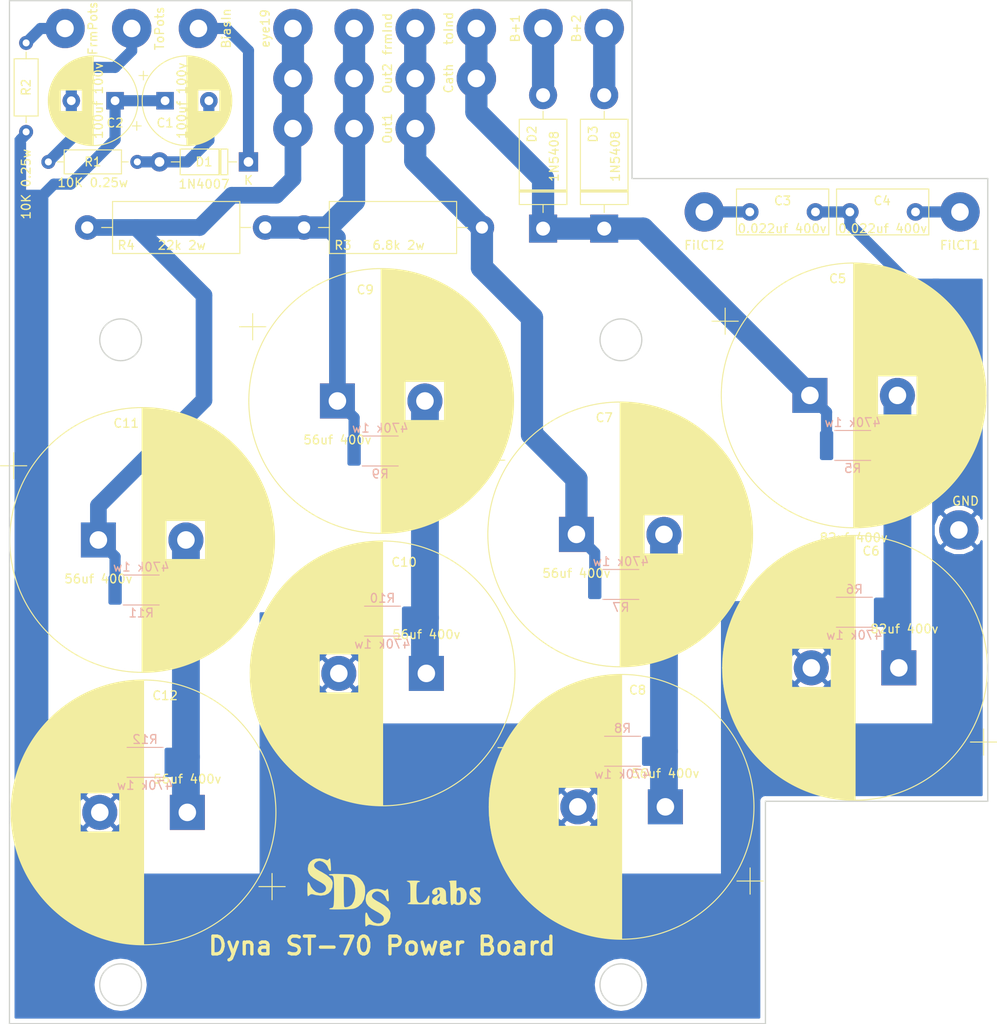
<source format=kicad_pcb>
(kicad_pcb (version 20171130) (host pcbnew "(5.0.1)-4")

  (general
    (thickness 1.6)
    (drawings 17)
    (tracks 101)
    (zones 0)
    (modules 47)
    (nets 18)
  )

  (page USLetter)
  (title_block
    (title "Dyna ST-70 Power Board")
    (date "March 9, 2018")
    (rev A)
    (company "SDS Labs")
  )

  (layers
    (0 F.Cu signal)
    (31 B.Cu signal)
    (32 B.Adhes user hide)
    (33 F.Adhes user hide)
    (34 B.Paste user hide)
    (35 F.Paste user hide)
    (36 B.SilkS user)
    (37 F.SilkS user)
    (38 B.Mask user)
    (39 F.Mask user)
    (40 Dwgs.User user hide)
    (41 Cmts.User user hide)
    (42 Eco1.User user hide)
    (43 Eco2.User user hide)
    (44 Edge.Cuts user)
    (45 Margin user hide)
    (46 B.CrtYd user hide)
    (47 F.CrtYd user hide)
    (48 B.Fab user hide)
    (49 F.Fab user hide)
  )

  (setup
    (last_trace_width 1.27)
    (user_trace_width 0.254)
    (user_trace_width 0.508)
    (user_trace_width 1.27)
    (user_trace_width 1.905)
    (user_trace_width 2.54)
    (user_trace_width 3.175)
    (user_trace_width 3.81)
    (user_trace_width 4.445)
    (trace_clearance 0.2)
    (zone_clearance 0.508)
    (zone_45_only no)
    (trace_min 0.2)
    (segment_width 0.2)
    (edge_width 0.15)
    (via_size 0.8)
    (via_drill 0.4)
    (via_min_size 0.4)
    (via_min_drill 0.3)
    (uvia_size 0.3)
    (uvia_drill 0.1)
    (uvias_allowed no)
    (uvia_min_size 0.2)
    (uvia_min_drill 0.1)
    (pcb_text_width 0.3)
    (pcb_text_size 1.5 1.5)
    (mod_edge_width 0.15)
    (mod_text_size 1 1)
    (mod_text_width 0.15)
    (pad_size 1.524 1.524)
    (pad_drill 0.762)
    (pad_to_mask_clearance 0.051)
    (solder_mask_min_width 0.25)
    (aux_axis_origin 0 0)
    (grid_origin 76.2 152.4)
    (visible_elements 7FFFFFFF)
    (pcbplotparams
      (layerselection 0x010fc_ffffffff)
      (usegerberextensions false)
      (usegerberattributes false)
      (usegerberadvancedattributes false)
      (creategerberjobfile false)
      (excludeedgelayer true)
      (linewidth 0.100000)
      (plotframeref false)
      (viasonmask false)
      (mode 1)
      (useauxorigin false)
      (hpglpennumber 1)
      (hpglpenspeed 20)
      (hpglpendiameter 15.000000)
      (psnegative false)
      (psa4output false)
      (plotreference true)
      (plotvalue true)
      (plotinvisibletext false)
      (padsonsilk false)
      (subtractmaskfromsilk false)
      (outputformat 1)
      (mirror false)
      (drillshape 1)
      (scaleselection 1)
      (outputdirectory ""))
  )

  (net 0 "")
  (net 1 "Net-(B+1-Pad1)")
  (net 2 "Net-(B+2-Pad1)")
  (net 3 "Net-(BiasIn1-Pad1)")
  (net 4 GND)
  (net 5 "Net-(C1-Pad2)")
  (net 6 "Net-(C2-Pad2)")
  (net 7 "Net-(C3-Pad1)")
  (net 8 "Net-(C4-Pad1)")
  (net 9 "Net-(C5-Pad2)")
  (net 10 "Net-(C5-Pad1)")
  (net 11 "Net-(C7-Pad2)")
  (net 12 "Net-(C7-Pad1)")
  (net 13 "Net-(C10-Pad1)")
  (net 14 "Net-(C9-Pad1)")
  (net 15 "Net-(C11-Pad2)")
  (net 16 "Net-(C11-Pad1)")
  (net 17 "Net-(FromBiasPots1-Pad1)")

  (net_class Default "This is the default net class."
    (clearance 0.2)
    (trace_width 0.25)
    (via_dia 0.8)
    (via_drill 0.4)
    (uvia_dia 0.3)
    (uvia_drill 0.1)
    (add_net GND)
    (add_net "Net-(B+1-Pad1)")
    (add_net "Net-(B+2-Pad1)")
    (add_net "Net-(BiasIn1-Pad1)")
    (add_net "Net-(C1-Pad2)")
    (add_net "Net-(C10-Pad1)")
    (add_net "Net-(C11-Pad1)")
    (add_net "Net-(C11-Pad2)")
    (add_net "Net-(C2-Pad2)")
    (add_net "Net-(C3-Pad1)")
    (add_net "Net-(C4-Pad1)")
    (add_net "Net-(C5-Pad1)")
    (add_net "Net-(C5-Pad2)")
    (add_net "Net-(C7-Pad1)")
    (add_net "Net-(C7-Pad2)")
    (add_net "Net-(C9-Pad1)")
    (add_net "Net-(FromBiasPots1-Pad1)")
  )

  (module Connector_Wire:SolderWirePad_1x01_Drill2mm (layer F.Cu) (tedit 5C842B6D) (tstamp 5C847F34)
    (at 137.16 38.735)
    (descr "Wire solder connection")
    (tags connector)
    (path /5C843534)
    (attr virtual)
    (fp_text reference B+1 (at -3.175 0 90) (layer F.SilkS)
      (effects (font (size 1 1) (thickness 0.15)))
    )
    (fp_text value Conn_01x01 (at 0 3.81) (layer F.Fab)
      (effects (font (size 1 1) (thickness 0.15)))
    )
    (fp_text user %R (at 0 0) (layer F.Fab)
      (effects (font (size 1 1) (thickness 0.15)))
    )
    (fp_line (start -2.75 -2.75) (end 2.75 -2.75) (layer F.CrtYd) (width 0.05))
    (fp_line (start -2.75 -2.75) (end -2.75 2.75) (layer F.CrtYd) (width 0.05))
    (fp_line (start 2.75 2.75) (end 2.75 -2.75) (layer F.CrtYd) (width 0.05))
    (fp_line (start 2.75 2.75) (end -2.75 2.75) (layer F.CrtYd) (width 0.05))
    (pad 1 thru_hole circle (at 0 0) (size 4.50088 4.50088) (drill 1.99898) (layers *.Cu *.Mask)
      (net 1 "Net-(B+1-Pad1)"))
  )

  (module Connector_Wire:SolderWirePad_1x01_Drill2mm (layer F.Cu) (tedit 5C842B71) (tstamp 5C849161)
    (at 144.145 38.735)
    (descr "Wire solder connection")
    (tags connector)
    (path /5C8438A8)
    (attr virtual)
    (fp_text reference B+2 (at -3.175 0 90) (layer F.SilkS)
      (effects (font (size 1 1) (thickness 0.15)))
    )
    (fp_text value Conn_01x01 (at 0 3.81) (layer F.Fab)
      (effects (font (size 1 1) (thickness 0.15)))
    )
    (fp_line (start 2.75 2.75) (end -2.75 2.75) (layer F.CrtYd) (width 0.05))
    (fp_line (start 2.75 2.75) (end 2.75 -2.75) (layer F.CrtYd) (width 0.05))
    (fp_line (start -2.75 -2.75) (end -2.75 2.75) (layer F.CrtYd) (width 0.05))
    (fp_line (start -2.75 -2.75) (end 2.75 -2.75) (layer F.CrtYd) (width 0.05))
    (fp_text user %R (at 0 0) (layer F.Fab)
      (effects (font (size 1 1) (thickness 0.15)))
    )
    (pad 1 thru_hole circle (at 0 0) (size 4.50088 4.50088) (drill 1.99898) (layers *.Cu *.Mask)
      (net 2 "Net-(B+2-Pad1)"))
  )

  (module Connector_Wire:SolderWirePad_1x01_Drill2mm (layer F.Cu) (tedit 5C842A6B) (tstamp 5C84A3A0)
    (at 97.79 38.735)
    (descr "Wire solder connection")
    (tags connector)
    (path /5C83DF22)
    (attr virtual)
    (fp_text reference BiasIn (at 3.175 0 90) (layer F.SilkS)
      (effects (font (size 1 1) (thickness 0.15)))
    )
    (fp_text value Conn_01x01 (at 0 3.81) (layer F.Fab)
      (effects (font (size 1 1) (thickness 0.15)))
    )
    (fp_line (start 2.75 2.75) (end -2.75 2.75) (layer F.CrtYd) (width 0.05))
    (fp_line (start 2.75 2.75) (end 2.75 -2.75) (layer F.CrtYd) (width 0.05))
    (fp_line (start -2.75 -2.75) (end -2.75 2.75) (layer F.CrtYd) (width 0.05))
    (fp_line (start -2.75 -2.75) (end 2.75 -2.75) (layer F.CrtYd) (width 0.05))
    (fp_text user %R (at 0 0) (layer F.Fab)
      (effects (font (size 1 1) (thickness 0.15)))
    )
    (pad 1 thru_hole circle (at 0 0) (size 4.50088 4.50088) (drill 1.99898) (layers *.Cu *.Mask)
      (net 3 "Net-(BiasIn1-Pad1)"))
  )

  (module Capacitor_THT:CP_Radial_D10.0mm_P5.00mm (layer F.Cu) (tedit 5C842A0E) (tstamp 5C853A98)
    (at 93.98 46.99)
    (descr "CP, Radial series, Radial, pin pitch=5.00mm, , diameter=10mm, Electrolytic Capacitor")
    (tags "CP Radial series Radial pin pitch 5.00mm  diameter 10mm Electrolytic Capacitor")
    (path /5C83E107)
    (fp_text reference C1 (at 0 2.54) (layer F.SilkS)
      (effects (font (size 1 1) (thickness 0.15)))
    )
    (fp_text value "100uf 100v" (at 1.905 0 90) (layer F.SilkS)
      (effects (font (size 1 1) (thickness 0.15)))
    )
    (fp_circle (center 2.5 0) (end 7.5 0) (layer F.Fab) (width 0.1))
    (fp_circle (center 2.5 0) (end 7.62 0) (layer F.SilkS) (width 0.12))
    (fp_circle (center 2.5 0) (end 7.75 0) (layer F.CrtYd) (width 0.05))
    (fp_line (start -1.788861 -2.1875) (end -0.788861 -2.1875) (layer F.Fab) (width 0.1))
    (fp_line (start -1.288861 -2.6875) (end -1.288861 -1.6875) (layer F.Fab) (width 0.1))
    (fp_line (start 2.5 -5.08) (end 2.5 5.08) (layer F.SilkS) (width 0.12))
    (fp_line (start 2.54 -5.08) (end 2.54 5.08) (layer F.SilkS) (width 0.12))
    (fp_line (start 2.58 -5.08) (end 2.58 5.08) (layer F.SilkS) (width 0.12))
    (fp_line (start 2.62 -5.079) (end 2.62 5.079) (layer F.SilkS) (width 0.12))
    (fp_line (start 2.66 -5.078) (end 2.66 5.078) (layer F.SilkS) (width 0.12))
    (fp_line (start 2.7 -5.077) (end 2.7 5.077) (layer F.SilkS) (width 0.12))
    (fp_line (start 2.74 -5.075) (end 2.74 5.075) (layer F.SilkS) (width 0.12))
    (fp_line (start 2.78 -5.073) (end 2.78 5.073) (layer F.SilkS) (width 0.12))
    (fp_line (start 2.82 -5.07) (end 2.82 5.07) (layer F.SilkS) (width 0.12))
    (fp_line (start 2.86 -5.068) (end 2.86 5.068) (layer F.SilkS) (width 0.12))
    (fp_line (start 2.9 -5.065) (end 2.9 5.065) (layer F.SilkS) (width 0.12))
    (fp_line (start 2.94 -5.062) (end 2.94 5.062) (layer F.SilkS) (width 0.12))
    (fp_line (start 2.98 -5.058) (end 2.98 5.058) (layer F.SilkS) (width 0.12))
    (fp_line (start 3.02 -5.054) (end 3.02 5.054) (layer F.SilkS) (width 0.12))
    (fp_line (start 3.06 -5.05) (end 3.06 5.05) (layer F.SilkS) (width 0.12))
    (fp_line (start 3.1 -5.045) (end 3.1 5.045) (layer F.SilkS) (width 0.12))
    (fp_line (start 3.14 -5.04) (end 3.14 5.04) (layer F.SilkS) (width 0.12))
    (fp_line (start 3.18 -5.035) (end 3.18 5.035) (layer F.SilkS) (width 0.12))
    (fp_line (start 3.221 -5.03) (end 3.221 5.03) (layer F.SilkS) (width 0.12))
    (fp_line (start 3.261 -5.024) (end 3.261 5.024) (layer F.SilkS) (width 0.12))
    (fp_line (start 3.301 -5.018) (end 3.301 5.018) (layer F.SilkS) (width 0.12))
    (fp_line (start 3.341 -5.011) (end 3.341 5.011) (layer F.SilkS) (width 0.12))
    (fp_line (start 3.381 -5.004) (end 3.381 5.004) (layer F.SilkS) (width 0.12))
    (fp_line (start 3.421 -4.997) (end 3.421 4.997) (layer F.SilkS) (width 0.12))
    (fp_line (start 3.461 -4.99) (end 3.461 4.99) (layer F.SilkS) (width 0.12))
    (fp_line (start 3.501 -4.982) (end 3.501 4.982) (layer F.SilkS) (width 0.12))
    (fp_line (start 3.541 -4.974) (end 3.541 4.974) (layer F.SilkS) (width 0.12))
    (fp_line (start 3.581 -4.965) (end 3.581 4.965) (layer F.SilkS) (width 0.12))
    (fp_line (start 3.621 -4.956) (end 3.621 4.956) (layer F.SilkS) (width 0.12))
    (fp_line (start 3.661 -4.947) (end 3.661 4.947) (layer F.SilkS) (width 0.12))
    (fp_line (start 3.701 -4.938) (end 3.701 4.938) (layer F.SilkS) (width 0.12))
    (fp_line (start 3.741 -4.928) (end 3.741 4.928) (layer F.SilkS) (width 0.12))
    (fp_line (start 3.781 -4.918) (end 3.781 -1.241) (layer F.SilkS) (width 0.12))
    (fp_line (start 3.781 1.241) (end 3.781 4.918) (layer F.SilkS) (width 0.12))
    (fp_line (start 3.821 -4.907) (end 3.821 -1.241) (layer F.SilkS) (width 0.12))
    (fp_line (start 3.821 1.241) (end 3.821 4.907) (layer F.SilkS) (width 0.12))
    (fp_line (start 3.861 -4.897) (end 3.861 -1.241) (layer F.SilkS) (width 0.12))
    (fp_line (start 3.861 1.241) (end 3.861 4.897) (layer F.SilkS) (width 0.12))
    (fp_line (start 3.901 -4.885) (end 3.901 -1.241) (layer F.SilkS) (width 0.12))
    (fp_line (start 3.901 1.241) (end 3.901 4.885) (layer F.SilkS) (width 0.12))
    (fp_line (start 3.941 -4.874) (end 3.941 -1.241) (layer F.SilkS) (width 0.12))
    (fp_line (start 3.941 1.241) (end 3.941 4.874) (layer F.SilkS) (width 0.12))
    (fp_line (start 3.981 -4.862) (end 3.981 -1.241) (layer F.SilkS) (width 0.12))
    (fp_line (start 3.981 1.241) (end 3.981 4.862) (layer F.SilkS) (width 0.12))
    (fp_line (start 4.021 -4.85) (end 4.021 -1.241) (layer F.SilkS) (width 0.12))
    (fp_line (start 4.021 1.241) (end 4.021 4.85) (layer F.SilkS) (width 0.12))
    (fp_line (start 4.061 -4.837) (end 4.061 -1.241) (layer F.SilkS) (width 0.12))
    (fp_line (start 4.061 1.241) (end 4.061 4.837) (layer F.SilkS) (width 0.12))
    (fp_line (start 4.101 -4.824) (end 4.101 -1.241) (layer F.SilkS) (width 0.12))
    (fp_line (start 4.101 1.241) (end 4.101 4.824) (layer F.SilkS) (width 0.12))
    (fp_line (start 4.141 -4.811) (end 4.141 -1.241) (layer F.SilkS) (width 0.12))
    (fp_line (start 4.141 1.241) (end 4.141 4.811) (layer F.SilkS) (width 0.12))
    (fp_line (start 4.181 -4.797) (end 4.181 -1.241) (layer F.SilkS) (width 0.12))
    (fp_line (start 4.181 1.241) (end 4.181 4.797) (layer F.SilkS) (width 0.12))
    (fp_line (start 4.221 -4.783) (end 4.221 -1.241) (layer F.SilkS) (width 0.12))
    (fp_line (start 4.221 1.241) (end 4.221 4.783) (layer F.SilkS) (width 0.12))
    (fp_line (start 4.261 -4.768) (end 4.261 -1.241) (layer F.SilkS) (width 0.12))
    (fp_line (start 4.261 1.241) (end 4.261 4.768) (layer F.SilkS) (width 0.12))
    (fp_line (start 4.301 -4.754) (end 4.301 -1.241) (layer F.SilkS) (width 0.12))
    (fp_line (start 4.301 1.241) (end 4.301 4.754) (layer F.SilkS) (width 0.12))
    (fp_line (start 4.341 -4.738) (end 4.341 -1.241) (layer F.SilkS) (width 0.12))
    (fp_line (start 4.341 1.241) (end 4.341 4.738) (layer F.SilkS) (width 0.12))
    (fp_line (start 4.381 -4.723) (end 4.381 -1.241) (layer F.SilkS) (width 0.12))
    (fp_line (start 4.381 1.241) (end 4.381 4.723) (layer F.SilkS) (width 0.12))
    (fp_line (start 4.421 -4.707) (end 4.421 -1.241) (layer F.SilkS) (width 0.12))
    (fp_line (start 4.421 1.241) (end 4.421 4.707) (layer F.SilkS) (width 0.12))
    (fp_line (start 4.461 -4.69) (end 4.461 -1.241) (layer F.SilkS) (width 0.12))
    (fp_line (start 4.461 1.241) (end 4.461 4.69) (layer F.SilkS) (width 0.12))
    (fp_line (start 4.501 -4.674) (end 4.501 -1.241) (layer F.SilkS) (width 0.12))
    (fp_line (start 4.501 1.241) (end 4.501 4.674) (layer F.SilkS) (width 0.12))
    (fp_line (start 4.541 -4.657) (end 4.541 -1.241) (layer F.SilkS) (width 0.12))
    (fp_line (start 4.541 1.241) (end 4.541 4.657) (layer F.SilkS) (width 0.12))
    (fp_line (start 4.581 -4.639) (end 4.581 -1.241) (layer F.SilkS) (width 0.12))
    (fp_line (start 4.581 1.241) (end 4.581 4.639) (layer F.SilkS) (width 0.12))
    (fp_line (start 4.621 -4.621) (end 4.621 -1.241) (layer F.SilkS) (width 0.12))
    (fp_line (start 4.621 1.241) (end 4.621 4.621) (layer F.SilkS) (width 0.12))
    (fp_line (start 4.661 -4.603) (end 4.661 -1.241) (layer F.SilkS) (width 0.12))
    (fp_line (start 4.661 1.241) (end 4.661 4.603) (layer F.SilkS) (width 0.12))
    (fp_line (start 4.701 -4.584) (end 4.701 -1.241) (layer F.SilkS) (width 0.12))
    (fp_line (start 4.701 1.241) (end 4.701 4.584) (layer F.SilkS) (width 0.12))
    (fp_line (start 4.741 -4.564) (end 4.741 -1.241) (layer F.SilkS) (width 0.12))
    (fp_line (start 4.741 1.241) (end 4.741 4.564) (layer F.SilkS) (width 0.12))
    (fp_line (start 4.781 -4.545) (end 4.781 -1.241) (layer F.SilkS) (width 0.12))
    (fp_line (start 4.781 1.241) (end 4.781 4.545) (layer F.SilkS) (width 0.12))
    (fp_line (start 4.821 -4.525) (end 4.821 -1.241) (layer F.SilkS) (width 0.12))
    (fp_line (start 4.821 1.241) (end 4.821 4.525) (layer F.SilkS) (width 0.12))
    (fp_line (start 4.861 -4.504) (end 4.861 -1.241) (layer F.SilkS) (width 0.12))
    (fp_line (start 4.861 1.241) (end 4.861 4.504) (layer F.SilkS) (width 0.12))
    (fp_line (start 4.901 -4.483) (end 4.901 -1.241) (layer F.SilkS) (width 0.12))
    (fp_line (start 4.901 1.241) (end 4.901 4.483) (layer F.SilkS) (width 0.12))
    (fp_line (start 4.941 -4.462) (end 4.941 -1.241) (layer F.SilkS) (width 0.12))
    (fp_line (start 4.941 1.241) (end 4.941 4.462) (layer F.SilkS) (width 0.12))
    (fp_line (start 4.981 -4.44) (end 4.981 -1.241) (layer F.SilkS) (width 0.12))
    (fp_line (start 4.981 1.241) (end 4.981 4.44) (layer F.SilkS) (width 0.12))
    (fp_line (start 5.021 -4.417) (end 5.021 -1.241) (layer F.SilkS) (width 0.12))
    (fp_line (start 5.021 1.241) (end 5.021 4.417) (layer F.SilkS) (width 0.12))
    (fp_line (start 5.061 -4.395) (end 5.061 -1.241) (layer F.SilkS) (width 0.12))
    (fp_line (start 5.061 1.241) (end 5.061 4.395) (layer F.SilkS) (width 0.12))
    (fp_line (start 5.101 -4.371) (end 5.101 -1.241) (layer F.SilkS) (width 0.12))
    (fp_line (start 5.101 1.241) (end 5.101 4.371) (layer F.SilkS) (width 0.12))
    (fp_line (start 5.141 -4.347) (end 5.141 -1.241) (layer F.SilkS) (width 0.12))
    (fp_line (start 5.141 1.241) (end 5.141 4.347) (layer F.SilkS) (width 0.12))
    (fp_line (start 5.181 -4.323) (end 5.181 -1.241) (layer F.SilkS) (width 0.12))
    (fp_line (start 5.181 1.241) (end 5.181 4.323) (layer F.SilkS) (width 0.12))
    (fp_line (start 5.221 -4.298) (end 5.221 -1.241) (layer F.SilkS) (width 0.12))
    (fp_line (start 5.221 1.241) (end 5.221 4.298) (layer F.SilkS) (width 0.12))
    (fp_line (start 5.261 -4.273) (end 5.261 -1.241) (layer F.SilkS) (width 0.12))
    (fp_line (start 5.261 1.241) (end 5.261 4.273) (layer F.SilkS) (width 0.12))
    (fp_line (start 5.301 -4.247) (end 5.301 -1.241) (layer F.SilkS) (width 0.12))
    (fp_line (start 5.301 1.241) (end 5.301 4.247) (layer F.SilkS) (width 0.12))
    (fp_line (start 5.341 -4.221) (end 5.341 -1.241) (layer F.SilkS) (width 0.12))
    (fp_line (start 5.341 1.241) (end 5.341 4.221) (layer F.SilkS) (width 0.12))
    (fp_line (start 5.381 -4.194) (end 5.381 -1.241) (layer F.SilkS) (width 0.12))
    (fp_line (start 5.381 1.241) (end 5.381 4.194) (layer F.SilkS) (width 0.12))
    (fp_line (start 5.421 -4.166) (end 5.421 -1.241) (layer F.SilkS) (width 0.12))
    (fp_line (start 5.421 1.241) (end 5.421 4.166) (layer F.SilkS) (width 0.12))
    (fp_line (start 5.461 -4.138) (end 5.461 -1.241) (layer F.SilkS) (width 0.12))
    (fp_line (start 5.461 1.241) (end 5.461 4.138) (layer F.SilkS) (width 0.12))
    (fp_line (start 5.501 -4.11) (end 5.501 -1.241) (layer F.SilkS) (width 0.12))
    (fp_line (start 5.501 1.241) (end 5.501 4.11) (layer F.SilkS) (width 0.12))
    (fp_line (start 5.541 -4.08) (end 5.541 -1.241) (layer F.SilkS) (width 0.12))
    (fp_line (start 5.541 1.241) (end 5.541 4.08) (layer F.SilkS) (width 0.12))
    (fp_line (start 5.581 -4.05) (end 5.581 -1.241) (layer F.SilkS) (width 0.12))
    (fp_line (start 5.581 1.241) (end 5.581 4.05) (layer F.SilkS) (width 0.12))
    (fp_line (start 5.621 -4.02) (end 5.621 -1.241) (layer F.SilkS) (width 0.12))
    (fp_line (start 5.621 1.241) (end 5.621 4.02) (layer F.SilkS) (width 0.12))
    (fp_line (start 5.661 -3.989) (end 5.661 -1.241) (layer F.SilkS) (width 0.12))
    (fp_line (start 5.661 1.241) (end 5.661 3.989) (layer F.SilkS) (width 0.12))
    (fp_line (start 5.701 -3.957) (end 5.701 -1.241) (layer F.SilkS) (width 0.12))
    (fp_line (start 5.701 1.241) (end 5.701 3.957) (layer F.SilkS) (width 0.12))
    (fp_line (start 5.741 -3.925) (end 5.741 -1.241) (layer F.SilkS) (width 0.12))
    (fp_line (start 5.741 1.241) (end 5.741 3.925) (layer F.SilkS) (width 0.12))
    (fp_line (start 5.781 -3.892) (end 5.781 -1.241) (layer F.SilkS) (width 0.12))
    (fp_line (start 5.781 1.241) (end 5.781 3.892) (layer F.SilkS) (width 0.12))
    (fp_line (start 5.821 -3.858) (end 5.821 -1.241) (layer F.SilkS) (width 0.12))
    (fp_line (start 5.821 1.241) (end 5.821 3.858) (layer F.SilkS) (width 0.12))
    (fp_line (start 5.861 -3.824) (end 5.861 -1.241) (layer F.SilkS) (width 0.12))
    (fp_line (start 5.861 1.241) (end 5.861 3.824) (layer F.SilkS) (width 0.12))
    (fp_line (start 5.901 -3.789) (end 5.901 -1.241) (layer F.SilkS) (width 0.12))
    (fp_line (start 5.901 1.241) (end 5.901 3.789) (layer F.SilkS) (width 0.12))
    (fp_line (start 5.941 -3.753) (end 5.941 -1.241) (layer F.SilkS) (width 0.12))
    (fp_line (start 5.941 1.241) (end 5.941 3.753) (layer F.SilkS) (width 0.12))
    (fp_line (start 5.981 -3.716) (end 5.981 -1.241) (layer F.SilkS) (width 0.12))
    (fp_line (start 5.981 1.241) (end 5.981 3.716) (layer F.SilkS) (width 0.12))
    (fp_line (start 6.021 -3.679) (end 6.021 -1.241) (layer F.SilkS) (width 0.12))
    (fp_line (start 6.021 1.241) (end 6.021 3.679) (layer F.SilkS) (width 0.12))
    (fp_line (start 6.061 -3.64) (end 6.061 -1.241) (layer F.SilkS) (width 0.12))
    (fp_line (start 6.061 1.241) (end 6.061 3.64) (layer F.SilkS) (width 0.12))
    (fp_line (start 6.101 -3.601) (end 6.101 -1.241) (layer F.SilkS) (width 0.12))
    (fp_line (start 6.101 1.241) (end 6.101 3.601) (layer F.SilkS) (width 0.12))
    (fp_line (start 6.141 -3.561) (end 6.141 -1.241) (layer F.SilkS) (width 0.12))
    (fp_line (start 6.141 1.241) (end 6.141 3.561) (layer F.SilkS) (width 0.12))
    (fp_line (start 6.181 -3.52) (end 6.181 -1.241) (layer F.SilkS) (width 0.12))
    (fp_line (start 6.181 1.241) (end 6.181 3.52) (layer F.SilkS) (width 0.12))
    (fp_line (start 6.221 -3.478) (end 6.221 -1.241) (layer F.SilkS) (width 0.12))
    (fp_line (start 6.221 1.241) (end 6.221 3.478) (layer F.SilkS) (width 0.12))
    (fp_line (start 6.261 -3.436) (end 6.261 3.436) (layer F.SilkS) (width 0.12))
    (fp_line (start 6.301 -3.392) (end 6.301 3.392) (layer F.SilkS) (width 0.12))
    (fp_line (start 6.341 -3.347) (end 6.341 3.347) (layer F.SilkS) (width 0.12))
    (fp_line (start 6.381 -3.301) (end 6.381 3.301) (layer F.SilkS) (width 0.12))
    (fp_line (start 6.421 -3.254) (end 6.421 3.254) (layer F.SilkS) (width 0.12))
    (fp_line (start 6.461 -3.206) (end 6.461 3.206) (layer F.SilkS) (width 0.12))
    (fp_line (start 6.501 -3.156) (end 6.501 3.156) (layer F.SilkS) (width 0.12))
    (fp_line (start 6.541 -3.106) (end 6.541 3.106) (layer F.SilkS) (width 0.12))
    (fp_line (start 6.581 -3.054) (end 6.581 3.054) (layer F.SilkS) (width 0.12))
    (fp_line (start 6.621 -3) (end 6.621 3) (layer F.SilkS) (width 0.12))
    (fp_line (start 6.661 -2.945) (end 6.661 2.945) (layer F.SilkS) (width 0.12))
    (fp_line (start 6.701 -2.889) (end 6.701 2.889) (layer F.SilkS) (width 0.12))
    (fp_line (start 6.741 -2.83) (end 6.741 2.83) (layer F.SilkS) (width 0.12))
    (fp_line (start 6.781 -2.77) (end 6.781 2.77) (layer F.SilkS) (width 0.12))
    (fp_line (start 6.821 -2.709) (end 6.821 2.709) (layer F.SilkS) (width 0.12))
    (fp_line (start 6.861 -2.645) (end 6.861 2.645) (layer F.SilkS) (width 0.12))
    (fp_line (start 6.901 -2.579) (end 6.901 2.579) (layer F.SilkS) (width 0.12))
    (fp_line (start 6.941 -2.51) (end 6.941 2.51) (layer F.SilkS) (width 0.12))
    (fp_line (start 6.981 -2.439) (end 6.981 2.439) (layer F.SilkS) (width 0.12))
    (fp_line (start 7.021 -2.365) (end 7.021 2.365) (layer F.SilkS) (width 0.12))
    (fp_line (start 7.061 -2.289) (end 7.061 2.289) (layer F.SilkS) (width 0.12))
    (fp_line (start 7.101 -2.209) (end 7.101 2.209) (layer F.SilkS) (width 0.12))
    (fp_line (start 7.141 -2.125) (end 7.141 2.125) (layer F.SilkS) (width 0.12))
    (fp_line (start 7.181 -2.037) (end 7.181 2.037) (layer F.SilkS) (width 0.12))
    (fp_line (start 7.221 -1.944) (end 7.221 1.944) (layer F.SilkS) (width 0.12))
    (fp_line (start 7.261 -1.846) (end 7.261 1.846) (layer F.SilkS) (width 0.12))
    (fp_line (start 7.301 -1.742) (end 7.301 1.742) (layer F.SilkS) (width 0.12))
    (fp_line (start 7.341 -1.63) (end 7.341 1.63) (layer F.SilkS) (width 0.12))
    (fp_line (start 7.381 -1.51) (end 7.381 1.51) (layer F.SilkS) (width 0.12))
    (fp_line (start 7.421 -1.378) (end 7.421 1.378) (layer F.SilkS) (width 0.12))
    (fp_line (start 7.461 -1.23) (end 7.461 1.23) (layer F.SilkS) (width 0.12))
    (fp_line (start 7.501 -1.062) (end 7.501 1.062) (layer F.SilkS) (width 0.12))
    (fp_line (start 7.541 -0.862) (end 7.541 0.862) (layer F.SilkS) (width 0.12))
    (fp_line (start 7.581 -0.599) (end 7.581 0.599) (layer F.SilkS) (width 0.12))
    (fp_line (start -2.979646 -2.875) (end -1.979646 -2.875) (layer F.SilkS) (width 0.12))
    (fp_line (start -2.479646 -3.375) (end -2.479646 -2.375) (layer F.SilkS) (width 0.12))
    (fp_text user %R (at 2.5 0) (layer F.Fab)
      (effects (font (size 1 1) (thickness 0.15)))
    )
    (pad 1 thru_hole rect (at 0 0) (size 2 2) (drill 1) (layers *.Cu *.Mask)
      (net 4 GND))
    (pad 2 thru_hole circle (at 5 0) (size 2 2) (drill 1) (layers *.Cu *.Mask)
      (net 5 "Net-(C1-Pad2)"))
    (model ${KISYS3DMOD}/Capacitor_THT.3dshapes/CP_Radial_D10.0mm_P5.00mm.wrl
      (at (xyz 0 0 0))
      (scale (xyz 1 1 1))
      (rotate (xyz 0 0 0))
    )
  )

  (module Capacitor_THT:CP_Radial_D10.0mm_P5.00mm (layer F.Cu) (tedit 5C842A28) (tstamp 5C853837)
    (at 88.265 46.99 180)
    (descr "CP, Radial series, Radial, pin pitch=5.00mm, , diameter=10mm, Electrolytic Capacitor")
    (tags "CP Radial series Radial pin pitch 5.00mm  diameter 10mm Electrolytic Capacitor")
    (path /5C83E1AE)
    (fp_text reference C2 (at 0 -2.54 180) (layer F.SilkS)
      (effects (font (size 1 1) (thickness 0.15)))
    )
    (fp_text value "100uf 100v" (at 1.905 0 270) (layer F.SilkS)
      (effects (font (size 1 1) (thickness 0.15)))
    )
    (fp_text user %R (at 1.27 0.635 180) (layer F.Fab)
      (effects (font (size 1 1) (thickness 0.15)))
    )
    (fp_line (start -2.479646 -3.375) (end -2.479646 -2.375) (layer F.SilkS) (width 0.12))
    (fp_line (start -2.979646 -2.875) (end -1.979646 -2.875) (layer F.SilkS) (width 0.12))
    (fp_line (start 7.581 -0.599) (end 7.581 0.599) (layer F.SilkS) (width 0.12))
    (fp_line (start 7.541 -0.862) (end 7.541 0.862) (layer F.SilkS) (width 0.12))
    (fp_line (start 7.501 -1.062) (end 7.501 1.062) (layer F.SilkS) (width 0.12))
    (fp_line (start 7.461 -1.23) (end 7.461 1.23) (layer F.SilkS) (width 0.12))
    (fp_line (start 7.421 -1.378) (end 7.421 1.378) (layer F.SilkS) (width 0.12))
    (fp_line (start 7.381 -1.51) (end 7.381 1.51) (layer F.SilkS) (width 0.12))
    (fp_line (start 7.341 -1.63) (end 7.341 1.63) (layer F.SilkS) (width 0.12))
    (fp_line (start 7.301 -1.742) (end 7.301 1.742) (layer F.SilkS) (width 0.12))
    (fp_line (start 7.261 -1.846) (end 7.261 1.846) (layer F.SilkS) (width 0.12))
    (fp_line (start 7.221 -1.944) (end 7.221 1.944) (layer F.SilkS) (width 0.12))
    (fp_line (start 7.181 -2.037) (end 7.181 2.037) (layer F.SilkS) (width 0.12))
    (fp_line (start 7.141 -2.125) (end 7.141 2.125) (layer F.SilkS) (width 0.12))
    (fp_line (start 7.101 -2.209) (end 7.101 2.209) (layer F.SilkS) (width 0.12))
    (fp_line (start 7.061 -2.289) (end 7.061 2.289) (layer F.SilkS) (width 0.12))
    (fp_line (start 7.021 -2.365) (end 7.021 2.365) (layer F.SilkS) (width 0.12))
    (fp_line (start 6.981 -2.439) (end 6.981 2.439) (layer F.SilkS) (width 0.12))
    (fp_line (start 6.941 -2.51) (end 6.941 2.51) (layer F.SilkS) (width 0.12))
    (fp_line (start 6.901 -2.579) (end 6.901 2.579) (layer F.SilkS) (width 0.12))
    (fp_line (start 6.861 -2.645) (end 6.861 2.645) (layer F.SilkS) (width 0.12))
    (fp_line (start 6.821 -2.709) (end 6.821 2.709) (layer F.SilkS) (width 0.12))
    (fp_line (start 6.781 -2.77) (end 6.781 2.77) (layer F.SilkS) (width 0.12))
    (fp_line (start 6.741 -2.83) (end 6.741 2.83) (layer F.SilkS) (width 0.12))
    (fp_line (start 6.701 -2.889) (end 6.701 2.889) (layer F.SilkS) (width 0.12))
    (fp_line (start 6.661 -2.945) (end 6.661 2.945) (layer F.SilkS) (width 0.12))
    (fp_line (start 6.621 -3) (end 6.621 3) (layer F.SilkS) (width 0.12))
    (fp_line (start 6.581 -3.054) (end 6.581 3.054) (layer F.SilkS) (width 0.12))
    (fp_line (start 6.541 -3.106) (end 6.541 3.106) (layer F.SilkS) (width 0.12))
    (fp_line (start 6.501 -3.156) (end 6.501 3.156) (layer F.SilkS) (width 0.12))
    (fp_line (start 6.461 -3.206) (end 6.461 3.206) (layer F.SilkS) (width 0.12))
    (fp_line (start 6.421 -3.254) (end 6.421 3.254) (layer F.SilkS) (width 0.12))
    (fp_line (start 6.381 -3.301) (end 6.381 3.301) (layer F.SilkS) (width 0.12))
    (fp_line (start 6.341 -3.347) (end 6.341 3.347) (layer F.SilkS) (width 0.12))
    (fp_line (start 6.301 -3.392) (end 6.301 3.392) (layer F.SilkS) (width 0.12))
    (fp_line (start 6.261 -3.436) (end 6.261 3.436) (layer F.SilkS) (width 0.12))
    (fp_line (start 6.221 1.241) (end 6.221 3.478) (layer F.SilkS) (width 0.12))
    (fp_line (start 6.221 -3.478) (end 6.221 -1.241) (layer F.SilkS) (width 0.12))
    (fp_line (start 6.181 1.241) (end 6.181 3.52) (layer F.SilkS) (width 0.12))
    (fp_line (start 6.181 -3.52) (end 6.181 -1.241) (layer F.SilkS) (width 0.12))
    (fp_line (start 6.141 1.241) (end 6.141 3.561) (layer F.SilkS) (width 0.12))
    (fp_line (start 6.141 -3.561) (end 6.141 -1.241) (layer F.SilkS) (width 0.12))
    (fp_line (start 6.101 1.241) (end 6.101 3.601) (layer F.SilkS) (width 0.12))
    (fp_line (start 6.101 -3.601) (end 6.101 -1.241) (layer F.SilkS) (width 0.12))
    (fp_line (start 6.061 1.241) (end 6.061 3.64) (layer F.SilkS) (width 0.12))
    (fp_line (start 6.061 -3.64) (end 6.061 -1.241) (layer F.SilkS) (width 0.12))
    (fp_line (start 6.021 1.241) (end 6.021 3.679) (layer F.SilkS) (width 0.12))
    (fp_line (start 6.021 -3.679) (end 6.021 -1.241) (layer F.SilkS) (width 0.12))
    (fp_line (start 5.981 1.241) (end 5.981 3.716) (layer F.SilkS) (width 0.12))
    (fp_line (start 5.981 -3.716) (end 5.981 -1.241) (layer F.SilkS) (width 0.12))
    (fp_line (start 5.941 1.241) (end 5.941 3.753) (layer F.SilkS) (width 0.12))
    (fp_line (start 5.941 -3.753) (end 5.941 -1.241) (layer F.SilkS) (width 0.12))
    (fp_line (start 5.901 1.241) (end 5.901 3.789) (layer F.SilkS) (width 0.12))
    (fp_line (start 5.901 -3.789) (end 5.901 -1.241) (layer F.SilkS) (width 0.12))
    (fp_line (start 5.861 1.241) (end 5.861 3.824) (layer F.SilkS) (width 0.12))
    (fp_line (start 5.861 -3.824) (end 5.861 -1.241) (layer F.SilkS) (width 0.12))
    (fp_line (start 5.821 1.241) (end 5.821 3.858) (layer F.SilkS) (width 0.12))
    (fp_line (start 5.821 -3.858) (end 5.821 -1.241) (layer F.SilkS) (width 0.12))
    (fp_line (start 5.781 1.241) (end 5.781 3.892) (layer F.SilkS) (width 0.12))
    (fp_line (start 5.781 -3.892) (end 5.781 -1.241) (layer F.SilkS) (width 0.12))
    (fp_line (start 5.741 1.241) (end 5.741 3.925) (layer F.SilkS) (width 0.12))
    (fp_line (start 5.741 -3.925) (end 5.741 -1.241) (layer F.SilkS) (width 0.12))
    (fp_line (start 5.701 1.241) (end 5.701 3.957) (layer F.SilkS) (width 0.12))
    (fp_line (start 5.701 -3.957) (end 5.701 -1.241) (layer F.SilkS) (width 0.12))
    (fp_line (start 5.661 1.241) (end 5.661 3.989) (layer F.SilkS) (width 0.12))
    (fp_line (start 5.661 -3.989) (end 5.661 -1.241) (layer F.SilkS) (width 0.12))
    (fp_line (start 5.621 1.241) (end 5.621 4.02) (layer F.SilkS) (width 0.12))
    (fp_line (start 5.621 -4.02) (end 5.621 -1.241) (layer F.SilkS) (width 0.12))
    (fp_line (start 5.581 1.241) (end 5.581 4.05) (layer F.SilkS) (width 0.12))
    (fp_line (start 5.581 -4.05) (end 5.581 -1.241) (layer F.SilkS) (width 0.12))
    (fp_line (start 5.541 1.241) (end 5.541 4.08) (layer F.SilkS) (width 0.12))
    (fp_line (start 5.541 -4.08) (end 5.541 -1.241) (layer F.SilkS) (width 0.12))
    (fp_line (start 5.501 1.241) (end 5.501 4.11) (layer F.SilkS) (width 0.12))
    (fp_line (start 5.501 -4.11) (end 5.501 -1.241) (layer F.SilkS) (width 0.12))
    (fp_line (start 5.461 1.241) (end 5.461 4.138) (layer F.SilkS) (width 0.12))
    (fp_line (start 5.461 -4.138) (end 5.461 -1.241) (layer F.SilkS) (width 0.12))
    (fp_line (start 5.421 1.241) (end 5.421 4.166) (layer F.SilkS) (width 0.12))
    (fp_line (start 5.421 -4.166) (end 5.421 -1.241) (layer F.SilkS) (width 0.12))
    (fp_line (start 5.381 1.241) (end 5.381 4.194) (layer F.SilkS) (width 0.12))
    (fp_line (start 5.381 -4.194) (end 5.381 -1.241) (layer F.SilkS) (width 0.12))
    (fp_line (start 5.341 1.241) (end 5.341 4.221) (layer F.SilkS) (width 0.12))
    (fp_line (start 5.341 -4.221) (end 5.341 -1.241) (layer F.SilkS) (width 0.12))
    (fp_line (start 5.301 1.241) (end 5.301 4.247) (layer F.SilkS) (width 0.12))
    (fp_line (start 5.301 -4.247) (end 5.301 -1.241) (layer F.SilkS) (width 0.12))
    (fp_line (start 5.261 1.241) (end 5.261 4.273) (layer F.SilkS) (width 0.12))
    (fp_line (start 5.261 -4.273) (end 5.261 -1.241) (layer F.SilkS) (width 0.12))
    (fp_line (start 5.221 1.241) (end 5.221 4.298) (layer F.SilkS) (width 0.12))
    (fp_line (start 5.221 -4.298) (end 5.221 -1.241) (layer F.SilkS) (width 0.12))
    (fp_line (start 5.181 1.241) (end 5.181 4.323) (layer F.SilkS) (width 0.12))
    (fp_line (start 5.181 -4.323) (end 5.181 -1.241) (layer F.SilkS) (width 0.12))
    (fp_line (start 5.141 1.241) (end 5.141 4.347) (layer F.SilkS) (width 0.12))
    (fp_line (start 5.141 -4.347) (end 5.141 -1.241) (layer F.SilkS) (width 0.12))
    (fp_line (start 5.101 1.241) (end 5.101 4.371) (layer F.SilkS) (width 0.12))
    (fp_line (start 5.101 -4.371) (end 5.101 -1.241) (layer F.SilkS) (width 0.12))
    (fp_line (start 5.061 1.241) (end 5.061 4.395) (layer F.SilkS) (width 0.12))
    (fp_line (start 5.061 -4.395) (end 5.061 -1.241) (layer F.SilkS) (width 0.12))
    (fp_line (start 5.021 1.241) (end 5.021 4.417) (layer F.SilkS) (width 0.12))
    (fp_line (start 5.021 -4.417) (end 5.021 -1.241) (layer F.SilkS) (width 0.12))
    (fp_line (start 4.981 1.241) (end 4.981 4.44) (layer F.SilkS) (width 0.12))
    (fp_line (start 4.981 -4.44) (end 4.981 -1.241) (layer F.SilkS) (width 0.12))
    (fp_line (start 4.941 1.241) (end 4.941 4.462) (layer F.SilkS) (width 0.12))
    (fp_line (start 4.941 -4.462) (end 4.941 -1.241) (layer F.SilkS) (width 0.12))
    (fp_line (start 4.901 1.241) (end 4.901 4.483) (layer F.SilkS) (width 0.12))
    (fp_line (start 4.901 -4.483) (end 4.901 -1.241) (layer F.SilkS) (width 0.12))
    (fp_line (start 4.861 1.241) (end 4.861 4.504) (layer F.SilkS) (width 0.12))
    (fp_line (start 4.861 -4.504) (end 4.861 -1.241) (layer F.SilkS) (width 0.12))
    (fp_line (start 4.821 1.241) (end 4.821 4.525) (layer F.SilkS) (width 0.12))
    (fp_line (start 4.821 -4.525) (end 4.821 -1.241) (layer F.SilkS) (width 0.12))
    (fp_line (start 4.781 1.241) (end 4.781 4.545) (layer F.SilkS) (width 0.12))
    (fp_line (start 4.781 -4.545) (end 4.781 -1.241) (layer F.SilkS) (width 0.12))
    (fp_line (start 4.741 1.241) (end 4.741 4.564) (layer F.SilkS) (width 0.12))
    (fp_line (start 4.741 -4.564) (end 4.741 -1.241) (layer F.SilkS) (width 0.12))
    (fp_line (start 4.701 1.241) (end 4.701 4.584) (layer F.SilkS) (width 0.12))
    (fp_line (start 4.701 -4.584) (end 4.701 -1.241) (layer F.SilkS) (width 0.12))
    (fp_line (start 4.661 1.241) (end 4.661 4.603) (layer F.SilkS) (width 0.12))
    (fp_line (start 4.661 -4.603) (end 4.661 -1.241) (layer F.SilkS) (width 0.12))
    (fp_line (start 4.621 1.241) (end 4.621 4.621) (layer F.SilkS) (width 0.12))
    (fp_line (start 4.621 -4.621) (end 4.621 -1.241) (layer F.SilkS) (width 0.12))
    (fp_line (start 4.581 1.241) (end 4.581 4.639) (layer F.SilkS) (width 0.12))
    (fp_line (start 4.581 -4.639) (end 4.581 -1.241) (layer F.SilkS) (width 0.12))
    (fp_line (start 4.541 1.241) (end 4.541 4.657) (layer F.SilkS) (width 0.12))
    (fp_line (start 4.541 -4.657) (end 4.541 -1.241) (layer F.SilkS) (width 0.12))
    (fp_line (start 4.501 1.241) (end 4.501 4.674) (layer F.SilkS) (width 0.12))
    (fp_line (start 4.501 -4.674) (end 4.501 -1.241) (layer F.SilkS) (width 0.12))
    (fp_line (start 4.461 1.241) (end 4.461 4.69) (layer F.SilkS) (width 0.12))
    (fp_line (start 4.461 -4.69) (end 4.461 -1.241) (layer F.SilkS) (width 0.12))
    (fp_line (start 4.421 1.241) (end 4.421 4.707) (layer F.SilkS) (width 0.12))
    (fp_line (start 4.421 -4.707) (end 4.421 -1.241) (layer F.SilkS) (width 0.12))
    (fp_line (start 4.381 1.241) (end 4.381 4.723) (layer F.SilkS) (width 0.12))
    (fp_line (start 4.381 -4.723) (end 4.381 -1.241) (layer F.SilkS) (width 0.12))
    (fp_line (start 4.341 1.241) (end 4.341 4.738) (layer F.SilkS) (width 0.12))
    (fp_line (start 4.341 -4.738) (end 4.341 -1.241) (layer F.SilkS) (width 0.12))
    (fp_line (start 4.301 1.241) (end 4.301 4.754) (layer F.SilkS) (width 0.12))
    (fp_line (start 4.301 -4.754) (end 4.301 -1.241) (layer F.SilkS) (width 0.12))
    (fp_line (start 4.261 1.241) (end 4.261 4.768) (layer F.SilkS) (width 0.12))
    (fp_line (start 4.261 -4.768) (end 4.261 -1.241) (layer F.SilkS) (width 0.12))
    (fp_line (start 4.221 1.241) (end 4.221 4.783) (layer F.SilkS) (width 0.12))
    (fp_line (start 4.221 -4.783) (end 4.221 -1.241) (layer F.SilkS) (width 0.12))
    (fp_line (start 4.181 1.241) (end 4.181 4.797) (layer F.SilkS) (width 0.12))
    (fp_line (start 4.181 -4.797) (end 4.181 -1.241) (layer F.SilkS) (width 0.12))
    (fp_line (start 4.141 1.241) (end 4.141 4.811) (layer F.SilkS) (width 0.12))
    (fp_line (start 4.141 -4.811) (end 4.141 -1.241) (layer F.SilkS) (width 0.12))
    (fp_line (start 4.101 1.241) (end 4.101 4.824) (layer F.SilkS) (width 0.12))
    (fp_line (start 4.101 -4.824) (end 4.101 -1.241) (layer F.SilkS) (width 0.12))
    (fp_line (start 4.061 1.241) (end 4.061 4.837) (layer F.SilkS) (width 0.12))
    (fp_line (start 4.061 -4.837) (end 4.061 -1.241) (layer F.SilkS) (width 0.12))
    (fp_line (start 4.021 1.241) (end 4.021 4.85) (layer F.SilkS) (width 0.12))
    (fp_line (start 4.021 -4.85) (end 4.021 -1.241) (layer F.SilkS) (width 0.12))
    (fp_line (start 3.981 1.241) (end 3.981 4.862) (layer F.SilkS) (width 0.12))
    (fp_line (start 3.981 -4.862) (end 3.981 -1.241) (layer F.SilkS) (width 0.12))
    (fp_line (start 3.941 1.241) (end 3.941 4.874) (layer F.SilkS) (width 0.12))
    (fp_line (start 3.941 -4.874) (end 3.941 -1.241) (layer F.SilkS) (width 0.12))
    (fp_line (start 3.901 1.241) (end 3.901 4.885) (layer F.SilkS) (width 0.12))
    (fp_line (start 3.901 -4.885) (end 3.901 -1.241) (layer F.SilkS) (width 0.12))
    (fp_line (start 3.861 1.241) (end 3.861 4.897) (layer F.SilkS) (width 0.12))
    (fp_line (start 3.861 -4.897) (end 3.861 -1.241) (layer F.SilkS) (width 0.12))
    (fp_line (start 3.821 1.241) (end 3.821 4.907) (layer F.SilkS) (width 0.12))
    (fp_line (start 3.821 -4.907) (end 3.821 -1.241) (layer F.SilkS) (width 0.12))
    (fp_line (start 3.781 1.241) (end 3.781 4.918) (layer F.SilkS) (width 0.12))
    (fp_line (start 3.781 -4.918) (end 3.781 -1.241) (layer F.SilkS) (width 0.12))
    (fp_line (start 3.741 -4.928) (end 3.741 4.928) (layer F.SilkS) (width 0.12))
    (fp_line (start 3.701 -4.938) (end 3.701 4.938) (layer F.SilkS) (width 0.12))
    (fp_line (start 3.661 -4.947) (end 3.661 4.947) (layer F.SilkS) (width 0.12))
    (fp_line (start 3.621 -4.956) (end 3.621 4.956) (layer F.SilkS) (width 0.12))
    (fp_line (start 3.581 -4.965) (end 3.581 4.965) (layer F.SilkS) (width 0.12))
    (fp_line (start 3.541 -4.974) (end 3.541 4.974) (layer F.SilkS) (width 0.12))
    (fp_line (start 3.501 -4.982) (end 3.501 4.982) (layer F.SilkS) (width 0.12))
    (fp_line (start 3.461 -4.99) (end 3.461 4.99) (layer F.SilkS) (width 0.12))
    (fp_line (start 3.421 -4.997) (end 3.421 4.997) (layer F.SilkS) (width 0.12))
    (fp_line (start 3.381 -5.004) (end 3.381 5.004) (layer F.SilkS) (width 0.12))
    (fp_line (start 3.341 -5.011) (end 3.341 5.011) (layer F.SilkS) (width 0.12))
    (fp_line (start 3.301 -5.018) (end 3.301 5.018) (layer F.SilkS) (width 0.12))
    (fp_line (start 3.261 -5.024) (end 3.261 5.024) (layer F.SilkS) (width 0.12))
    (fp_line (start 3.221 -5.03) (end 3.221 5.03) (layer F.SilkS) (width 0.12))
    (fp_line (start 3.18 -5.035) (end 3.18 5.035) (layer F.SilkS) (width 0.12))
    (fp_line (start 3.14 -5.04) (end 3.14 5.04) (layer F.SilkS) (width 0.12))
    (fp_line (start 3.1 -5.045) (end 3.1 5.045) (layer F.SilkS) (width 0.12))
    (fp_line (start 3.06 -5.05) (end 3.06 5.05) (layer F.SilkS) (width 0.12))
    (fp_line (start 3.02 -5.054) (end 3.02 5.054) (layer F.SilkS) (width 0.12))
    (fp_line (start 2.98 -5.058) (end 2.98 5.058) (layer F.SilkS) (width 0.12))
    (fp_line (start 2.94 -5.062) (end 2.94 5.062) (layer F.SilkS) (width 0.12))
    (fp_line (start 2.9 -5.065) (end 2.9 5.065) (layer F.SilkS) (width 0.12))
    (fp_line (start 2.86 -5.068) (end 2.86 5.068) (layer F.SilkS) (width 0.12))
    (fp_line (start 2.82 -5.07) (end 2.82 5.07) (layer F.SilkS) (width 0.12))
    (fp_line (start 2.78 -5.073) (end 2.78 5.073) (layer F.SilkS) (width 0.12))
    (fp_line (start 2.74 -5.075) (end 2.74 5.075) (layer F.SilkS) (width 0.12))
    (fp_line (start 2.7 -5.077) (end 2.7 5.077) (layer F.SilkS) (width 0.12))
    (fp_line (start 2.66 -5.078) (end 2.66 5.078) (layer F.SilkS) (width 0.12))
    (fp_line (start 2.62 -5.079) (end 2.62 5.079) (layer F.SilkS) (width 0.12))
    (fp_line (start 2.58 -5.08) (end 2.58 5.08) (layer F.SilkS) (width 0.12))
    (fp_line (start 2.54 -5.08) (end 2.54 5.08) (layer F.SilkS) (width 0.12))
    (fp_line (start 2.5 -5.08) (end 2.5 5.08) (layer F.SilkS) (width 0.12))
    (fp_line (start -1.288861 -2.6875) (end -1.288861 -1.6875) (layer F.Fab) (width 0.1))
    (fp_line (start -1.788861 -2.1875) (end -0.788861 -2.1875) (layer F.Fab) (width 0.1))
    (fp_circle (center 2.5 0) (end 7.75 0) (layer F.CrtYd) (width 0.05))
    (fp_circle (center 2.5 0) (end 7.62 0) (layer F.SilkS) (width 0.12))
    (fp_circle (center 2.5 0) (end 7.5 0) (layer F.Fab) (width 0.1))
    (pad 2 thru_hole circle (at 5 0 180) (size 2 2) (drill 1) (layers *.Cu *.Mask)
      (net 6 "Net-(C2-Pad2)"))
    (pad 1 thru_hole rect (at 0 0 180) (size 2 2) (drill 1) (layers *.Cu *.Mask)
      (net 4 GND))
    (model ${KISYS3DMOD}/Capacitor_THT.3dshapes/CP_Radial_D10.0mm_P5.00mm.wrl
      (at (xyz 0 0 0))
      (scale (xyz 1 1 1))
      (rotate (xyz 0 0 0))
    )
  )

  (module Capacitor_THT:C_Rect_L10.3mm_W5.0mm_P7.50mm_MKS4 (layer F.Cu) (tedit 5C842C39) (tstamp 5C84A373)
    (at 160.775 59.69)
    (descr "C, Rect series, Radial, pin pitch=7.50mm, , length*width=10.3*5mm^2, Capacitor, http://www.wima.com/EN/WIMA_MKS_4.pdf")
    (tags "C Rect series Radial pin pitch 7.50mm  length 10.3mm width 5mm Capacitor")
    (path /5C841059)
    (fp_text reference C3 (at 3.75 -1.27) (layer F.SilkS)
      (effects (font (size 1 1) (thickness 0.15)))
    )
    (fp_text value "0.022uf 400v" (at 3.69 1.905) (layer F.SilkS)
      (effects (font (size 1 1) (thickness 0.15)))
    )
    (fp_line (start -1.4 -2.5) (end -1.4 2.5) (layer F.Fab) (width 0.1))
    (fp_line (start -1.4 2.5) (end 8.9 2.5) (layer F.Fab) (width 0.1))
    (fp_line (start 8.9 2.5) (end 8.9 -2.5) (layer F.Fab) (width 0.1))
    (fp_line (start 8.9 -2.5) (end -1.4 -2.5) (layer F.Fab) (width 0.1))
    (fp_line (start -1.52 -2.62) (end 9.02 -2.62) (layer F.SilkS) (width 0.12))
    (fp_line (start -1.52 2.62) (end 9.02 2.62) (layer F.SilkS) (width 0.12))
    (fp_line (start -1.52 -2.62) (end -1.52 2.62) (layer F.SilkS) (width 0.12))
    (fp_line (start 9.02 -2.62) (end 9.02 2.62) (layer F.SilkS) (width 0.12))
    (fp_line (start -1.66 -2.75) (end -1.66 2.75) (layer F.CrtYd) (width 0.05))
    (fp_line (start -1.66 2.75) (end 9.15 2.75) (layer F.CrtYd) (width 0.05))
    (fp_line (start 9.15 2.75) (end 9.15 -2.75) (layer F.CrtYd) (width 0.05))
    (fp_line (start 9.15 -2.75) (end -1.66 -2.75) (layer F.CrtYd) (width 0.05))
    (fp_text user %R (at 3.75 0) (layer F.Fab)
      (effects (font (size 1 1) (thickness 0.15)))
    )
    (pad 1 thru_hole circle (at 0 0) (size 2 2) (drill 1) (layers *.Cu *.Mask)
      (net 7 "Net-(C3-Pad1)"))
    (pad 2 thru_hole circle (at 7.5 0) (size 2 2) (drill 1) (layers *.Cu *.Mask)
      (net 4 GND))
    (model ${KISYS3DMOD}/Capacitor_THT.3dshapes/C_Rect_L10.3mm_W5.0mm_P7.50mm_MKS4.wrl
      (at (xyz 0 0 0))
      (scale (xyz 1 1 1))
      (rotate (xyz 0 0 0))
    )
  )

  (module Capacitor_THT:C_Rect_L10.3mm_W5.0mm_P7.50mm_MKS4 (layer F.Cu) (tedit 5C842C41) (tstamp 5C84976D)
    (at 179.705 59.69 180)
    (descr "C, Rect series, Radial, pin pitch=7.50mm, , length*width=10.3*5mm^2, Capacitor, http://www.wima.com/EN/WIMA_MKS_4.pdf")
    (tags "C Rect series Radial pin pitch 7.50mm  length 10.3mm width 5mm Capacitor")
    (path /5C84132D)
    (fp_text reference C4 (at 3.81 1.27 180) (layer F.SilkS)
      (effects (font (size 1 1) (thickness 0.15)))
    )
    (fp_text value "0.022uf 400v" (at 3.75 -1.905 180) (layer F.SilkS)
      (effects (font (size 1 1) (thickness 0.15)))
    )
    (fp_text user %R (at 3.75 0 180) (layer F.Fab)
      (effects (font (size 1 1) (thickness 0.15)))
    )
    (fp_line (start 9.15 -2.75) (end -1.66 -2.75) (layer F.CrtYd) (width 0.05))
    (fp_line (start 9.15 2.75) (end 9.15 -2.75) (layer F.CrtYd) (width 0.05))
    (fp_line (start -1.66 2.75) (end 9.15 2.75) (layer F.CrtYd) (width 0.05))
    (fp_line (start -1.66 -2.75) (end -1.66 2.75) (layer F.CrtYd) (width 0.05))
    (fp_line (start 9.02 -2.62) (end 9.02 2.62) (layer F.SilkS) (width 0.12))
    (fp_line (start -1.52 -2.62) (end -1.52 2.62) (layer F.SilkS) (width 0.12))
    (fp_line (start -1.52 2.62) (end 9.02 2.62) (layer F.SilkS) (width 0.12))
    (fp_line (start -1.52 -2.62) (end 9.02 -2.62) (layer F.SilkS) (width 0.12))
    (fp_line (start 8.9 -2.5) (end -1.4 -2.5) (layer F.Fab) (width 0.1))
    (fp_line (start 8.9 2.5) (end 8.9 -2.5) (layer F.Fab) (width 0.1))
    (fp_line (start -1.4 2.5) (end 8.9 2.5) (layer F.Fab) (width 0.1))
    (fp_line (start -1.4 -2.5) (end -1.4 2.5) (layer F.Fab) (width 0.1))
    (pad 2 thru_hole circle (at 7.5 0 180) (size 2 2) (drill 1) (layers *.Cu *.Mask)
      (net 4 GND))
    (pad 1 thru_hole circle (at 0 0 180) (size 2 2) (drill 1) (layers *.Cu *.Mask)
      (net 8 "Net-(C4-Pad1)"))
    (model ${KISYS3DMOD}/Capacitor_THT.3dshapes/C_Rect_L10.3mm_W5.0mm_P7.50mm_MKS4.wrl
      (at (xyz 0 0 0))
      (scale (xyz 1 1 1))
      (rotate (xyz 0 0 0))
    )
  )

  (module Capacitor_THT:CP_Radial_D30.0mm_P10.00mm_SnapIn (layer F.Cu) (tedit 5C842CEF) (tstamp 5C84813E)
    (at 167.64 80.645)
    (descr "CP, Radial series, Radial, pin pitch=10.00mm, , diameter=30mm, Electrolytic Capacitor, , http://www.vishay.com/docs/28342/058059pll-si.pdf")
    (tags "CP Radial series Radial pin pitch 10.00mm  diameter 30mm Electrolytic Capacitor")
    (path /5C844D6A)
    (fp_text reference C5 (at 3.175 -13.335) (layer F.SilkS)
      (effects (font (size 1 1) (thickness 0.15)))
    )
    (fp_text value "82uf 400v" (at 5 16.25) (layer F.SilkS)
      (effects (font (size 1 1) (thickness 0.15)))
    )
    (fp_text user %R (at 5 0) (layer F.Fab)
      (effects (font (size 1 1) (thickness 0.15)))
    )
    (fp_line (start -9.679131 -9.975) (end -9.679131 -6.975) (layer F.SilkS) (width 0.12))
    (fp_line (start -11.179131 -8.475) (end -8.179131 -8.475) (layer F.SilkS) (width 0.12))
    (fp_line (start 20.12 -0.04) (end 20.12 0.04) (layer F.SilkS) (width 0.12))
    (fp_line (start 20.08 -1.06) (end 20.08 1.06) (layer F.SilkS) (width 0.12))
    (fp_line (start 20.04 -1.514) (end 20.04 1.514) (layer F.SilkS) (width 0.12))
    (fp_line (start 20 -1.862) (end 20 1.862) (layer F.SilkS) (width 0.12))
    (fp_line (start 19.96 -2.154) (end 19.96 2.154) (layer F.SilkS) (width 0.12))
    (fp_line (start 19.92 -2.412) (end 19.92 2.412) (layer F.SilkS) (width 0.12))
    (fp_line (start 19.88 -2.644) (end 19.88 2.644) (layer F.SilkS) (width 0.12))
    (fp_line (start 19.84 -2.857) (end 19.84 2.857) (layer F.SilkS) (width 0.12))
    (fp_line (start 19.8 -3.055) (end 19.8 3.055) (layer F.SilkS) (width 0.12))
    (fp_line (start 19.76 -3.24) (end 19.76 3.24) (layer F.SilkS) (width 0.12))
    (fp_line (start 19.72 -3.415) (end 19.72 3.415) (layer F.SilkS) (width 0.12))
    (fp_line (start 19.68 -3.582) (end 19.68 3.582) (layer F.SilkS) (width 0.12))
    (fp_line (start 19.64 -3.74) (end 19.64 3.74) (layer F.SilkS) (width 0.12))
    (fp_line (start 19.6 -3.892) (end 19.6 3.892) (layer F.SilkS) (width 0.12))
    (fp_line (start 19.56 -4.037) (end 19.56 4.037) (layer F.SilkS) (width 0.12))
    (fp_line (start 19.52 -4.178) (end 19.52 4.178) (layer F.SilkS) (width 0.12))
    (fp_line (start 19.48 -4.313) (end 19.48 4.313) (layer F.SilkS) (width 0.12))
    (fp_line (start 19.44 -4.444) (end 19.44 4.444) (layer F.SilkS) (width 0.12))
    (fp_line (start 19.4 -4.571) (end 19.4 4.571) (layer F.SilkS) (width 0.12))
    (fp_line (start 19.36 -4.694) (end 19.36 4.694) (layer F.SilkS) (width 0.12))
    (fp_line (start 19.32 -4.814) (end 19.32 4.814) (layer F.SilkS) (width 0.12))
    (fp_line (start 19.28 -4.93) (end 19.28 4.93) (layer F.SilkS) (width 0.12))
    (fp_line (start 19.24 -5.043) (end 19.24 5.043) (layer F.SilkS) (width 0.12))
    (fp_line (start 19.2 -5.154) (end 19.2 5.154) (layer F.SilkS) (width 0.12))
    (fp_line (start 19.16 -5.262) (end 19.16 5.262) (layer F.SilkS) (width 0.12))
    (fp_line (start 19.12 -5.368) (end 19.12 5.368) (layer F.SilkS) (width 0.12))
    (fp_line (start 19.08 -5.471) (end 19.08 5.471) (layer F.SilkS) (width 0.12))
    (fp_line (start 19.04 -5.572) (end 19.04 5.572) (layer F.SilkS) (width 0.12))
    (fp_line (start 19 -5.671) (end 19 5.671) (layer F.SilkS) (width 0.12))
    (fp_line (start 18.96 -5.768) (end 18.96 5.768) (layer F.SilkS) (width 0.12))
    (fp_line (start 18.92 -5.864) (end 18.92 5.864) (layer F.SilkS) (width 0.12))
    (fp_line (start 18.88 -5.957) (end 18.88 5.957) (layer F.SilkS) (width 0.12))
    (fp_line (start 18.84 -6.049) (end 18.84 6.049) (layer F.SilkS) (width 0.12))
    (fp_line (start 18.8 -6.139) (end 18.8 6.139) (layer F.SilkS) (width 0.12))
    (fp_line (start 18.76 -6.228) (end 18.76 6.228) (layer F.SilkS) (width 0.12))
    (fp_line (start 18.72 -6.315) (end 18.72 6.315) (layer F.SilkS) (width 0.12))
    (fp_line (start 18.68 -6.4) (end 18.68 6.4) (layer F.SilkS) (width 0.12))
    (fp_line (start 18.64 -6.485) (end 18.64 6.485) (layer F.SilkS) (width 0.12))
    (fp_line (start 18.6 -6.568) (end 18.6 6.568) (layer F.SilkS) (width 0.12))
    (fp_line (start 18.56 -6.649) (end 18.56 6.649) (layer F.SilkS) (width 0.12))
    (fp_line (start 18.52 -6.73) (end 18.52 6.73) (layer F.SilkS) (width 0.12))
    (fp_line (start 18.48 -6.809) (end 18.48 6.809) (layer F.SilkS) (width 0.12))
    (fp_line (start 18.44 -6.887) (end 18.44 6.887) (layer F.SilkS) (width 0.12))
    (fp_line (start 18.4 -6.964) (end 18.4 6.964) (layer F.SilkS) (width 0.12))
    (fp_line (start 18.36 -7.04) (end 18.36 7.04) (layer F.SilkS) (width 0.12))
    (fp_line (start 18.32 -7.115) (end 18.32 7.115) (layer F.SilkS) (width 0.12))
    (fp_line (start 18.28 -7.189) (end 18.28 7.189) (layer F.SilkS) (width 0.12))
    (fp_line (start 18.24 -7.262) (end 18.24 7.262) (layer F.SilkS) (width 0.12))
    (fp_line (start 18.2 -7.334) (end 18.2 7.334) (layer F.SilkS) (width 0.12))
    (fp_line (start 18.16 -7.406) (end 18.16 7.406) (layer F.SilkS) (width 0.12))
    (fp_line (start 18.12 -7.476) (end 18.12 7.476) (layer F.SilkS) (width 0.12))
    (fp_line (start 18.08 -7.545) (end 18.08 7.545) (layer F.SilkS) (width 0.12))
    (fp_line (start 18.04 -7.614) (end 18.04 7.614) (layer F.SilkS) (width 0.12))
    (fp_line (start 18 -7.682) (end 18 7.682) (layer F.SilkS) (width 0.12))
    (fp_line (start 17.96 -7.748) (end 17.96 7.748) (layer F.SilkS) (width 0.12))
    (fp_line (start 17.92 -7.815) (end 17.92 7.815) (layer F.SilkS) (width 0.12))
    (fp_line (start 17.88 -7.88) (end 17.88 7.88) (layer F.SilkS) (width 0.12))
    (fp_line (start 17.84 -7.945) (end 17.84 7.945) (layer F.SilkS) (width 0.12))
    (fp_line (start 17.8 -8.009) (end 17.8 8.009) (layer F.SilkS) (width 0.12))
    (fp_line (start 17.76 -8.072) (end 17.76 8.072) (layer F.SilkS) (width 0.12))
    (fp_line (start 17.72 -8.135) (end 17.72 8.135) (layer F.SilkS) (width 0.12))
    (fp_line (start 17.68 -8.197) (end 17.68 8.197) (layer F.SilkS) (width 0.12))
    (fp_line (start 17.64 -8.258) (end 17.64 8.258) (layer F.SilkS) (width 0.12))
    (fp_line (start 17.6 -8.318) (end 17.6 8.318) (layer F.SilkS) (width 0.12))
    (fp_line (start 17.56 -8.378) (end 17.56 8.378) (layer F.SilkS) (width 0.12))
    (fp_line (start 17.52 -8.438) (end 17.52 8.438) (layer F.SilkS) (width 0.12))
    (fp_line (start 17.48 -8.497) (end 17.48 8.497) (layer F.SilkS) (width 0.12))
    (fp_line (start 17.44 -8.555) (end 17.44 8.555) (layer F.SilkS) (width 0.12))
    (fp_line (start 17.4 -8.612) (end 17.4 8.612) (layer F.SilkS) (width 0.12))
    (fp_line (start 17.36 -8.669) (end 17.36 8.669) (layer F.SilkS) (width 0.12))
    (fp_line (start 17.32 -8.726) (end 17.32 8.726) (layer F.SilkS) (width 0.12))
    (fp_line (start 17.28 -8.782) (end 17.28 8.782) (layer F.SilkS) (width 0.12))
    (fp_line (start 17.24 -8.837) (end 17.24 8.837) (layer F.SilkS) (width 0.12))
    (fp_line (start 17.2 -8.892) (end 17.2 8.892) (layer F.SilkS) (width 0.12))
    (fp_line (start 17.16 -8.947) (end 17.16 8.947) (layer F.SilkS) (width 0.12))
    (fp_line (start 17.12 -9) (end 17.12 9) (layer F.SilkS) (width 0.12))
    (fp_line (start 17.08 -9.054) (end 17.08 9.054) (layer F.SilkS) (width 0.12))
    (fp_line (start 17.04 -9.107) (end 17.04 9.107) (layer F.SilkS) (width 0.12))
    (fp_line (start 17 -9.159) (end 17 9.159) (layer F.SilkS) (width 0.12))
    (fp_line (start 16.96 -9.211) (end 16.96 9.211) (layer F.SilkS) (width 0.12))
    (fp_line (start 16.92 -9.263) (end 16.92 9.263) (layer F.SilkS) (width 0.12))
    (fp_line (start 16.88 -9.314) (end 16.88 9.314) (layer F.SilkS) (width 0.12))
    (fp_line (start 16.84 -9.364) (end 16.84 9.364) (layer F.SilkS) (width 0.12))
    (fp_line (start 16.8 -9.414) (end 16.8 9.414) (layer F.SilkS) (width 0.12))
    (fp_line (start 16.76 -9.464) (end 16.76 9.464) (layer F.SilkS) (width 0.12))
    (fp_line (start 16.72 -9.513) (end 16.72 9.513) (layer F.SilkS) (width 0.12))
    (fp_line (start 16.68 -9.562) (end 16.68 9.562) (layer F.SilkS) (width 0.12))
    (fp_line (start 16.64 -9.611) (end 16.64 9.611) (layer F.SilkS) (width 0.12))
    (fp_line (start 16.6 -9.659) (end 16.6 9.659) (layer F.SilkS) (width 0.12))
    (fp_line (start 16.56 -9.706) (end 16.56 9.706) (layer F.SilkS) (width 0.12))
    (fp_line (start 16.52 -9.754) (end 16.52 9.754) (layer F.SilkS) (width 0.12))
    (fp_line (start 16.48 -9.8) (end 16.48 9.8) (layer F.SilkS) (width 0.12))
    (fp_line (start 16.44 -9.847) (end 16.44 9.847) (layer F.SilkS) (width 0.12))
    (fp_line (start 16.4 -9.893) (end 16.4 9.893) (layer F.SilkS) (width 0.12))
    (fp_line (start 16.36 -9.939) (end 16.36 9.939) (layer F.SilkS) (width 0.12))
    (fp_line (start 16.32 -9.984) (end 16.32 9.984) (layer F.SilkS) (width 0.12))
    (fp_line (start 16.28 -10.029) (end 16.28 10.029) (layer F.SilkS) (width 0.12))
    (fp_line (start 16.24 -10.074) (end 16.24 10.074) (layer F.SilkS) (width 0.12))
    (fp_line (start 16.2 -10.118) (end 16.2 10.118) (layer F.SilkS) (width 0.12))
    (fp_line (start 16.16 -10.162) (end 16.16 10.162) (layer F.SilkS) (width 0.12))
    (fp_line (start 16.12 -10.205) (end 16.12 10.205) (layer F.SilkS) (width 0.12))
    (fp_line (start 16.08 -10.249) (end 16.08 10.249) (layer F.SilkS) (width 0.12))
    (fp_line (start 16.04 -10.292) (end 16.04 10.292) (layer F.SilkS) (width 0.12))
    (fp_line (start 16 -10.334) (end 16 10.334) (layer F.SilkS) (width 0.12))
    (fp_line (start 15.96 -10.376) (end 15.96 10.376) (layer F.SilkS) (width 0.12))
    (fp_line (start 15.92 -10.418) (end 15.92 10.418) (layer F.SilkS) (width 0.12))
    (fp_line (start 15.88 -10.46) (end 15.88 10.46) (layer F.SilkS) (width 0.12))
    (fp_line (start 15.84 -10.501) (end 15.84 10.501) (layer F.SilkS) (width 0.12))
    (fp_line (start 15.8 -10.542) (end 15.8 10.542) (layer F.SilkS) (width 0.12))
    (fp_line (start 15.76 -10.583) (end 15.76 10.583) (layer F.SilkS) (width 0.12))
    (fp_line (start 15.72 -10.623) (end 15.72 10.623) (layer F.SilkS) (width 0.12))
    (fp_line (start 15.68 -10.663) (end 15.68 10.663) (layer F.SilkS) (width 0.12))
    (fp_line (start 15.64 -10.703) (end 15.64 10.703) (layer F.SilkS) (width 0.12))
    (fp_line (start 15.6 -10.743) (end 15.6 10.743) (layer F.SilkS) (width 0.12))
    (fp_line (start 15.56 -10.782) (end 15.56 10.782) (layer F.SilkS) (width 0.12))
    (fp_line (start 15.52 -10.821) (end 15.52 10.821) (layer F.SilkS) (width 0.12))
    (fp_line (start 15.48 -10.859) (end 15.48 10.859) (layer F.SilkS) (width 0.12))
    (fp_line (start 15.44 -10.898) (end 15.44 10.898) (layer F.SilkS) (width 0.12))
    (fp_line (start 15.4 -10.936) (end 15.4 10.936) (layer F.SilkS) (width 0.12))
    (fp_line (start 15.36 -10.973) (end 15.36 10.973) (layer F.SilkS) (width 0.12))
    (fp_line (start 15.32 -11.011) (end 15.32 11.011) (layer F.SilkS) (width 0.12))
    (fp_line (start 15.28 -11.048) (end 15.28 11.048) (layer F.SilkS) (width 0.12))
    (fp_line (start 15.24 -11.085) (end 15.24 11.085) (layer F.SilkS) (width 0.12))
    (fp_line (start 15.2 -11.122) (end 15.2 11.122) (layer F.SilkS) (width 0.12))
    (fp_line (start 15.16 -11.158) (end 15.16 11.158) (layer F.SilkS) (width 0.12))
    (fp_line (start 15.12 -11.194) (end 15.12 11.194) (layer F.SilkS) (width 0.12))
    (fp_line (start 15.08 -11.23) (end 15.08 11.23) (layer F.SilkS) (width 0.12))
    (fp_line (start 15.04 -11.266) (end 15.04 11.266) (layer F.SilkS) (width 0.12))
    (fp_line (start 15 -11.301) (end 15 11.301) (layer F.SilkS) (width 0.12))
    (fp_line (start 14.96 -11.336) (end 14.96 11.336) (layer F.SilkS) (width 0.12))
    (fp_line (start 14.92 -11.371) (end 14.92 11.371) (layer F.SilkS) (width 0.12))
    (fp_line (start 14.88 -11.406) (end 14.88 11.406) (layer F.SilkS) (width 0.12))
    (fp_line (start 14.84 -11.44) (end 14.84 11.44) (layer F.SilkS) (width 0.12))
    (fp_line (start 14.8 -11.475) (end 14.8 11.475) (layer F.SilkS) (width 0.12))
    (fp_line (start 14.76 -11.509) (end 14.76 11.509) (layer F.SilkS) (width 0.12))
    (fp_line (start 14.72 -11.542) (end 14.72 11.542) (layer F.SilkS) (width 0.12))
    (fp_line (start 14.68 -11.576) (end 14.68 11.576) (layer F.SilkS) (width 0.12))
    (fp_line (start 14.64 -11.609) (end 14.64 11.609) (layer F.SilkS) (width 0.12))
    (fp_line (start 14.6 -11.642) (end 14.6 11.642) (layer F.SilkS) (width 0.12))
    (fp_line (start 14.56 -11.675) (end 14.56 11.675) (layer F.SilkS) (width 0.12))
    (fp_line (start 14.52 -11.707) (end 14.52 11.707) (layer F.SilkS) (width 0.12))
    (fp_line (start 14.48 -11.739) (end 14.48 11.739) (layer F.SilkS) (width 0.12))
    (fp_line (start 14.44 -11.772) (end 14.44 11.772) (layer F.SilkS) (width 0.12))
    (fp_line (start 14.4 -11.803) (end 14.4 11.803) (layer F.SilkS) (width 0.12))
    (fp_line (start 14.36 -11.835) (end 14.36 11.835) (layer F.SilkS) (width 0.12))
    (fp_line (start 14.32 -11.866) (end 14.32 11.866) (layer F.SilkS) (width 0.12))
    (fp_line (start 14.28 -11.898) (end 14.28 11.898) (layer F.SilkS) (width 0.12))
    (fp_line (start 14.24 -11.929) (end 14.24 11.929) (layer F.SilkS) (width 0.12))
    (fp_line (start 14.2 -11.959) (end 14.2 11.959) (layer F.SilkS) (width 0.12))
    (fp_line (start 14.16 -11.99) (end 14.16 11.99) (layer F.SilkS) (width 0.12))
    (fp_line (start 14.12 -12.02) (end 14.12 12.02) (layer F.SilkS) (width 0.12))
    (fp_line (start 14.08 -12.05) (end 14.08 12.05) (layer F.SilkS) (width 0.12))
    (fp_line (start 14.04 -12.08) (end 14.04 12.08) (layer F.SilkS) (width 0.12))
    (fp_line (start 14 -12.11) (end 14 12.11) (layer F.SilkS) (width 0.12))
    (fp_line (start 13.96 -12.14) (end 13.96 12.14) (layer F.SilkS) (width 0.12))
    (fp_line (start 13.92 -12.169) (end 13.92 12.169) (layer F.SilkS) (width 0.12))
    (fp_line (start 13.88 -12.198) (end 13.88 12.198) (layer F.SilkS) (width 0.12))
    (fp_line (start 13.84 -12.227) (end 13.84 12.227) (layer F.SilkS) (width 0.12))
    (fp_line (start 13.8 -12.256) (end 13.8 12.256) (layer F.SilkS) (width 0.12))
    (fp_line (start 13.76 -12.284) (end 13.76 12.284) (layer F.SilkS) (width 0.12))
    (fp_line (start 13.72 -12.313) (end 13.72 12.313) (layer F.SilkS) (width 0.12))
    (fp_line (start 13.68 -12.341) (end 13.68 12.341) (layer F.SilkS) (width 0.12))
    (fp_line (start 13.64 -12.369) (end 13.64 12.369) (layer F.SilkS) (width 0.12))
    (fp_line (start 13.6 -12.397) (end 13.6 12.397) (layer F.SilkS) (width 0.12))
    (fp_line (start 13.56 -12.424) (end 13.56 12.424) (layer F.SilkS) (width 0.12))
    (fp_line (start 13.52 -12.451) (end 13.52 12.451) (layer F.SilkS) (width 0.12))
    (fp_line (start 13.48 -12.479) (end 13.48 12.479) (layer F.SilkS) (width 0.12))
    (fp_line (start 13.44 -12.506) (end 13.44 12.506) (layer F.SilkS) (width 0.12))
    (fp_line (start 13.4 -12.532) (end 13.4 12.532) (layer F.SilkS) (width 0.12))
    (fp_line (start 13.36 -12.559) (end 13.36 12.559) (layer F.SilkS) (width 0.12))
    (fp_line (start 13.32 -12.586) (end 13.32 12.586) (layer F.SilkS) (width 0.12))
    (fp_line (start 13.28 -12.612) (end 13.28 12.612) (layer F.SilkS) (width 0.12))
    (fp_line (start 13.24 -12.638) (end 13.24 12.638) (layer F.SilkS) (width 0.12))
    (fp_line (start 13.2 -12.664) (end 13.2 12.664) (layer F.SilkS) (width 0.12))
    (fp_line (start 13.161 -12.69) (end 13.161 12.69) (layer F.SilkS) (width 0.12))
    (fp_line (start 13.121 -12.715) (end 13.121 12.715) (layer F.SilkS) (width 0.12))
    (fp_line (start 13.081 -12.74) (end 13.081 12.74) (layer F.SilkS) (width 0.12))
    (fp_line (start 13.041 -12.766) (end 13.041 12.766) (layer F.SilkS) (width 0.12))
    (fp_line (start 13.001 -12.791) (end 13.001 12.791) (layer F.SilkS) (width 0.12))
    (fp_line (start 12.961 -12.816) (end 12.961 12.816) (layer F.SilkS) (width 0.12))
    (fp_line (start 12.921 -12.84) (end 12.921 12.84) (layer F.SilkS) (width 0.12))
    (fp_line (start 12.881 -12.865) (end 12.881 12.865) (layer F.SilkS) (width 0.12))
    (fp_line (start 12.841 -12.889) (end 12.841 12.889) (layer F.SilkS) (width 0.12))
    (fp_line (start 12.801 -12.913) (end 12.801 12.913) (layer F.SilkS) (width 0.12))
    (fp_line (start 12.761 -12.937) (end 12.761 12.937) (layer F.SilkS) (width 0.12))
    (fp_line (start 12.721 -12.961) (end 12.721 12.961) (layer F.SilkS) (width 0.12))
    (fp_line (start 12.681 -12.985) (end 12.681 12.985) (layer F.SilkS) (width 0.12))
    (fp_line (start 12.641 -13.008) (end 12.641 13.008) (layer F.SilkS) (width 0.12))
    (fp_line (start 12.601 -13.032) (end 12.601 13.032) (layer F.SilkS) (width 0.12))
    (fp_line (start 12.561 -13.055) (end 12.561 13.055) (layer F.SilkS) (width 0.12))
    (fp_line (start 12.521 -13.078) (end 12.521 13.078) (layer F.SilkS) (width 0.12))
    (fp_line (start 12.481 -13.101) (end 12.481 13.101) (layer F.SilkS) (width 0.12))
    (fp_line (start 12.441 -13.123) (end 12.441 13.123) (layer F.SilkS) (width 0.12))
    (fp_line (start 12.401 -13.146) (end 12.401 13.146) (layer F.SilkS) (width 0.12))
    (fp_line (start 12.361 -13.168) (end 12.361 13.168) (layer F.SilkS) (width 0.12))
    (fp_line (start 12.321 -13.19) (end 12.321 13.19) (layer F.SilkS) (width 0.12))
    (fp_line (start 12.281 -13.213) (end 12.281 13.213) (layer F.SilkS) (width 0.12))
    (fp_line (start 12.241 -13.234) (end 12.241 13.234) (layer F.SilkS) (width 0.12))
    (fp_line (start 12.201 2.24) (end 12.201 13.256) (layer F.SilkS) (width 0.12))
    (fp_line (start 12.201 -13.256) (end 12.201 -2.24) (layer F.SilkS) (width 0.12))
    (fp_line (start 12.161 2.24) (end 12.161 13.278) (layer F.SilkS) (width 0.12))
    (fp_line (start 12.161 -13.278) (end 12.161 -2.24) (layer F.SilkS) (width 0.12))
    (fp_line (start 12.121 2.24) (end 12.121 13.299) (layer F.SilkS) (width 0.12))
    (fp_line (start 12.121 -13.299) (end 12.121 -2.24) (layer F.SilkS) (width 0.12))
    (fp_line (start 12.081 2.24) (end 12.081 13.32) (layer F.SilkS) (width 0.12))
    (fp_line (start 12.081 -13.32) (end 12.081 -2.24) (layer F.SilkS) (width 0.12))
    (fp_line (start 12.041 2.24) (end 12.041 13.342) (layer F.SilkS) (width 0.12))
    (fp_line (start 12.041 -13.342) (end 12.041 -2.24) (layer F.SilkS) (width 0.12))
    (fp_line (start 12.001 2.24) (end 12.001 13.363) (layer F.SilkS) (width 0.12))
    (fp_line (start 12.001 -13.363) (end 12.001 -2.24) (layer F.SilkS) (width 0.12))
    (fp_line (start 11.961 2.24) (end 11.961 13.383) (layer F.SilkS) (width 0.12))
    (fp_line (start 11.961 -13.383) (end 11.961 -2.24) (layer F.SilkS) (width 0.12))
    (fp_line (start 11.921 2.24) (end 11.921 13.404) (layer F.SilkS) (width 0.12))
    (fp_line (start 11.921 -13.404) (end 11.921 -2.24) (layer F.SilkS) (width 0.12))
    (fp_line (start 11.881 2.24) (end 11.881 13.425) (layer F.SilkS) (width 0.12))
    (fp_line (start 11.881 -13.425) (end 11.881 -2.24) (layer F.SilkS) (width 0.12))
    (fp_line (start 11.841 2.24) (end 11.841 13.445) (layer F.SilkS) (width 0.12))
    (fp_line (start 11.841 -13.445) (end 11.841 -2.24) (layer F.SilkS) (width 0.12))
    (fp_line (start 11.801 2.24) (end 11.801 13.465) (layer F.SilkS) (width 0.12))
    (fp_line (start 11.801 -13.465) (end 11.801 -2.24) (layer F.SilkS) (width 0.12))
    (fp_line (start 11.761 2.24) (end 11.761 13.485) (layer F.SilkS) (width 0.12))
    (fp_line (start 11.761 -13.485) (end 11.761 -2.24) (layer F.SilkS) (width 0.12))
    (fp_line (start 11.721 2.24) (end 11.721 13.505) (layer F.SilkS) (width 0.12))
    (fp_line (start 11.721 -13.505) (end 11.721 -2.24) (layer F.SilkS) (width 0.12))
    (fp_line (start 11.681 2.24) (end 11.681 13.525) (layer F.SilkS) (width 0.12))
    (fp_line (start 11.681 -13.525) (end 11.681 -2.24) (layer F.SilkS) (width 0.12))
    (fp_line (start 11.641 2.24) (end 11.641 13.544) (layer F.SilkS) (width 0.12))
    (fp_line (start 11.641 -13.544) (end 11.641 -2.24) (layer F.SilkS) (width 0.12))
    (fp_line (start 11.601 2.24) (end 11.601 13.564) (layer F.SilkS) (width 0.12))
    (fp_line (start 11.601 -13.564) (end 11.601 -2.24) (layer F.SilkS) (width 0.12))
    (fp_line (start 11.561 2.24) (end 11.561 13.583) (layer F.SilkS) (width 0.12))
    (fp_line (start 11.561 -13.583) (end 11.561 -2.24) (layer F.SilkS) (width 0.12))
    (fp_line (start 11.521 2.24) (end 11.521 13.602) (layer F.SilkS) (width 0.12))
    (fp_line (start 11.521 -13.602) (end 11.521 -2.24) (layer F.SilkS) (width 0.12))
    (fp_line (start 11.481 2.24) (end 11.481 13.622) (layer F.SilkS) (width 0.12))
    (fp_line (start 11.481 -13.622) (end 11.481 -2.24) (layer F.SilkS) (width 0.12))
    (fp_line (start 11.441 2.24) (end 11.441 13.64) (layer F.SilkS) (width 0.12))
    (fp_line (start 11.441 -13.64) (end 11.441 -2.24) (layer F.SilkS) (width 0.12))
    (fp_line (start 11.401 2.24) (end 11.401 13.659) (layer F.SilkS) (width 0.12))
    (fp_line (start 11.401 -13.659) (end 11.401 -2.24) (layer F.SilkS) (width 0.12))
    (fp_line (start 11.361 2.24) (end 11.361 13.678) (layer F.SilkS) (width 0.12))
    (fp_line (start 11.361 -13.678) (end 11.361 -2.24) (layer F.SilkS) (width 0.12))
    (fp_line (start 11.321 2.24) (end 11.321 13.696) (layer F.SilkS) (width 0.12))
    (fp_line (start 11.321 -13.696) (end 11.321 -2.24) (layer F.SilkS) (width 0.12))
    (fp_line (start 11.281 2.24) (end 11.281 13.715) (layer F.SilkS) (width 0.12))
    (fp_line (start 11.281 -13.715) (end 11.281 -2.24) (layer F.SilkS) (width 0.12))
    (fp_line (start 11.241 2.24) (end 11.241 13.733) (layer F.SilkS) (width 0.12))
    (fp_line (start 11.241 -13.733) (end 11.241 -2.24) (layer F.SilkS) (width 0.12))
    (fp_line (start 11.201 2.24) (end 11.201 13.751) (layer F.SilkS) (width 0.12))
    (fp_line (start 11.201 -13.751) (end 11.201 -2.24) (layer F.SilkS) (width 0.12))
    (fp_line (start 11.161 2.24) (end 11.161 13.769) (layer F.SilkS) (width 0.12))
    (fp_line (start 11.161 -13.769) (end 11.161 -2.24) (layer F.SilkS) (width 0.12))
    (fp_line (start 11.121 2.24) (end 11.121 13.787) (layer F.SilkS) (width 0.12))
    (fp_line (start 11.121 -13.787) (end 11.121 -2.24) (layer F.SilkS) (width 0.12))
    (fp_line (start 11.081 2.24) (end 11.081 13.804) (layer F.SilkS) (width 0.12))
    (fp_line (start 11.081 -13.804) (end 11.081 -2.24) (layer F.SilkS) (width 0.12))
    (fp_line (start 11.041 2.24) (end 11.041 13.822) (layer F.SilkS) (width 0.12))
    (fp_line (start 11.041 -13.822) (end 11.041 -2.24) (layer F.SilkS) (width 0.12))
    (fp_line (start 11.001 2.24) (end 11.001 13.839) (layer F.SilkS) (width 0.12))
    (fp_line (start 11.001 -13.839) (end 11.001 -2.24) (layer F.SilkS) (width 0.12))
    (fp_line (start 10.961 2.24) (end 10.961 13.856) (layer F.SilkS) (width 0.12))
    (fp_line (start 10.961 -13.856) (end 10.961 -2.24) (layer F.SilkS) (width 0.12))
    (fp_line (start 10.921 2.24) (end 10.921 13.873) (layer F.SilkS) (width 0.12))
    (fp_line (start 10.921 -13.873) (end 10.921 -2.24) (layer F.SilkS) (width 0.12))
    (fp_line (start 10.881 2.24) (end 10.881 13.89) (layer F.SilkS) (width 0.12))
    (fp_line (start 10.881 -13.89) (end 10.881 -2.24) (layer F.SilkS) (width 0.12))
    (fp_line (start 10.841 2.24) (end 10.841 13.907) (layer F.SilkS) (width 0.12))
    (fp_line (start 10.841 -13.907) (end 10.841 -2.24) (layer F.SilkS) (width 0.12))
    (fp_line (start 10.801 2.24) (end 10.801 13.924) (layer F.SilkS) (width 0.12))
    (fp_line (start 10.801 -13.924) (end 10.801 -2.24) (layer F.SilkS) (width 0.12))
    (fp_line (start 10.761 2.24) (end 10.761 13.94) (layer F.SilkS) (width 0.12))
    (fp_line (start 10.761 -13.94) (end 10.761 -2.24) (layer F.SilkS) (width 0.12))
    (fp_line (start 10.721 2.24) (end 10.721 13.957) (layer F.SilkS) (width 0.12))
    (fp_line (start 10.721 -13.957) (end 10.721 -2.24) (layer F.SilkS) (width 0.12))
    (fp_line (start 10.681 2.24) (end 10.681 13.973) (layer F.SilkS) (width 0.12))
    (fp_line (start 10.681 -13.973) (end 10.681 -2.24) (layer F.SilkS) (width 0.12))
    (fp_line (start 10.641 2.24) (end 10.641 13.989) (layer F.SilkS) (width 0.12))
    (fp_line (start 10.641 -13.989) (end 10.641 -2.24) (layer F.SilkS) (width 0.12))
    (fp_line (start 10.601 2.24) (end 10.601 14.005) (layer F.SilkS) (width 0.12))
    (fp_line (start 10.601 -14.005) (end 10.601 -2.24) (layer F.SilkS) (width 0.12))
    (fp_line (start 10.561 2.24) (end 10.561 14.021) (layer F.SilkS) (width 0.12))
    (fp_line (start 10.561 -14.021) (end 10.561 -2.24) (layer F.SilkS) (width 0.12))
    (fp_line (start 10.521 2.24) (end 10.521 14.037) (layer F.SilkS) (width 0.12))
    (fp_line (start 10.521 -14.037) (end 10.521 -2.24) (layer F.SilkS) (width 0.12))
    (fp_line (start 10.481 2.24) (end 10.481 14.052) (layer F.SilkS) (width 0.12))
    (fp_line (start 10.481 -14.052) (end 10.481 -2.24) (layer F.SilkS) (width 0.12))
    (fp_line (start 10.441 2.24) (end 10.441 14.068) (layer F.SilkS) (width 0.12))
    (fp_line (start 10.441 -14.068) (end 10.441 -2.24) (layer F.SilkS) (width 0.12))
    (fp_line (start 10.401 2.24) (end 10.401 14.083) (layer F.SilkS) (width 0.12))
    (fp_line (start 10.401 -14.083) (end 10.401 -2.24) (layer F.SilkS) (width 0.12))
    (fp_line (start 10.361 2.24) (end 10.361 14.099) (layer F.SilkS) (width 0.12))
    (fp_line (start 10.361 -14.099) (end 10.361 -2.24) (layer F.SilkS) (width 0.12))
    (fp_line (start 10.321 2.24) (end 10.321 14.114) (layer F.SilkS) (width 0.12))
    (fp_line (start 10.321 -14.114) (end 10.321 -2.24) (layer F.SilkS) (width 0.12))
    (fp_line (start 10.281 2.24) (end 10.281 14.129) (layer F.SilkS) (width 0.12))
    (fp_line (start 10.281 -14.129) (end 10.281 -2.24) (layer F.SilkS) (width 0.12))
    (fp_line (start 10.241 2.24) (end 10.241 14.143) (layer F.SilkS) (width 0.12))
    (fp_line (start 10.241 -14.143) (end 10.241 -2.24) (layer F.SilkS) (width 0.12))
    (fp_line (start 10.201 2.24) (end 10.201 14.158) (layer F.SilkS) (width 0.12))
    (fp_line (start 10.201 -14.158) (end 10.201 -2.24) (layer F.SilkS) (width 0.12))
    (fp_line (start 10.161 2.24) (end 10.161 14.173) (layer F.SilkS) (width 0.12))
    (fp_line (start 10.161 -14.173) (end 10.161 -2.24) (layer F.SilkS) (width 0.12))
    (fp_line (start 10.121 2.24) (end 10.121 14.187) (layer F.SilkS) (width 0.12))
    (fp_line (start 10.121 -14.187) (end 10.121 -2.24) (layer F.SilkS) (width 0.12))
    (fp_line (start 10.081 2.24) (end 10.081 14.202) (layer F.SilkS) (width 0.12))
    (fp_line (start 10.081 -14.202) (end 10.081 -2.24) (layer F.SilkS) (width 0.12))
    (fp_line (start 10.041 2.24) (end 10.041 14.216) (layer F.SilkS) (width 0.12))
    (fp_line (start 10.041 -14.216) (end 10.041 -2.24) (layer F.SilkS) (width 0.12))
    (fp_line (start 10.001 2.24) (end 10.001 14.23) (layer F.SilkS) (width 0.12))
    (fp_line (start 10.001 -14.23) (end 10.001 -2.24) (layer F.SilkS) (width 0.12))
    (fp_line (start 9.961 2.24) (end 9.961 14.244) (layer F.SilkS) (width 0.12))
    (fp_line (start 9.961 -14.244) (end 9.961 -2.24) (layer F.SilkS) (width 0.12))
    (fp_line (start 9.921 2.24) (end 9.921 14.258) (layer F.SilkS) (width 0.12))
    (fp_line (start 9.921 -14.258) (end 9.921 -2.24) (layer F.SilkS) (width 0.12))
    (fp_line (start 9.881 2.24) (end 9.881 14.271) (layer F.SilkS) (width 0.12))
    (fp_line (start 9.881 -14.271) (end 9.881 -2.24) (layer F.SilkS) (width 0.12))
    (fp_line (start 9.841 2.24) (end 9.841 14.285) (layer F.SilkS) (width 0.12))
    (fp_line (start 9.841 -14.285) (end 9.841 -2.24) (layer F.SilkS) (width 0.12))
    (fp_line (start 9.801 2.24) (end 9.801 14.298) (layer F.SilkS) (width 0.12))
    (fp_line (start 9.801 -14.298) (end 9.801 -2.24) (layer F.SilkS) (width 0.12))
    (fp_line (start 9.761 2.24) (end 9.761 14.312) (layer F.SilkS) (width 0.12))
    (fp_line (start 9.761 -14.312) (end 9.761 -2.24) (layer F.SilkS) (width 0.12))
    (fp_line (start 9.721 2.24) (end 9.721 14.325) (layer F.SilkS) (width 0.12))
    (fp_line (start 9.721 -14.325) (end 9.721 -2.24) (layer F.SilkS) (width 0.12))
    (fp_line (start 9.681 2.24) (end 9.681 14.338) (layer F.SilkS) (width 0.12))
    (fp_line (start 9.681 -14.338) (end 9.681 -2.24) (layer F.SilkS) (width 0.12))
    (fp_line (start 9.641 2.24) (end 9.641 14.351) (layer F.SilkS) (width 0.12))
    (fp_line (start 9.641 -14.351) (end 9.641 -2.24) (layer F.SilkS) (width 0.12))
    (fp_line (start 9.601 2.24) (end 9.601 14.364) (layer F.SilkS) (width 0.12))
    (fp_line (start 9.601 -14.364) (end 9.601 -2.24) (layer F.SilkS) (width 0.12))
    (fp_line (start 9.561 2.24) (end 9.561 14.376) (layer F.SilkS) (width 0.12))
    (fp_line (start 9.561 -14.376) (end 9.561 -2.24) (layer F.SilkS) (width 0.12))
    (fp_line (start 9.521 2.24) (end 9.521 14.389) (layer F.SilkS) (width 0.12))
    (fp_line (start 9.521 -14.389) (end 9.521 -2.24) (layer F.SilkS) (width 0.12))
    (fp_line (start 9.481 2.24) (end 9.481 14.402) (layer F.SilkS) (width 0.12))
    (fp_line (start 9.481 -14.402) (end 9.481 -2.24) (layer F.SilkS) (width 0.12))
    (fp_line (start 9.441 2.24) (end 9.441 14.414) (layer F.SilkS) (width 0.12))
    (fp_line (start 9.441 -14.414) (end 9.441 -2.24) (layer F.SilkS) (width 0.12))
    (fp_line (start 9.401 2.24) (end 9.401 14.426) (layer F.SilkS) (width 0.12))
    (fp_line (start 9.401 -14.426) (end 9.401 -2.24) (layer F.SilkS) (width 0.12))
    (fp_line (start 9.361 2.24) (end 9.361 14.438) (layer F.SilkS) (width 0.12))
    (fp_line (start 9.361 -14.438) (end 9.361 -2.24) (layer F.SilkS) (width 0.12))
    (fp_line (start 9.321 2.24) (end 9.321 14.45) (layer F.SilkS) (width 0.12))
    (fp_line (start 9.321 -14.45) (end 9.321 -2.24) (layer F.SilkS) (width 0.12))
    (fp_line (start 9.281 2.24) (end 9.281 14.462) (layer F.SilkS) (width 0.12))
    (fp_line (start 9.281 -14.462) (end 9.281 -2.24) (layer F.SilkS) (width 0.12))
    (fp_line (start 9.241 2.24) (end 9.241 14.474) (layer F.SilkS) (width 0.12))
    (fp_line (start 9.241 -14.474) (end 9.241 -2.24) (layer F.SilkS) (width 0.12))
    (fp_line (start 9.201 2.24) (end 9.201 14.485) (layer F.SilkS) (width 0.12))
    (fp_line (start 9.201 -14.485) (end 9.201 -2.24) (layer F.SilkS) (width 0.12))
    (fp_line (start 9.161 2.24) (end 9.161 14.497) (layer F.SilkS) (width 0.12))
    (fp_line (start 9.161 -14.497) (end 9.161 -2.24) (layer F.SilkS) (width 0.12))
    (fp_line (start 9.121 2.24) (end 9.121 14.508) (layer F.SilkS) (width 0.12))
    (fp_line (start 9.121 -14.508) (end 9.121 -2.24) (layer F.SilkS) (width 0.12))
    (fp_line (start 9.081 2.24) (end 9.081 14.52) (layer F.SilkS) (width 0.12))
    (fp_line (start 9.081 -14.52) (end 9.081 -2.24) (layer F.SilkS) (width 0.12))
    (fp_line (start 9.041 2.24) (end 9.041 14.531) (layer F.SilkS) (width 0.12))
    (fp_line (start 9.041 -14.531) (end 9.041 -2.24) (layer F.SilkS) (width 0.12))
    (fp_line (start 9.001 2.24) (end 9.001 14.542) (layer F.SilkS) (width 0.12))
    (fp_line (start 9.001 -14.542) (end 9.001 -2.24) (layer F.SilkS) (width 0.12))
    (fp_line (start 8.961 2.24) (end 8.961 14.553) (layer F.SilkS) (width 0.12))
    (fp_line (start 8.961 -14.553) (end 8.961 -2.24) (layer F.SilkS) (width 0.12))
    (fp_line (start 8.921 2.24) (end 8.921 14.564) (layer F.SilkS) (width 0.12))
    (fp_line (start 8.921 -14.564) (end 8.921 -2.24) (layer F.SilkS) (width 0.12))
    (fp_line (start 8.881 2.24) (end 8.881 14.574) (layer F.SilkS) (width 0.12))
    (fp_line (start 8.881 -14.574) (end 8.881 -2.24) (layer F.SilkS) (width 0.12))
    (fp_line (start 8.841 2.24) (end 8.841 14.585) (layer F.SilkS) (width 0.12))
    (fp_line (start 8.841 -14.585) (end 8.841 -2.24) (layer F.SilkS) (width 0.12))
    (fp_line (start 8.801 2.24) (end 8.801 14.595) (layer F.SilkS) (width 0.12))
    (fp_line (start 8.801 -14.595) (end 8.801 -2.24) (layer F.SilkS) (width 0.12))
    (fp_line (start 8.761 2.24) (end 8.761 14.606) (layer F.SilkS) (width 0.12))
    (fp_line (start 8.761 -14.606) (end 8.761 -2.24) (layer F.SilkS) (width 0.12))
    (fp_line (start 8.721 2.24) (end 8.721 14.616) (layer F.SilkS) (width 0.12))
    (fp_line (start 8.721 -14.616) (end 8.721 -2.24) (layer F.SilkS) (width 0.12))
    (fp_line (start 8.681 2.24) (end 8.681 14.626) (layer F.SilkS) (width 0.12))
    (fp_line (start 8.681 -14.626) (end 8.681 -2.24) (layer F.SilkS) (width 0.12))
    (fp_line (start 8.641 2.24) (end 8.641 14.636) (layer F.SilkS) (width 0.12))
    (fp_line (start 8.641 -14.636) (end 8.641 -2.24) (layer F.SilkS) (width 0.12))
    (fp_line (start 8.601 2.24) (end 8.601 14.646) (layer F.SilkS) (width 0.12))
    (fp_line (start 8.601 -14.646) (end 8.601 -2.24) (layer F.SilkS) (width 0.12))
    (fp_line (start 8.561 2.24) (end 8.561 14.655) (layer F.SilkS) (width 0.12))
    (fp_line (start 8.561 -14.655) (end 8.561 -2.24) (layer F.SilkS) (width 0.12))
    (fp_line (start 8.521 2.24) (end 8.521 14.665) (layer F.SilkS) (width 0.12))
    (fp_line (start 8.521 -14.665) (end 8.521 -2.24) (layer F.SilkS) (width 0.12))
    (fp_line (start 8.481 2.24) (end 8.481 14.675) (layer F.SilkS) (width 0.12))
    (fp_line (start 8.481 -14.675) (end 8.481 -2.24) (layer F.SilkS) (width 0.12))
    (fp_line (start 8.441 2.24) (end 8.441 14.684) (layer F.SilkS) (width 0.12))
    (fp_line (start 8.441 -14.684) (end 8.441 -2.24) (layer F.SilkS) (width 0.12))
    (fp_line (start 8.401 2.24) (end 8.401 14.693) (layer F.SilkS) (width 0.12))
    (fp_line (start 8.401 -14.693) (end 8.401 -2.24) (layer F.SilkS) (width 0.12))
    (fp_line (start 8.361 2.24) (end 8.361 14.702) (layer F.SilkS) (width 0.12))
    (fp_line (start 8.361 -14.702) (end 8.361 -2.24) (layer F.SilkS) (width 0.12))
    (fp_line (start 8.321 2.24) (end 8.321 14.711) (layer F.SilkS) (width 0.12))
    (fp_line (start 8.321 -14.711) (end 8.321 -2.24) (layer F.SilkS) (width 0.12))
    (fp_line (start 8.281 2.24) (end 8.281 14.72) (layer F.SilkS) (width 0.12))
    (fp_line (start 8.281 -14.72) (end 8.281 -2.24) (layer F.SilkS) (width 0.12))
    (fp_line (start 8.241 2.24) (end 8.241 14.729) (layer F.SilkS) (width 0.12))
    (fp_line (start 8.241 -14.729) (end 8.241 -2.24) (layer F.SilkS) (width 0.12))
    (fp_line (start 8.201 2.24) (end 8.201 14.738) (layer F.SilkS) (width 0.12))
    (fp_line (start 8.201 -14.738) (end 8.201 -2.24) (layer F.SilkS) (width 0.12))
    (fp_line (start 8.161 2.24) (end 8.161 14.747) (layer F.SilkS) (width 0.12))
    (fp_line (start 8.161 -14.747) (end 8.161 -2.24) (layer F.SilkS) (width 0.12))
    (fp_line (start 8.121 2.24) (end 8.121 14.755) (layer F.SilkS) (width 0.12))
    (fp_line (start 8.121 -14.755) (end 8.121 -2.24) (layer F.SilkS) (width 0.12))
    (fp_line (start 8.081 2.24) (end 8.081 14.763) (layer F.SilkS) (width 0.12))
    (fp_line (start 8.081 -14.763) (end 8.081 -2.24) (layer F.SilkS) (width 0.12))
    (fp_line (start 8.041 2.24) (end 8.041 14.772) (layer F.SilkS) (width 0.12))
    (fp_line (start 8.041 -14.772) (end 8.041 -2.24) (layer F.SilkS) (width 0.12))
    (fp_line (start 8.001 2.24) (end 8.001 14.78) (layer F.SilkS) (width 0.12))
    (fp_line (start 8.001 -14.78) (end 8.001 -2.24) (layer F.SilkS) (width 0.12))
    (fp_line (start 7.961 2.24) (end 7.961 14.788) (layer F.SilkS) (width 0.12))
    (fp_line (start 7.961 -14.788) (end 7.961 -2.24) (layer F.SilkS) (width 0.12))
    (fp_line (start 7.921 2.24) (end 7.921 14.796) (layer F.SilkS) (width 0.12))
    (fp_line (start 7.921 -14.796) (end 7.921 -2.24) (layer F.SilkS) (width 0.12))
    (fp_line (start 7.881 2.24) (end 7.881 14.804) (layer F.SilkS) (width 0.12))
    (fp_line (start 7.881 -14.804) (end 7.881 -2.24) (layer F.SilkS) (width 0.12))
    (fp_line (start 7.841 2.24) (end 7.841 14.811) (layer F.SilkS) (width 0.12))
    (fp_line (start 7.841 -14.811) (end 7.841 -2.24) (layer F.SilkS) (width 0.12))
    (fp_line (start 7.801 2.24) (end 7.801 14.819) (layer F.SilkS) (width 0.12))
    (fp_line (start 7.801 -14.819) (end 7.801 -2.24) (layer F.SilkS) (width 0.12))
    (fp_line (start 7.761 2.24) (end 7.761 14.826) (layer F.SilkS) (width 0.12))
    (fp_line (start 7.761 -14.826) (end 7.761 -2.24) (layer F.SilkS) (width 0.12))
    (fp_line (start 7.721 -14.834) (end 7.721 14.834) (layer F.SilkS) (width 0.12))
    (fp_line (start 7.681 -14.841) (end 7.681 14.841) (layer F.SilkS) (width 0.12))
    (fp_line (start 7.641 -14.848) (end 7.641 14.848) (layer F.SilkS) (width 0.12))
    (fp_line (start 7.601 -14.855) (end 7.601 14.855) (layer F.SilkS) (width 0.12))
    (fp_line (start 7.561 -14.862) (end 7.561 14.862) (layer F.SilkS) (width 0.12))
    (fp_line (start 7.521 -14.869) (end 7.521 14.869) (layer F.SilkS) (width 0.12))
    (fp_line (start 7.481 -14.876) (end 7.481 14.876) (layer F.SilkS) (width 0.12))
    (fp_line (start 7.441 -14.882) (end 7.441 14.882) (layer F.SilkS) (width 0.12))
    (fp_line (start 7.401 -14.889) (end 7.401 14.889) (layer F.SilkS) (width 0.12))
    (fp_line (start 7.361 -14.895) (end 7.361 14.895) (layer F.SilkS) (width 0.12))
    (fp_line (start 7.321 -14.901) (end 7.321 14.901) (layer F.SilkS) (width 0.12))
    (fp_line (start 7.281 -14.908) (end 7.281 14.908) (layer F.SilkS) (width 0.12))
    (fp_line (start 7.241 -14.914) (end 7.241 14.914) (layer F.SilkS) (width 0.12))
    (fp_line (start 7.201 -14.92) (end 7.201 14.92) (layer F.SilkS) (width 0.12))
    (fp_line (start 7.161 -14.925) (end 7.161 14.925) (layer F.SilkS) (width 0.12))
    (fp_line (start 7.121 -14.931) (end 7.121 14.931) (layer F.SilkS) (width 0.12))
    (fp_line (start 7.081 -14.937) (end 7.081 14.937) (layer F.SilkS) (width 0.12))
    (fp_line (start 7.041 -14.942) (end 7.041 14.942) (layer F.SilkS) (width 0.12))
    (fp_line (start 7.001 -14.948) (end 7.001 14.948) (layer F.SilkS) (width 0.12))
    (fp_line (start 6.961 -14.953) (end 6.961 14.953) (layer F.SilkS) (width 0.12))
    (fp_line (start 6.921 -14.958) (end 6.921 14.958) (layer F.SilkS) (width 0.12))
    (fp_line (start 6.881 -14.963) (end 6.881 14.963) (layer F.SilkS) (width 0.12))
    (fp_line (start 6.841 -14.968) (end 6.841 14.968) (layer F.SilkS) (width 0.12))
    (fp_line (start 6.801 -14.973) (end 6.801 14.973) (layer F.SilkS) (width 0.12))
    (fp_line (start 6.761 -14.978) (end 6.761 14.978) (layer F.SilkS) (width 0.12))
    (fp_line (start 6.721 -14.982) (end 6.721 14.982) (layer F.SilkS) (width 0.12))
    (fp_line (start 6.681 -14.987) (end 6.681 14.987) (layer F.SilkS) (width 0.12))
    (fp_line (start 6.641 -14.991) (end 6.641 14.991) (layer F.SilkS) (width 0.12))
    (fp_line (start 6.601 -14.996) (end 6.601 14.996) (layer F.SilkS) (width 0.12))
    (fp_line (start 6.561 -15) (end 6.561 15) (layer F.SilkS) (width 0.12))
    (fp_line (start 6.521 -15.004) (end 6.521 15.004) (layer F.SilkS) (width 0.12))
    (fp_line (start 6.481 -15.008) (end 6.481 15.008) (layer F.SilkS) (width 0.12))
    (fp_line (start 6.441 -15.012) (end 6.441 15.012) (layer F.SilkS) (width 0.12))
    (fp_line (start 6.401 -15.016) (end 6.401 15.016) (layer F.SilkS) (width 0.12))
    (fp_line (start 6.361 -15.019) (end 6.361 15.019) (layer F.SilkS) (width 0.12))
    (fp_line (start 6.321 -15.023) (end 6.321 15.023) (layer F.SilkS) (width 0.12))
    (fp_line (start 6.281 -15.026) (end 6.281 15.026) (layer F.SilkS) (width 0.12))
    (fp_line (start 6.241 -15.03) (end 6.241 15.03) (layer F.SilkS) (width 0.12))
    (fp_line (start 6.201 -15.033) (end 6.201 15.033) (layer F.SilkS) (width 0.12))
    (fp_line (start 6.161 -15.036) (end 6.161 15.036) (layer F.SilkS) (width 0.12))
    (fp_line (start 6.121 -15.039) (end 6.121 15.039) (layer F.SilkS) (width 0.12))
    (fp_line (start 6.081 -15.042) (end 6.081 15.042) (layer F.SilkS) (width 0.12))
    (fp_line (start 6.041 -15.045) (end 6.041 15.045) (layer F.SilkS) (width 0.12))
    (fp_line (start 6.001 -15.047) (end 6.001 15.047) (layer F.SilkS) (width 0.12))
    (fp_line (start 5.961 -15.05) (end 5.961 15.05) (layer F.SilkS) (width 0.12))
    (fp_line (start 5.921 -15.052) (end 5.921 15.052) (layer F.SilkS) (width 0.12))
    (fp_line (start 5.881 -15.055) (end 5.881 15.055) (layer F.SilkS) (width 0.12))
    (fp_line (start 5.841 -15.057) (end 5.841 15.057) (layer F.SilkS) (width 0.12))
    (fp_line (start 5.801 -15.059) (end 5.801 15.059) (layer F.SilkS) (width 0.12))
    (fp_line (start 5.761 -15.061) (end 5.761 15.061) (layer F.SilkS) (width 0.12))
    (fp_line (start 5.721 -15.063) (end 5.721 15.063) (layer F.SilkS) (width 0.12))
    (fp_line (start 5.68 -15.065) (end 5.68 15.065) (layer F.SilkS) (width 0.12))
    (fp_line (start 5.64 -15.067) (end 5.64 15.067) (layer F.SilkS) (width 0.12))
    (fp_line (start 5.6 -15.069) (end 5.6 15.069) (layer F.SilkS) (width 0.12))
    (fp_line (start 5.56 -15.07) (end 5.56 15.07) (layer F.SilkS) (width 0.12))
    (fp_line (start 5.52 -15.072) (end 5.52 15.072) (layer F.SilkS) (width 0.12))
    (fp_line (start 5.48 -15.073) (end 5.48 15.073) (layer F.SilkS) (width 0.12))
    (fp_line (start 5.44 -15.074) (end 5.44 15.074) (layer F.SilkS) (width 0.12))
    (fp_line (start 5.4 -15.075) (end 5.4 15.075) (layer F.SilkS) (width 0.12))
    (fp_line (start 5.36 -15.076) (end 5.36 15.076) (layer F.SilkS) (width 0.12))
    (fp_line (start 5.32 -15.077) (end 5.32 15.077) (layer F.SilkS) (width 0.12))
    (fp_line (start 5.28 -15.078) (end 5.28 15.078) (layer F.SilkS) (width 0.12))
    (fp_line (start 5.24 -15.079) (end 5.24 15.079) (layer F.SilkS) (width 0.12))
    (fp_line (start 5.2 -15.079) (end 5.2 15.079) (layer F.SilkS) (width 0.12))
    (fp_line (start 5.16 -15.08) (end 5.16 15.08) (layer F.SilkS) (width 0.12))
    (fp_line (start 5.12 -15.08) (end 5.12 15.08) (layer F.SilkS) (width 0.12))
    (fp_line (start 5.08 -15.08) (end 5.08 15.08) (layer F.SilkS) (width 0.12))
    (fp_line (start 5.04 -15.08) (end 5.04 15.08) (layer F.SilkS) (width 0.12))
    (fp_line (start 5 -15.081) (end 5 15.081) (layer F.SilkS) (width 0.12))
    (fp_line (start -6.409885 -8.0875) (end -6.409885 -5.0875) (layer F.Fab) (width 0.1))
    (fp_line (start -7.909885 -6.5875) (end -4.909885 -6.5875) (layer F.Fab) (width 0.1))
    (fp_circle (center 5 0) (end 20.25 0) (layer F.CrtYd) (width 0.05))
    (fp_circle (center 5 0) (end 20.12 0) (layer F.SilkS) (width 0.12))
    (fp_circle (center 5 0) (end 20 0) (layer F.Fab) (width 0.1))
    (pad 2 thru_hole circle (at 10 0) (size 4 4) (drill 2) (layers *.Cu *.Mask)
      (net 9 "Net-(C5-Pad2)"))
    (pad 1 thru_hole rect (at 0 0) (size 4 4) (drill 2) (layers *.Cu *.Mask)
      (net 10 "Net-(C5-Pad1)"))
    (model ${KISYS3DMOD}/Capacitor_THT.3dshapes/CP_Radial_D30.0mm_P10.00mm_SnapIn.wrl
      (at (xyz 0 0 0))
      (scale (xyz 1 1 1))
      (rotate (xyz 0 0 0))
    )
  )

  (module Capacitor_THT:CP_Radial_D30.0mm_P10.00mm_SnapIn (layer F.Cu) (tedit 5C842CE6) (tstamp 5C848780)
    (at 177.8 111.76 180)
    (descr "CP, Radial series, Radial, pin pitch=10.00mm, , diameter=30mm, Electrolytic Capacitor, , http://www.vishay.com/docs/28342/058059pll-si.pdf")
    (tags "CP Radial series Radial pin pitch 10.00mm  diameter 30mm Electrolytic Capacitor")
    (path /5C845143)
    (fp_text reference C6 (at 3.175 13.335 180) (layer F.SilkS)
      (effects (font (size 1 1) (thickness 0.15)))
    )
    (fp_text value "82uf 400v" (at -0.635 4.445 180) (layer F.SilkS)
      (effects (font (size 1 1) (thickness 0.15)))
    )
    (fp_circle (center 5 0) (end 20 0) (layer F.Fab) (width 0.1))
    (fp_circle (center 5 0) (end 20.12 0) (layer F.SilkS) (width 0.12))
    (fp_circle (center 5 0) (end 20.25 0) (layer F.CrtYd) (width 0.05))
    (fp_line (start -7.909885 -6.5875) (end -4.909885 -6.5875) (layer F.Fab) (width 0.1))
    (fp_line (start -6.409885 -8.0875) (end -6.409885 -5.0875) (layer F.Fab) (width 0.1))
    (fp_line (start 5 -15.081) (end 5 15.081) (layer F.SilkS) (width 0.12))
    (fp_line (start 5.04 -15.08) (end 5.04 15.08) (layer F.SilkS) (width 0.12))
    (fp_line (start 5.08 -15.08) (end 5.08 15.08) (layer F.SilkS) (width 0.12))
    (fp_line (start 5.12 -15.08) (end 5.12 15.08) (layer F.SilkS) (width 0.12))
    (fp_line (start 5.16 -15.08) (end 5.16 15.08) (layer F.SilkS) (width 0.12))
    (fp_line (start 5.2 -15.079) (end 5.2 15.079) (layer F.SilkS) (width 0.12))
    (fp_line (start 5.24 -15.079) (end 5.24 15.079) (layer F.SilkS) (width 0.12))
    (fp_line (start 5.28 -15.078) (end 5.28 15.078) (layer F.SilkS) (width 0.12))
    (fp_line (start 5.32 -15.077) (end 5.32 15.077) (layer F.SilkS) (width 0.12))
    (fp_line (start 5.36 -15.076) (end 5.36 15.076) (layer F.SilkS) (width 0.12))
    (fp_line (start 5.4 -15.075) (end 5.4 15.075) (layer F.SilkS) (width 0.12))
    (fp_line (start 5.44 -15.074) (end 5.44 15.074) (layer F.SilkS) (width 0.12))
    (fp_line (start 5.48 -15.073) (end 5.48 15.073) (layer F.SilkS) (width 0.12))
    (fp_line (start 5.52 -15.072) (end 5.52 15.072) (layer F.SilkS) (width 0.12))
    (fp_line (start 5.56 -15.07) (end 5.56 15.07) (layer F.SilkS) (width 0.12))
    (fp_line (start 5.6 -15.069) (end 5.6 15.069) (layer F.SilkS) (width 0.12))
    (fp_line (start 5.64 -15.067) (end 5.64 15.067) (layer F.SilkS) (width 0.12))
    (fp_line (start 5.68 -15.065) (end 5.68 15.065) (layer F.SilkS) (width 0.12))
    (fp_line (start 5.721 -15.063) (end 5.721 15.063) (layer F.SilkS) (width 0.12))
    (fp_line (start 5.761 -15.061) (end 5.761 15.061) (layer F.SilkS) (width 0.12))
    (fp_line (start 5.801 -15.059) (end 5.801 15.059) (layer F.SilkS) (width 0.12))
    (fp_line (start 5.841 -15.057) (end 5.841 15.057) (layer F.SilkS) (width 0.12))
    (fp_line (start 5.881 -15.055) (end 5.881 15.055) (layer F.SilkS) (width 0.12))
    (fp_line (start 5.921 -15.052) (end 5.921 15.052) (layer F.SilkS) (width 0.12))
    (fp_line (start 5.961 -15.05) (end 5.961 15.05) (layer F.SilkS) (width 0.12))
    (fp_line (start 6.001 -15.047) (end 6.001 15.047) (layer F.SilkS) (width 0.12))
    (fp_line (start 6.041 -15.045) (end 6.041 15.045) (layer F.SilkS) (width 0.12))
    (fp_line (start 6.081 -15.042) (end 6.081 15.042) (layer F.SilkS) (width 0.12))
    (fp_line (start 6.121 -15.039) (end 6.121 15.039) (layer F.SilkS) (width 0.12))
    (fp_line (start 6.161 -15.036) (end 6.161 15.036) (layer F.SilkS) (width 0.12))
    (fp_line (start 6.201 -15.033) (end 6.201 15.033) (layer F.SilkS) (width 0.12))
    (fp_line (start 6.241 -15.03) (end 6.241 15.03) (layer F.SilkS) (width 0.12))
    (fp_line (start 6.281 -15.026) (end 6.281 15.026) (layer F.SilkS) (width 0.12))
    (fp_line (start 6.321 -15.023) (end 6.321 15.023) (layer F.SilkS) (width 0.12))
    (fp_line (start 6.361 -15.019) (end 6.361 15.019) (layer F.SilkS) (width 0.12))
    (fp_line (start 6.401 -15.016) (end 6.401 15.016) (layer F.SilkS) (width 0.12))
    (fp_line (start 6.441 -15.012) (end 6.441 15.012) (layer F.SilkS) (width 0.12))
    (fp_line (start 6.481 -15.008) (end 6.481 15.008) (layer F.SilkS) (width 0.12))
    (fp_line (start 6.521 -15.004) (end 6.521 15.004) (layer F.SilkS) (width 0.12))
    (fp_line (start 6.561 -15) (end 6.561 15) (layer F.SilkS) (width 0.12))
    (fp_line (start 6.601 -14.996) (end 6.601 14.996) (layer F.SilkS) (width 0.12))
    (fp_line (start 6.641 -14.991) (end 6.641 14.991) (layer F.SilkS) (width 0.12))
    (fp_line (start 6.681 -14.987) (end 6.681 14.987) (layer F.SilkS) (width 0.12))
    (fp_line (start 6.721 -14.982) (end 6.721 14.982) (layer F.SilkS) (width 0.12))
    (fp_line (start 6.761 -14.978) (end 6.761 14.978) (layer F.SilkS) (width 0.12))
    (fp_line (start 6.801 -14.973) (end 6.801 14.973) (layer F.SilkS) (width 0.12))
    (fp_line (start 6.841 -14.968) (end 6.841 14.968) (layer F.SilkS) (width 0.12))
    (fp_line (start 6.881 -14.963) (end 6.881 14.963) (layer F.SilkS) (width 0.12))
    (fp_line (start 6.921 -14.958) (end 6.921 14.958) (layer F.SilkS) (width 0.12))
    (fp_line (start 6.961 -14.953) (end 6.961 14.953) (layer F.SilkS) (width 0.12))
    (fp_line (start 7.001 -14.948) (end 7.001 14.948) (layer F.SilkS) (width 0.12))
    (fp_line (start 7.041 -14.942) (end 7.041 14.942) (layer F.SilkS) (width 0.12))
    (fp_line (start 7.081 -14.937) (end 7.081 14.937) (layer F.SilkS) (width 0.12))
    (fp_line (start 7.121 -14.931) (end 7.121 14.931) (layer F.SilkS) (width 0.12))
    (fp_line (start 7.161 -14.925) (end 7.161 14.925) (layer F.SilkS) (width 0.12))
    (fp_line (start 7.201 -14.92) (end 7.201 14.92) (layer F.SilkS) (width 0.12))
    (fp_line (start 7.241 -14.914) (end 7.241 14.914) (layer F.SilkS) (width 0.12))
    (fp_line (start 7.281 -14.908) (end 7.281 14.908) (layer F.SilkS) (width 0.12))
    (fp_line (start 7.321 -14.901) (end 7.321 14.901) (layer F.SilkS) (width 0.12))
    (fp_line (start 7.361 -14.895) (end 7.361 14.895) (layer F.SilkS) (width 0.12))
    (fp_line (start 7.401 -14.889) (end 7.401 14.889) (layer F.SilkS) (width 0.12))
    (fp_line (start 7.441 -14.882) (end 7.441 14.882) (layer F.SilkS) (width 0.12))
    (fp_line (start 7.481 -14.876) (end 7.481 14.876) (layer F.SilkS) (width 0.12))
    (fp_line (start 7.521 -14.869) (end 7.521 14.869) (layer F.SilkS) (width 0.12))
    (fp_line (start 7.561 -14.862) (end 7.561 14.862) (layer F.SilkS) (width 0.12))
    (fp_line (start 7.601 -14.855) (end 7.601 14.855) (layer F.SilkS) (width 0.12))
    (fp_line (start 7.641 -14.848) (end 7.641 14.848) (layer F.SilkS) (width 0.12))
    (fp_line (start 7.681 -14.841) (end 7.681 14.841) (layer F.SilkS) (width 0.12))
    (fp_line (start 7.721 -14.834) (end 7.721 14.834) (layer F.SilkS) (width 0.12))
    (fp_line (start 7.761 -14.826) (end 7.761 -2.24) (layer F.SilkS) (width 0.12))
    (fp_line (start 7.761 2.24) (end 7.761 14.826) (layer F.SilkS) (width 0.12))
    (fp_line (start 7.801 -14.819) (end 7.801 -2.24) (layer F.SilkS) (width 0.12))
    (fp_line (start 7.801 2.24) (end 7.801 14.819) (layer F.SilkS) (width 0.12))
    (fp_line (start 7.841 -14.811) (end 7.841 -2.24) (layer F.SilkS) (width 0.12))
    (fp_line (start 7.841 2.24) (end 7.841 14.811) (layer F.SilkS) (width 0.12))
    (fp_line (start 7.881 -14.804) (end 7.881 -2.24) (layer F.SilkS) (width 0.12))
    (fp_line (start 7.881 2.24) (end 7.881 14.804) (layer F.SilkS) (width 0.12))
    (fp_line (start 7.921 -14.796) (end 7.921 -2.24) (layer F.SilkS) (width 0.12))
    (fp_line (start 7.921 2.24) (end 7.921 14.796) (layer F.SilkS) (width 0.12))
    (fp_line (start 7.961 -14.788) (end 7.961 -2.24) (layer F.SilkS) (width 0.12))
    (fp_line (start 7.961 2.24) (end 7.961 14.788) (layer F.SilkS) (width 0.12))
    (fp_line (start 8.001 -14.78) (end 8.001 -2.24) (layer F.SilkS) (width 0.12))
    (fp_line (start 8.001 2.24) (end 8.001 14.78) (layer F.SilkS) (width 0.12))
    (fp_line (start 8.041 -14.772) (end 8.041 -2.24) (layer F.SilkS) (width 0.12))
    (fp_line (start 8.041 2.24) (end 8.041 14.772) (layer F.SilkS) (width 0.12))
    (fp_line (start 8.081 -14.763) (end 8.081 -2.24) (layer F.SilkS) (width 0.12))
    (fp_line (start 8.081 2.24) (end 8.081 14.763) (layer F.SilkS) (width 0.12))
    (fp_line (start 8.121 -14.755) (end 8.121 -2.24) (layer F.SilkS) (width 0.12))
    (fp_line (start 8.121 2.24) (end 8.121 14.755) (layer F.SilkS) (width 0.12))
    (fp_line (start 8.161 -14.747) (end 8.161 -2.24) (layer F.SilkS) (width 0.12))
    (fp_line (start 8.161 2.24) (end 8.161 14.747) (layer F.SilkS) (width 0.12))
    (fp_line (start 8.201 -14.738) (end 8.201 -2.24) (layer F.SilkS) (width 0.12))
    (fp_line (start 8.201 2.24) (end 8.201 14.738) (layer F.SilkS) (width 0.12))
    (fp_line (start 8.241 -14.729) (end 8.241 -2.24) (layer F.SilkS) (width 0.12))
    (fp_line (start 8.241 2.24) (end 8.241 14.729) (layer F.SilkS) (width 0.12))
    (fp_line (start 8.281 -14.72) (end 8.281 -2.24) (layer F.SilkS) (width 0.12))
    (fp_line (start 8.281 2.24) (end 8.281 14.72) (layer F.SilkS) (width 0.12))
    (fp_line (start 8.321 -14.711) (end 8.321 -2.24) (layer F.SilkS) (width 0.12))
    (fp_line (start 8.321 2.24) (end 8.321 14.711) (layer F.SilkS) (width 0.12))
    (fp_line (start 8.361 -14.702) (end 8.361 -2.24) (layer F.SilkS) (width 0.12))
    (fp_line (start 8.361 2.24) (end 8.361 14.702) (layer F.SilkS) (width 0.12))
    (fp_line (start 8.401 -14.693) (end 8.401 -2.24) (layer F.SilkS) (width 0.12))
    (fp_line (start 8.401 2.24) (end 8.401 14.693) (layer F.SilkS) (width 0.12))
    (fp_line (start 8.441 -14.684) (end 8.441 -2.24) (layer F.SilkS) (width 0.12))
    (fp_line (start 8.441 2.24) (end 8.441 14.684) (layer F.SilkS) (width 0.12))
    (fp_line (start 8.481 -14.675) (end 8.481 -2.24) (layer F.SilkS) (width 0.12))
    (fp_line (start 8.481 2.24) (end 8.481 14.675) (layer F.SilkS) (width 0.12))
    (fp_line (start 8.521 -14.665) (end 8.521 -2.24) (layer F.SilkS) (width 0.12))
    (fp_line (start 8.521 2.24) (end 8.521 14.665) (layer F.SilkS) (width 0.12))
    (fp_line (start 8.561 -14.655) (end 8.561 -2.24) (layer F.SilkS) (width 0.12))
    (fp_line (start 8.561 2.24) (end 8.561 14.655) (layer F.SilkS) (width 0.12))
    (fp_line (start 8.601 -14.646) (end 8.601 -2.24) (layer F.SilkS) (width 0.12))
    (fp_line (start 8.601 2.24) (end 8.601 14.646) (layer F.SilkS) (width 0.12))
    (fp_line (start 8.641 -14.636) (end 8.641 -2.24) (layer F.SilkS) (width 0.12))
    (fp_line (start 8.641 2.24) (end 8.641 14.636) (layer F.SilkS) (width 0.12))
    (fp_line (start 8.681 -14.626) (end 8.681 -2.24) (layer F.SilkS) (width 0.12))
    (fp_line (start 8.681 2.24) (end 8.681 14.626) (layer F.SilkS) (width 0.12))
    (fp_line (start 8.721 -14.616) (end 8.721 -2.24) (layer F.SilkS) (width 0.12))
    (fp_line (start 8.721 2.24) (end 8.721 14.616) (layer F.SilkS) (width 0.12))
    (fp_line (start 8.761 -14.606) (end 8.761 -2.24) (layer F.SilkS) (width 0.12))
    (fp_line (start 8.761 2.24) (end 8.761 14.606) (layer F.SilkS) (width 0.12))
    (fp_line (start 8.801 -14.595) (end 8.801 -2.24) (layer F.SilkS) (width 0.12))
    (fp_line (start 8.801 2.24) (end 8.801 14.595) (layer F.SilkS) (width 0.12))
    (fp_line (start 8.841 -14.585) (end 8.841 -2.24) (layer F.SilkS) (width 0.12))
    (fp_line (start 8.841 2.24) (end 8.841 14.585) (layer F.SilkS) (width 0.12))
    (fp_line (start 8.881 -14.574) (end 8.881 -2.24) (layer F.SilkS) (width 0.12))
    (fp_line (start 8.881 2.24) (end 8.881 14.574) (layer F.SilkS) (width 0.12))
    (fp_line (start 8.921 -14.564) (end 8.921 -2.24) (layer F.SilkS) (width 0.12))
    (fp_line (start 8.921 2.24) (end 8.921 14.564) (layer F.SilkS) (width 0.12))
    (fp_line (start 8.961 -14.553) (end 8.961 -2.24) (layer F.SilkS) (width 0.12))
    (fp_line (start 8.961 2.24) (end 8.961 14.553) (layer F.SilkS) (width 0.12))
    (fp_line (start 9.001 -14.542) (end 9.001 -2.24) (layer F.SilkS) (width 0.12))
    (fp_line (start 9.001 2.24) (end 9.001 14.542) (layer F.SilkS) (width 0.12))
    (fp_line (start 9.041 -14.531) (end 9.041 -2.24) (layer F.SilkS) (width 0.12))
    (fp_line (start 9.041 2.24) (end 9.041 14.531) (layer F.SilkS) (width 0.12))
    (fp_line (start 9.081 -14.52) (end 9.081 -2.24) (layer F.SilkS) (width 0.12))
    (fp_line (start 9.081 2.24) (end 9.081 14.52) (layer F.SilkS) (width 0.12))
    (fp_line (start 9.121 -14.508) (end 9.121 -2.24) (layer F.SilkS) (width 0.12))
    (fp_line (start 9.121 2.24) (end 9.121 14.508) (layer F.SilkS) (width 0.12))
    (fp_line (start 9.161 -14.497) (end 9.161 -2.24) (layer F.SilkS) (width 0.12))
    (fp_line (start 9.161 2.24) (end 9.161 14.497) (layer F.SilkS) (width 0.12))
    (fp_line (start 9.201 -14.485) (end 9.201 -2.24) (layer F.SilkS) (width 0.12))
    (fp_line (start 9.201 2.24) (end 9.201 14.485) (layer F.SilkS) (width 0.12))
    (fp_line (start 9.241 -14.474) (end 9.241 -2.24) (layer F.SilkS) (width 0.12))
    (fp_line (start 9.241 2.24) (end 9.241 14.474) (layer F.SilkS) (width 0.12))
    (fp_line (start 9.281 -14.462) (end 9.281 -2.24) (layer F.SilkS) (width 0.12))
    (fp_line (start 9.281 2.24) (end 9.281 14.462) (layer F.SilkS) (width 0.12))
    (fp_line (start 9.321 -14.45) (end 9.321 -2.24) (layer F.SilkS) (width 0.12))
    (fp_line (start 9.321 2.24) (end 9.321 14.45) (layer F.SilkS) (width 0.12))
    (fp_line (start 9.361 -14.438) (end 9.361 -2.24) (layer F.SilkS) (width 0.12))
    (fp_line (start 9.361 2.24) (end 9.361 14.438) (layer F.SilkS) (width 0.12))
    (fp_line (start 9.401 -14.426) (end 9.401 -2.24) (layer F.SilkS) (width 0.12))
    (fp_line (start 9.401 2.24) (end 9.401 14.426) (layer F.SilkS) (width 0.12))
    (fp_line (start 9.441 -14.414) (end 9.441 -2.24) (layer F.SilkS) (width 0.12))
    (fp_line (start 9.441 2.24) (end 9.441 14.414) (layer F.SilkS) (width 0.12))
    (fp_line (start 9.481 -14.402) (end 9.481 -2.24) (layer F.SilkS) (width 0.12))
    (fp_line (start 9.481 2.24) (end 9.481 14.402) (layer F.SilkS) (width 0.12))
    (fp_line (start 9.521 -14.389) (end 9.521 -2.24) (layer F.SilkS) (width 0.12))
    (fp_line (start 9.521 2.24) (end 9.521 14.389) (layer F.SilkS) (width 0.12))
    (fp_line (start 9.561 -14.376) (end 9.561 -2.24) (layer F.SilkS) (width 0.12))
    (fp_line (start 9.561 2.24) (end 9.561 14.376) (layer F.SilkS) (width 0.12))
    (fp_line (start 9.601 -14.364) (end 9.601 -2.24) (layer F.SilkS) (width 0.12))
    (fp_line (start 9.601 2.24) (end 9.601 14.364) (layer F.SilkS) (width 0.12))
    (fp_line (start 9.641 -14.351) (end 9.641 -2.24) (layer F.SilkS) (width 0.12))
    (fp_line (start 9.641 2.24) (end 9.641 14.351) (layer F.SilkS) (width 0.12))
    (fp_line (start 9.681 -14.338) (end 9.681 -2.24) (layer F.SilkS) (width 0.12))
    (fp_line (start 9.681 2.24) (end 9.681 14.338) (layer F.SilkS) (width 0.12))
    (fp_line (start 9.721 -14.325) (end 9.721 -2.24) (layer F.SilkS) (width 0.12))
    (fp_line (start 9.721 2.24) (end 9.721 14.325) (layer F.SilkS) (width 0.12))
    (fp_line (start 9.761 -14.312) (end 9.761 -2.24) (layer F.SilkS) (width 0.12))
    (fp_line (start 9.761 2.24) (end 9.761 14.312) (layer F.SilkS) (width 0.12))
    (fp_line (start 9.801 -14.298) (end 9.801 -2.24) (layer F.SilkS) (width 0.12))
    (fp_line (start 9.801 2.24) (end 9.801 14.298) (layer F.SilkS) (width 0.12))
    (fp_line (start 9.841 -14.285) (end 9.841 -2.24) (layer F.SilkS) (width 0.12))
    (fp_line (start 9.841 2.24) (end 9.841 14.285) (layer F.SilkS) (width 0.12))
    (fp_line (start 9.881 -14.271) (end 9.881 -2.24) (layer F.SilkS) (width 0.12))
    (fp_line (start 9.881 2.24) (end 9.881 14.271) (layer F.SilkS) (width 0.12))
    (fp_line (start 9.921 -14.258) (end 9.921 -2.24) (layer F.SilkS) (width 0.12))
    (fp_line (start 9.921 2.24) (end 9.921 14.258) (layer F.SilkS) (width 0.12))
    (fp_line (start 9.961 -14.244) (end 9.961 -2.24) (layer F.SilkS) (width 0.12))
    (fp_line (start 9.961 2.24) (end 9.961 14.244) (layer F.SilkS) (width 0.12))
    (fp_line (start 10.001 -14.23) (end 10.001 -2.24) (layer F.SilkS) (width 0.12))
    (fp_line (start 10.001 2.24) (end 10.001 14.23) (layer F.SilkS) (width 0.12))
    (fp_line (start 10.041 -14.216) (end 10.041 -2.24) (layer F.SilkS) (width 0.12))
    (fp_line (start 10.041 2.24) (end 10.041 14.216) (layer F.SilkS) (width 0.12))
    (fp_line (start 10.081 -14.202) (end 10.081 -2.24) (layer F.SilkS) (width 0.12))
    (fp_line (start 10.081 2.24) (end 10.081 14.202) (layer F.SilkS) (width 0.12))
    (fp_line (start 10.121 -14.187) (end 10.121 -2.24) (layer F.SilkS) (width 0.12))
    (fp_line (start 10.121 2.24) (end 10.121 14.187) (layer F.SilkS) (width 0.12))
    (fp_line (start 10.161 -14.173) (end 10.161 -2.24) (layer F.SilkS) (width 0.12))
    (fp_line (start 10.161 2.24) (end 10.161 14.173) (layer F.SilkS) (width 0.12))
    (fp_line (start 10.201 -14.158) (end 10.201 -2.24) (layer F.SilkS) (width 0.12))
    (fp_line (start 10.201 2.24) (end 10.201 14.158) (layer F.SilkS) (width 0.12))
    (fp_line (start 10.241 -14.143) (end 10.241 -2.24) (layer F.SilkS) (width 0.12))
    (fp_line (start 10.241 2.24) (end 10.241 14.143) (layer F.SilkS) (width 0.12))
    (fp_line (start 10.281 -14.129) (end 10.281 -2.24) (layer F.SilkS) (width 0.12))
    (fp_line (start 10.281 2.24) (end 10.281 14.129) (layer F.SilkS) (width 0.12))
    (fp_line (start 10.321 -14.114) (end 10.321 -2.24) (layer F.SilkS) (width 0.12))
    (fp_line (start 10.321 2.24) (end 10.321 14.114) (layer F.SilkS) (width 0.12))
    (fp_line (start 10.361 -14.099) (end 10.361 -2.24) (layer F.SilkS) (width 0.12))
    (fp_line (start 10.361 2.24) (end 10.361 14.099) (layer F.SilkS) (width 0.12))
    (fp_line (start 10.401 -14.083) (end 10.401 -2.24) (layer F.SilkS) (width 0.12))
    (fp_line (start 10.401 2.24) (end 10.401 14.083) (layer F.SilkS) (width 0.12))
    (fp_line (start 10.441 -14.068) (end 10.441 -2.24) (layer F.SilkS) (width 0.12))
    (fp_line (start 10.441 2.24) (end 10.441 14.068) (layer F.SilkS) (width 0.12))
    (fp_line (start 10.481 -14.052) (end 10.481 -2.24) (layer F.SilkS) (width 0.12))
    (fp_line (start 10.481 2.24) (end 10.481 14.052) (layer F.SilkS) (width 0.12))
    (fp_line (start 10.521 -14.037) (end 10.521 -2.24) (layer F.SilkS) (width 0.12))
    (fp_line (start 10.521 2.24) (end 10.521 14.037) (layer F.SilkS) (width 0.12))
    (fp_line (start 10.561 -14.021) (end 10.561 -2.24) (layer F.SilkS) (width 0.12))
    (fp_line (start 10.561 2.24) (end 10.561 14.021) (layer F.SilkS) (width 0.12))
    (fp_line (start 10.601 -14.005) (end 10.601 -2.24) (layer F.SilkS) (width 0.12))
    (fp_line (start 10.601 2.24) (end 10.601 14.005) (layer F.SilkS) (width 0.12))
    (fp_line (start 10.641 -13.989) (end 10.641 -2.24) (layer F.SilkS) (width 0.12))
    (fp_line (start 10.641 2.24) (end 10.641 13.989) (layer F.SilkS) (width 0.12))
    (fp_line (start 10.681 -13.973) (end 10.681 -2.24) (layer F.SilkS) (width 0.12))
    (fp_line (start 10.681 2.24) (end 10.681 13.973) (layer F.SilkS) (width 0.12))
    (fp_line (start 10.721 -13.957) (end 10.721 -2.24) (layer F.SilkS) (width 0.12))
    (fp_line (start 10.721 2.24) (end 10.721 13.957) (layer F.SilkS) (width 0.12))
    (fp_line (start 10.761 -13.94) (end 10.761 -2.24) (layer F.SilkS) (width 0.12))
    (fp_line (start 10.761 2.24) (end 10.761 13.94) (layer F.SilkS) (width 0.12))
    (fp_line (start 10.801 -13.924) (end 10.801 -2.24) (layer F.SilkS) (width 0.12))
    (fp_line (start 10.801 2.24) (end 10.801 13.924) (layer F.SilkS) (width 0.12))
    (fp_line (start 10.841 -13.907) (end 10.841 -2.24) (layer F.SilkS) (width 0.12))
    (fp_line (start 10.841 2.24) (end 10.841 13.907) (layer F.SilkS) (width 0.12))
    (fp_line (start 10.881 -13.89) (end 10.881 -2.24) (layer F.SilkS) (width 0.12))
    (fp_line (start 10.881 2.24) (end 10.881 13.89) (layer F.SilkS) (width 0.12))
    (fp_line (start 10.921 -13.873) (end 10.921 -2.24) (layer F.SilkS) (width 0.12))
    (fp_line (start 10.921 2.24) (end 10.921 13.873) (layer F.SilkS) (width 0.12))
    (fp_line (start 10.961 -13.856) (end 10.961 -2.24) (layer F.SilkS) (width 0.12))
    (fp_line (start 10.961 2.24) (end 10.961 13.856) (layer F.SilkS) (width 0.12))
    (fp_line (start 11.001 -13.839) (end 11.001 -2.24) (layer F.SilkS) (width 0.12))
    (fp_line (start 11.001 2.24) (end 11.001 13.839) (layer F.SilkS) (width 0.12))
    (fp_line (start 11.041 -13.822) (end 11.041 -2.24) (layer F.SilkS) (width 0.12))
    (fp_line (start 11.041 2.24) (end 11.041 13.822) (layer F.SilkS) (width 0.12))
    (fp_line (start 11.081 -13.804) (end 11.081 -2.24) (layer F.SilkS) (width 0.12))
    (fp_line (start 11.081 2.24) (end 11.081 13.804) (layer F.SilkS) (width 0.12))
    (fp_line (start 11.121 -13.787) (end 11.121 -2.24) (layer F.SilkS) (width 0.12))
    (fp_line (start 11.121 2.24) (end 11.121 13.787) (layer F.SilkS) (width 0.12))
    (fp_line (start 11.161 -13.769) (end 11.161 -2.24) (layer F.SilkS) (width 0.12))
    (fp_line (start 11.161 2.24) (end 11.161 13.769) (layer F.SilkS) (width 0.12))
    (fp_line (start 11.201 -13.751) (end 11.201 -2.24) (layer F.SilkS) (width 0.12))
    (fp_line (start 11.201 2.24) (end 11.201 13.751) (layer F.SilkS) (width 0.12))
    (fp_line (start 11.241 -13.733) (end 11.241 -2.24) (layer F.SilkS) (width 0.12))
    (fp_line (start 11.241 2.24) (end 11.241 13.733) (layer F.SilkS) (width 0.12))
    (fp_line (start 11.281 -13.715) (end 11.281 -2.24) (layer F.SilkS) (width 0.12))
    (fp_line (start 11.281 2.24) (end 11.281 13.715) (layer F.SilkS) (width 0.12))
    (fp_line (start 11.321 -13.696) (end 11.321 -2.24) (layer F.SilkS) (width 0.12))
    (fp_line (start 11.321 2.24) (end 11.321 13.696) (layer F.SilkS) (width 0.12))
    (fp_line (start 11.361 -13.678) (end 11.361 -2.24) (layer F.SilkS) (width 0.12))
    (fp_line (start 11.361 2.24) (end 11.361 13.678) (layer F.SilkS) (width 0.12))
    (fp_line (start 11.401 -13.659) (end 11.401 -2.24) (layer F.SilkS) (width 0.12))
    (fp_line (start 11.401 2.24) (end 11.401 13.659) (layer F.SilkS) (width 0.12))
    (fp_line (start 11.441 -13.64) (end 11.441 -2.24) (layer F.SilkS) (width 0.12))
    (fp_line (start 11.441 2.24) (end 11.441 13.64) (layer F.SilkS) (width 0.12))
    (fp_line (start 11.481 -13.622) (end 11.481 -2.24) (layer F.SilkS) (width 0.12))
    (fp_line (start 11.481 2.24) (end 11.481 13.622) (layer F.SilkS) (width 0.12))
    (fp_line (start 11.521 -13.602) (end 11.521 -2.24) (layer F.SilkS) (width 0.12))
    (fp_line (start 11.521 2.24) (end 11.521 13.602) (layer F.SilkS) (width 0.12))
    (fp_line (start 11.561 -13.583) (end 11.561 -2.24) (layer F.SilkS) (width 0.12))
    (fp_line (start 11.561 2.24) (end 11.561 13.583) (layer F.SilkS) (width 0.12))
    (fp_line (start 11.601 -13.564) (end 11.601 -2.24) (layer F.SilkS) (width 0.12))
    (fp_line (start 11.601 2.24) (end 11.601 13.564) (layer F.SilkS) (width 0.12))
    (fp_line (start 11.641 -13.544) (end 11.641 -2.24) (layer F.SilkS) (width 0.12))
    (fp_line (start 11.641 2.24) (end 11.641 13.544) (layer F.SilkS) (width 0.12))
    (fp_line (start 11.681 -13.525) (end 11.681 -2.24) (layer F.SilkS) (width 0.12))
    (fp_line (start 11.681 2.24) (end 11.681 13.525) (layer F.SilkS) (width 0.12))
    (fp_line (start 11.721 -13.505) (end 11.721 -2.24) (layer F.SilkS) (width 0.12))
    (fp_line (start 11.721 2.24) (end 11.721 13.505) (layer F.SilkS) (width 0.12))
    (fp_line (start 11.761 -13.485) (end 11.761 -2.24) (layer F.SilkS) (width 0.12))
    (fp_line (start 11.761 2.24) (end 11.761 13.485) (layer F.SilkS) (width 0.12))
    (fp_line (start 11.801 -13.465) (end 11.801 -2.24) (layer F.SilkS) (width 0.12))
    (fp_line (start 11.801 2.24) (end 11.801 13.465) (layer F.SilkS) (width 0.12))
    (fp_line (start 11.841 -13.445) (end 11.841 -2.24) (layer F.SilkS) (width 0.12))
    (fp_line (start 11.841 2.24) (end 11.841 13.445) (layer F.SilkS) (width 0.12))
    (fp_line (start 11.881 -13.425) (end 11.881 -2.24) (layer F.SilkS) (width 0.12))
    (fp_line (start 11.881 2.24) (end 11.881 13.425) (layer F.SilkS) (width 0.12))
    (fp_line (start 11.921 -13.404) (end 11.921 -2.24) (layer F.SilkS) (width 0.12))
    (fp_line (start 11.921 2.24) (end 11.921 13.404) (layer F.SilkS) (width 0.12))
    (fp_line (start 11.961 -13.383) (end 11.961 -2.24) (layer F.SilkS) (width 0.12))
    (fp_line (start 11.961 2.24) (end 11.961 13.383) (layer F.SilkS) (width 0.12))
    (fp_line (start 12.001 -13.363) (end 12.001 -2.24) (layer F.SilkS) (width 0.12))
    (fp_line (start 12.001 2.24) (end 12.001 13.363) (layer F.SilkS) (width 0.12))
    (fp_line (start 12.041 -13.342) (end 12.041 -2.24) (layer F.SilkS) (width 0.12))
    (fp_line (start 12.041 2.24) (end 12.041 13.342) (layer F.SilkS) (width 0.12))
    (fp_line (start 12.081 -13.32) (end 12.081 -2.24) (layer F.SilkS) (width 0.12))
    (fp_line (start 12.081 2.24) (end 12.081 13.32) (layer F.SilkS) (width 0.12))
    (fp_line (start 12.121 -13.299) (end 12.121 -2.24) (layer F.SilkS) (width 0.12))
    (fp_line (start 12.121 2.24) (end 12.121 13.299) (layer F.SilkS) (width 0.12))
    (fp_line (start 12.161 -13.278) (end 12.161 -2.24) (layer F.SilkS) (width 0.12))
    (fp_line (start 12.161 2.24) (end 12.161 13.278) (layer F.SilkS) (width 0.12))
    (fp_line (start 12.201 -13.256) (end 12.201 -2.24) (layer F.SilkS) (width 0.12))
    (fp_line (start 12.201 2.24) (end 12.201 13.256) (layer F.SilkS) (width 0.12))
    (fp_line (start 12.241 -13.234) (end 12.241 13.234) (layer F.SilkS) (width 0.12))
    (fp_line (start 12.281 -13.213) (end 12.281 13.213) (layer F.SilkS) (width 0.12))
    (fp_line (start 12.321 -13.19) (end 12.321 13.19) (layer F.SilkS) (width 0.12))
    (fp_line (start 12.361 -13.168) (end 12.361 13.168) (layer F.SilkS) (width 0.12))
    (fp_line (start 12.401 -13.146) (end 12.401 13.146) (layer F.SilkS) (width 0.12))
    (fp_line (start 12.441 -13.123) (end 12.441 13.123) (layer F.SilkS) (width 0.12))
    (fp_line (start 12.481 -13.101) (end 12.481 13.101) (layer F.SilkS) (width 0.12))
    (fp_line (start 12.521 -13.078) (end 12.521 13.078) (layer F.SilkS) (width 0.12))
    (fp_line (start 12.561 -13.055) (end 12.561 13.055) (layer F.SilkS) (width 0.12))
    (fp_line (start 12.601 -13.032) (end 12.601 13.032) (layer F.SilkS) (width 0.12))
    (fp_line (start 12.641 -13.008) (end 12.641 13.008) (layer F.SilkS) (width 0.12))
    (fp_line (start 12.681 -12.985) (end 12.681 12.985) (layer F.SilkS) (width 0.12))
    (fp_line (start 12.721 -12.961) (end 12.721 12.961) (layer F.SilkS) (width 0.12))
    (fp_line (start 12.761 -12.937) (end 12.761 12.937) (layer F.SilkS) (width 0.12))
    (fp_line (start 12.801 -12.913) (end 12.801 12.913) (layer F.SilkS) (width 0.12))
    (fp_line (start 12.841 -12.889) (end 12.841 12.889) (layer F.SilkS) (width 0.12))
    (fp_line (start 12.881 -12.865) (end 12.881 12.865) (layer F.SilkS) (width 0.12))
    (fp_line (start 12.921 -12.84) (end 12.921 12.84) (layer F.SilkS) (width 0.12))
    (fp_line (start 12.961 -12.816) (end 12.961 12.816) (layer F.SilkS) (width 0.12))
    (fp_line (start 13.001 -12.791) (end 13.001 12.791) (layer F.SilkS) (width 0.12))
    (fp_line (start 13.041 -12.766) (end 13.041 12.766) (layer F.SilkS) (width 0.12))
    (fp_line (start 13.081 -12.74) (end 13.081 12.74) (layer F.SilkS) (width 0.12))
    (fp_line (start 13.121 -12.715) (end 13.121 12.715) (layer F.SilkS) (width 0.12))
    (fp_line (start 13.161 -12.69) (end 13.161 12.69) (layer F.SilkS) (width 0.12))
    (fp_line (start 13.2 -12.664) (end 13.2 12.664) (layer F.SilkS) (width 0.12))
    (fp_line (start 13.24 -12.638) (end 13.24 12.638) (layer F.SilkS) (width 0.12))
    (fp_line (start 13.28 -12.612) (end 13.28 12.612) (layer F.SilkS) (width 0.12))
    (fp_line (start 13.32 -12.586) (end 13.32 12.586) (layer F.SilkS) (width 0.12))
    (fp_line (start 13.36 -12.559) (end 13.36 12.559) (layer F.SilkS) (width 0.12))
    (fp_line (start 13.4 -12.532) (end 13.4 12.532) (layer F.SilkS) (width 0.12))
    (fp_line (start 13.44 -12.506) (end 13.44 12.506) (layer F.SilkS) (width 0.12))
    (fp_line (start 13.48 -12.479) (end 13.48 12.479) (layer F.SilkS) (width 0.12))
    (fp_line (start 13.52 -12.451) (end 13.52 12.451) (layer F.SilkS) (width 0.12))
    (fp_line (start 13.56 -12.424) (end 13.56 12.424) (layer F.SilkS) (width 0.12))
    (fp_line (start 13.6 -12.397) (end 13.6 12.397) (layer F.SilkS) (width 0.12))
    (fp_line (start 13.64 -12.369) (end 13.64 12.369) (layer F.SilkS) (width 0.12))
    (fp_line (start 13.68 -12.341) (end 13.68 12.341) (layer F.SilkS) (width 0.12))
    (fp_line (start 13.72 -12.313) (end 13.72 12.313) (layer F.SilkS) (width 0.12))
    (fp_line (start 13.76 -12.284) (end 13.76 12.284) (layer F.SilkS) (width 0.12))
    (fp_line (start 13.8 -12.256) (end 13.8 12.256) (layer F.SilkS) (width 0.12))
    (fp_line (start 13.84 -12.227) (end 13.84 12.227) (layer F.SilkS) (width 0.12))
    (fp_line (start 13.88 -12.198) (end 13.88 12.198) (layer F.SilkS) (width 0.12))
    (fp_line (start 13.92 -12.169) (end 13.92 12.169) (layer F.SilkS) (width 0.12))
    (fp_line (start 13.96 -12.14) (end 13.96 12.14) (layer F.SilkS) (width 0.12))
    (fp_line (start 14 -12.11) (end 14 12.11) (layer F.SilkS) (width 0.12))
    (fp_line (start 14.04 -12.08) (end 14.04 12.08) (layer F.SilkS) (width 0.12))
    (fp_line (start 14.08 -12.05) (end 14.08 12.05) (layer F.SilkS) (width 0.12))
    (fp_line (start 14.12 -12.02) (end 14.12 12.02) (layer F.SilkS) (width 0.12))
    (fp_line (start 14.16 -11.99) (end 14.16 11.99) (layer F.SilkS) (width 0.12))
    (fp_line (start 14.2 -11.959) (end 14.2 11.959) (layer F.SilkS) (width 0.12))
    (fp_line (start 14.24 -11.929) (end 14.24 11.929) (layer F.SilkS) (width 0.12))
    (fp_line (start 14.28 -11.898) (end 14.28 11.898) (layer F.SilkS) (width 0.12))
    (fp_line (start 14.32 -11.866) (end 14.32 11.866) (layer F.SilkS) (width 0.12))
    (fp_line (start 14.36 -11.835) (end 14.36 11.835) (layer F.SilkS) (width 0.12))
    (fp_line (start 14.4 -11.803) (end 14.4 11.803) (layer F.SilkS) (width 0.12))
    (fp_line (start 14.44 -11.772) (end 14.44 11.772) (layer F.SilkS) (width 0.12))
    (fp_line (start 14.48 -11.739) (end 14.48 11.739) (layer F.SilkS) (width 0.12))
    (fp_line (start 14.52 -11.707) (end 14.52 11.707) (layer F.SilkS) (width 0.12))
    (fp_line (start 14.56 -11.675) (end 14.56 11.675) (layer F.SilkS) (width 0.12))
    (fp_line (start 14.6 -11.642) (end 14.6 11.642) (layer F.SilkS) (width 0.12))
    (fp_line (start 14.64 -11.609) (end 14.64 11.609) (layer F.SilkS) (width 0.12))
    (fp_line (start 14.68 -11.576) (end 14.68 11.576) (layer F.SilkS) (width 0.12))
    (fp_line (start 14.72 -11.542) (end 14.72 11.542) (layer F.SilkS) (width 0.12))
    (fp_line (start 14.76 -11.509) (end 14.76 11.509) (layer F.SilkS) (width 0.12))
    (fp_line (start 14.8 -11.475) (end 14.8 11.475) (layer F.SilkS) (width 0.12))
    (fp_line (start 14.84 -11.44) (end 14.84 11.44) (layer F.SilkS) (width 0.12))
    (fp_line (start 14.88 -11.406) (end 14.88 11.406) (layer F.SilkS) (width 0.12))
    (fp_line (start 14.92 -11.371) (end 14.92 11.371) (layer F.SilkS) (width 0.12))
    (fp_line (start 14.96 -11.336) (end 14.96 11.336) (layer F.SilkS) (width 0.12))
    (fp_line (start 15 -11.301) (end 15 11.301) (layer F.SilkS) (width 0.12))
    (fp_line (start 15.04 -11.266) (end 15.04 11.266) (layer F.SilkS) (width 0.12))
    (fp_line (start 15.08 -11.23) (end 15.08 11.23) (layer F.SilkS) (width 0.12))
    (fp_line (start 15.12 -11.194) (end 15.12 11.194) (layer F.SilkS) (width 0.12))
    (fp_line (start 15.16 -11.158) (end 15.16 11.158) (layer F.SilkS) (width 0.12))
    (fp_line (start 15.2 -11.122) (end 15.2 11.122) (layer F.SilkS) (width 0.12))
    (fp_line (start 15.24 -11.085) (end 15.24 11.085) (layer F.SilkS) (width 0.12))
    (fp_line (start 15.28 -11.048) (end 15.28 11.048) (layer F.SilkS) (width 0.12))
    (fp_line (start 15.32 -11.011) (end 15.32 11.011) (layer F.SilkS) (width 0.12))
    (fp_line (start 15.36 -10.973) (end 15.36 10.973) (layer F.SilkS) (width 0.12))
    (fp_line (start 15.4 -10.936) (end 15.4 10.936) (layer F.SilkS) (width 0.12))
    (fp_line (start 15.44 -10.898) (end 15.44 10.898) (layer F.SilkS) (width 0.12))
    (fp_line (start 15.48 -10.859) (end 15.48 10.859) (layer F.SilkS) (width 0.12))
    (fp_line (start 15.52 -10.821) (end 15.52 10.821) (layer F.SilkS) (width 0.12))
    (fp_line (start 15.56 -10.782) (end 15.56 10.782) (layer F.SilkS) (width 0.12))
    (fp_line (start 15.6 -10.743) (end 15.6 10.743) (layer F.SilkS) (width 0.12))
    (fp_line (start 15.64 -10.703) (end 15.64 10.703) (layer F.SilkS) (width 0.12))
    (fp_line (start 15.68 -10.663) (end 15.68 10.663) (layer F.SilkS) (width 0.12))
    (fp_line (start 15.72 -10.623) (end 15.72 10.623) (layer F.SilkS) (width 0.12))
    (fp_line (start 15.76 -10.583) (end 15.76 10.583) (layer F.SilkS) (width 0.12))
    (fp_line (start 15.8 -10.542) (end 15.8 10.542) (layer F.SilkS) (width 0.12))
    (fp_line (start 15.84 -10.501) (end 15.84 10.501) (layer F.SilkS) (width 0.12))
    (fp_line (start 15.88 -10.46) (end 15.88 10.46) (layer F.SilkS) (width 0.12))
    (fp_line (start 15.92 -10.418) (end 15.92 10.418) (layer F.SilkS) (width 0.12))
    (fp_line (start 15.96 -10.376) (end 15.96 10.376) (layer F.SilkS) (width 0.12))
    (fp_line (start 16 -10.334) (end 16 10.334) (layer F.SilkS) (width 0.12))
    (fp_line (start 16.04 -10.292) (end 16.04 10.292) (layer F.SilkS) (width 0.12))
    (fp_line (start 16.08 -10.249) (end 16.08 10.249) (layer F.SilkS) (width 0.12))
    (fp_line (start 16.12 -10.205) (end 16.12 10.205) (layer F.SilkS) (width 0.12))
    (fp_line (start 16.16 -10.162) (end 16.16 10.162) (layer F.SilkS) (width 0.12))
    (fp_line (start 16.2 -10.118) (end 16.2 10.118) (layer F.SilkS) (width 0.12))
    (fp_line (start 16.24 -10.074) (end 16.24 10.074) (layer F.SilkS) (width 0.12))
    (fp_line (start 16.28 -10.029) (end 16.28 10.029) (layer F.SilkS) (width 0.12))
    (fp_line (start 16.32 -9.984) (end 16.32 9.984) (layer F.SilkS) (width 0.12))
    (fp_line (start 16.36 -9.939) (end 16.36 9.939) (layer F.SilkS) (width 0.12))
    (fp_line (start 16.4 -9.893) (end 16.4 9.893) (layer F.SilkS) (width 0.12))
    (fp_line (start 16.44 -9.847) (end 16.44 9.847) (layer F.SilkS) (width 0.12))
    (fp_line (start 16.48 -9.8) (end 16.48 9.8) (layer F.SilkS) (width 0.12))
    (fp_line (start 16.52 -9.754) (end 16.52 9.754) (layer F.SilkS) (width 0.12))
    (fp_line (start 16.56 -9.706) (end 16.56 9.706) (layer F.SilkS) (width 0.12))
    (fp_line (start 16.6 -9.659) (end 16.6 9.659) (layer F.SilkS) (width 0.12))
    (fp_line (start 16.64 -9.611) (end 16.64 9.611) (layer F.SilkS) (width 0.12))
    (fp_line (start 16.68 -9.562) (end 16.68 9.562) (layer F.SilkS) (width 0.12))
    (fp_line (start 16.72 -9.513) (end 16.72 9.513) (layer F.SilkS) (width 0.12))
    (fp_line (start 16.76 -9.464) (end 16.76 9.464) (layer F.SilkS) (width 0.12))
    (fp_line (start 16.8 -9.414) (end 16.8 9.414) (layer F.SilkS) (width 0.12))
    (fp_line (start 16.84 -9.364) (end 16.84 9.364) (layer F.SilkS) (width 0.12))
    (fp_line (start 16.88 -9.314) (end 16.88 9.314) (layer F.SilkS) (width 0.12))
    (fp_line (start 16.92 -9.263) (end 16.92 9.263) (layer F.SilkS) (width 0.12))
    (fp_line (start 16.96 -9.211) (end 16.96 9.211) (layer F.SilkS) (width 0.12))
    (fp_line (start 17 -9.159) (end 17 9.159) (layer F.SilkS) (width 0.12))
    (fp_line (start 17.04 -9.107) (end 17.04 9.107) (layer F.SilkS) (width 0.12))
    (fp_line (start 17.08 -9.054) (end 17.08 9.054) (layer F.SilkS) (width 0.12))
    (fp_line (start 17.12 -9) (end 17.12 9) (layer F.SilkS) (width 0.12))
    (fp_line (start 17.16 -8.947) (end 17.16 8.947) (layer F.SilkS) (width 0.12))
    (fp_line (start 17.2 -8.892) (end 17.2 8.892) (layer F.SilkS) (width 0.12))
    (fp_line (start 17.24 -8.837) (end 17.24 8.837) (layer F.SilkS) (width 0.12))
    (fp_line (start 17.28 -8.782) (end 17.28 8.782) (layer F.SilkS) (width 0.12))
    (fp_line (start 17.32 -8.726) (end 17.32 8.726) (layer F.SilkS) (width 0.12))
    (fp_line (start 17.36 -8.669) (end 17.36 8.669) (layer F.SilkS) (width 0.12))
    (fp_line (start 17.4 -8.612) (end 17.4 8.612) (layer F.SilkS) (width 0.12))
    (fp_line (start 17.44 -8.555) (end 17.44 8.555) (layer F.SilkS) (width 0.12))
    (fp_line (start 17.48 -8.497) (end 17.48 8.497) (layer F.SilkS) (width 0.12))
    (fp_line (start 17.52 -8.438) (end 17.52 8.438) (layer F.SilkS) (width 0.12))
    (fp_line (start 17.56 -8.378) (end 17.56 8.378) (layer F.SilkS) (width 0.12))
    (fp_line (start 17.6 -8.318) (end 17.6 8.318) (layer F.SilkS) (width 0.12))
    (fp_line (start 17.64 -8.258) (end 17.64 8.258) (layer F.SilkS) (width 0.12))
    (fp_line (start 17.68 -8.197) (end 17.68 8.197) (layer F.SilkS) (width 0.12))
    (fp_line (start 17.72 -8.135) (end 17.72 8.135) (layer F.SilkS) (width 0.12))
    (fp_line (start 17.76 -8.072) (end 17.76 8.072) (layer F.SilkS) (width 0.12))
    (fp_line (start 17.8 -8.009) (end 17.8 8.009) (layer F.SilkS) (width 0.12))
    (fp_line (start 17.84 -7.945) (end 17.84 7.945) (layer F.SilkS) (width 0.12))
    (fp_line (start 17.88 -7.88) (end 17.88 7.88) (layer F.SilkS) (width 0.12))
    (fp_line (start 17.92 -7.815) (end 17.92 7.815) (layer F.SilkS) (width 0.12))
    (fp_line (start 17.96 -7.748) (end 17.96 7.748) (layer F.SilkS) (width 0.12))
    (fp_line (start 18 -7.682) (end 18 7.682) (layer F.SilkS) (width 0.12))
    (fp_line (start 18.04 -7.614) (end 18.04 7.614) (layer F.SilkS) (width 0.12))
    (fp_line (start 18.08 -7.545) (end 18.08 7.545) (layer F.SilkS) (width 0.12))
    (fp_line (start 18.12 -7.476) (end 18.12 7.476) (layer F.SilkS) (width 0.12))
    (fp_line (start 18.16 -7.406) (end 18.16 7.406) (layer F.SilkS) (width 0.12))
    (fp_line (start 18.2 -7.334) (end 18.2 7.334) (layer F.SilkS) (width 0.12))
    (fp_line (start 18.24 -7.262) (end 18.24 7.262) (layer F.SilkS) (width 0.12))
    (fp_line (start 18.28 -7.189) (end 18.28 7.189) (layer F.SilkS) (width 0.12))
    (fp_line (start 18.32 -7.115) (end 18.32 7.115) (layer F.SilkS) (width 0.12))
    (fp_line (start 18.36 -7.04) (end 18.36 7.04) (layer F.SilkS) (width 0.12))
    (fp_line (start 18.4 -6.964) (end 18.4 6.964) (layer F.SilkS) (width 0.12))
    (fp_line (start 18.44 -6.887) (end 18.44 6.887) (layer F.SilkS) (width 0.12))
    (fp_line (start 18.48 -6.809) (end 18.48 6.809) (layer F.SilkS) (width 0.12))
    (fp_line (start 18.52 -6.73) (end 18.52 6.73) (layer F.SilkS) (width 0.12))
    (fp_line (start 18.56 -6.649) (end 18.56 6.649) (layer F.SilkS) (width 0.12))
    (fp_line (start 18.6 -6.568) (end 18.6 6.568) (layer F.SilkS) (width 0.12))
    (fp_line (start 18.64 -6.485) (end 18.64 6.485) (layer F.SilkS) (width 0.12))
    (fp_line (start 18.68 -6.4) (end 18.68 6.4) (layer F.SilkS) (width 0.12))
    (fp_line (start 18.72 -6.315) (end 18.72 6.315) (layer F.SilkS) (width 0.12))
    (fp_line (start 18.76 -6.228) (end 18.76 6.228) (layer F.SilkS) (width 0.12))
    (fp_line (start 18.8 -6.139) (end 18.8 6.139) (layer F.SilkS) (width 0.12))
    (fp_line (start 18.84 -6.049) (end 18.84 6.049) (layer F.SilkS) (width 0.12))
    (fp_line (start 18.88 -5.957) (end 18.88 5.957) (layer F.SilkS) (width 0.12))
    (fp_line (start 18.92 -5.864) (end 18.92 5.864) (layer F.SilkS) (width 0.12))
    (fp_line (start 18.96 -5.768) (end 18.96 5.768) (layer F.SilkS) (width 0.12))
    (fp_line (start 19 -5.671) (end 19 5.671) (layer F.SilkS) (width 0.12))
    (fp_line (start 19.04 -5.572) (end 19.04 5.572) (layer F.SilkS) (width 0.12))
    (fp_line (start 19.08 -5.471) (end 19.08 5.471) (layer F.SilkS) (width 0.12))
    (fp_line (start 19.12 -5.368) (end 19.12 5.368) (layer F.SilkS) (width 0.12))
    (fp_line (start 19.16 -5.262) (end 19.16 5.262) (layer F.SilkS) (width 0.12))
    (fp_line (start 19.2 -5.154) (end 19.2 5.154) (layer F.SilkS) (width 0.12))
    (fp_line (start 19.24 -5.043) (end 19.24 5.043) (layer F.SilkS) (width 0.12))
    (fp_line (start 19.28 -4.93) (end 19.28 4.93) (layer F.SilkS) (width 0.12))
    (fp_line (start 19.32 -4.814) (end 19.32 4.814) (layer F.SilkS) (width 0.12))
    (fp_line (start 19.36 -4.694) (end 19.36 4.694) (layer F.SilkS) (width 0.12))
    (fp_line (start 19.4 -4.571) (end 19.4 4.571) (layer F.SilkS) (width 0.12))
    (fp_line (start 19.44 -4.444) (end 19.44 4.444) (layer F.SilkS) (width 0.12))
    (fp_line (start 19.48 -4.313) (end 19.48 4.313) (layer F.SilkS) (width 0.12))
    (fp_line (start 19.52 -4.178) (end 19.52 4.178) (layer F.SilkS) (width 0.12))
    (fp_line (start 19.56 -4.037) (end 19.56 4.037) (layer F.SilkS) (width 0.12))
    (fp_line (start 19.6 -3.892) (end 19.6 3.892) (layer F.SilkS) (width 0.12))
    (fp_line (start 19.64 -3.74) (end 19.64 3.74) (layer F.SilkS) (width 0.12))
    (fp_line (start 19.68 -3.582) (end 19.68 3.582) (layer F.SilkS) (width 0.12))
    (fp_line (start 19.72 -3.415) (end 19.72 3.415) (layer F.SilkS) (width 0.12))
    (fp_line (start 19.76 -3.24) (end 19.76 3.24) (layer F.SilkS) (width 0.12))
    (fp_line (start 19.8 -3.055) (end 19.8 3.055) (layer F.SilkS) (width 0.12))
    (fp_line (start 19.84 -2.857) (end 19.84 2.857) (layer F.SilkS) (width 0.12))
    (fp_line (start 19.88 -2.644) (end 19.88 2.644) (layer F.SilkS) (width 0.12))
    (fp_line (start 19.92 -2.412) (end 19.92 2.412) (layer F.SilkS) (width 0.12))
    (fp_line (start 19.96 -2.154) (end 19.96 2.154) (layer F.SilkS) (width 0.12))
    (fp_line (start 20 -1.862) (end 20 1.862) (layer F.SilkS) (width 0.12))
    (fp_line (start 20.04 -1.514) (end 20.04 1.514) (layer F.SilkS) (width 0.12))
    (fp_line (start 20.08 -1.06) (end 20.08 1.06) (layer F.SilkS) (width 0.12))
    (fp_line (start 20.12 -0.04) (end 20.12 0.04) (layer F.SilkS) (width 0.12))
    (fp_line (start -11.179131 -8.475) (end -8.179131 -8.475) (layer F.SilkS) (width 0.12))
    (fp_line (start -9.679131 -9.975) (end -9.679131 -6.975) (layer F.SilkS) (width 0.12))
    (fp_text user %R (at 5 0 180) (layer F.Fab)
      (effects (font (size 1 1) (thickness 0.15)))
    )
    (pad 1 thru_hole rect (at 0 0 180) (size 4 4) (drill 2) (layers *.Cu *.Mask)
      (net 9 "Net-(C5-Pad2)"))
    (pad 2 thru_hole circle (at 10 0 180) (size 4 4) (drill 2) (layers *.Cu *.Mask)
      (net 4 GND))
    (model ${KISYS3DMOD}/Capacitor_THT.3dshapes/CP_Radial_D30.0mm_P10.00mm_SnapIn.wrl
      (at (xyz 0 0 0))
      (scale (xyz 1 1 1))
      (rotate (xyz 0 0 0))
    )
  )

  (module Capacitor_THT:CP_Radial_D30.0mm_P10.00mm_SnapIn (layer F.Cu) (tedit 5C842CDD) (tstamp 5C84936B)
    (at 140.97 96.52)
    (descr "CP, Radial series, Radial, pin pitch=10.00mm, , diameter=30mm, Electrolytic Capacitor, , http://www.vishay.com/docs/28342/058059pll-si.pdf")
    (tags "CP Radial series Radial pin pitch 10.00mm  diameter 30mm Electrolytic Capacitor")
    (path /5C848BAA)
    (fp_text reference C7 (at 3.175 -13.335) (layer F.SilkS)
      (effects (font (size 1 1) (thickness 0.15)))
    )
    (fp_text value "56uf 400v" (at 0 4.445) (layer F.SilkS)
      (effects (font (size 1 1) (thickness 0.15)))
    )
    (fp_text user %R (at 5 0) (layer F.Fab)
      (effects (font (size 1 1) (thickness 0.15)))
    )
    (fp_line (start -9.679131 -9.975) (end -9.679131 -6.975) (layer F.SilkS) (width 0.12))
    (fp_line (start -11.179131 -8.475) (end -8.179131 -8.475) (layer F.SilkS) (width 0.12))
    (fp_line (start 20.12 -0.04) (end 20.12 0.04) (layer F.SilkS) (width 0.12))
    (fp_line (start 20.08 -1.06) (end 20.08 1.06) (layer F.SilkS) (width 0.12))
    (fp_line (start 20.04 -1.514) (end 20.04 1.514) (layer F.SilkS) (width 0.12))
    (fp_line (start 20 -1.862) (end 20 1.862) (layer F.SilkS) (width 0.12))
    (fp_line (start 19.96 -2.154) (end 19.96 2.154) (layer F.SilkS) (width 0.12))
    (fp_line (start 19.92 -2.412) (end 19.92 2.412) (layer F.SilkS) (width 0.12))
    (fp_line (start 19.88 -2.644) (end 19.88 2.644) (layer F.SilkS) (width 0.12))
    (fp_line (start 19.84 -2.857) (end 19.84 2.857) (layer F.SilkS) (width 0.12))
    (fp_line (start 19.8 -3.055) (end 19.8 3.055) (layer F.SilkS) (width 0.12))
    (fp_line (start 19.76 -3.24) (end 19.76 3.24) (layer F.SilkS) (width 0.12))
    (fp_line (start 19.72 -3.415) (end 19.72 3.415) (layer F.SilkS) (width 0.12))
    (fp_line (start 19.68 -3.582) (end 19.68 3.582) (layer F.SilkS) (width 0.12))
    (fp_line (start 19.64 -3.74) (end 19.64 3.74) (layer F.SilkS) (width 0.12))
    (fp_line (start 19.6 -3.892) (end 19.6 3.892) (layer F.SilkS) (width 0.12))
    (fp_line (start 19.56 -4.037) (end 19.56 4.037) (layer F.SilkS) (width 0.12))
    (fp_line (start 19.52 -4.178) (end 19.52 4.178) (layer F.SilkS) (width 0.12))
    (fp_line (start 19.48 -4.313) (end 19.48 4.313) (layer F.SilkS) (width 0.12))
    (fp_line (start 19.44 -4.444) (end 19.44 4.444) (layer F.SilkS) (width 0.12))
    (fp_line (start 19.4 -4.571) (end 19.4 4.571) (layer F.SilkS) (width 0.12))
    (fp_line (start 19.36 -4.694) (end 19.36 4.694) (layer F.SilkS) (width 0.12))
    (fp_line (start 19.32 -4.814) (end 19.32 4.814) (layer F.SilkS) (width 0.12))
    (fp_line (start 19.28 -4.93) (end 19.28 4.93) (layer F.SilkS) (width 0.12))
    (fp_line (start 19.24 -5.043) (end 19.24 5.043) (layer F.SilkS) (width 0.12))
    (fp_line (start 19.2 -5.154) (end 19.2 5.154) (layer F.SilkS) (width 0.12))
    (fp_line (start 19.16 -5.262) (end 19.16 5.262) (layer F.SilkS) (width 0.12))
    (fp_line (start 19.12 -5.368) (end 19.12 5.368) (layer F.SilkS) (width 0.12))
    (fp_line (start 19.08 -5.471) (end 19.08 5.471) (layer F.SilkS) (width 0.12))
    (fp_line (start 19.04 -5.572) (end 19.04 5.572) (layer F.SilkS) (width 0.12))
    (fp_line (start 19 -5.671) (end 19 5.671) (layer F.SilkS) (width 0.12))
    (fp_line (start 18.96 -5.768) (end 18.96 5.768) (layer F.SilkS) (width 0.12))
    (fp_line (start 18.92 -5.864) (end 18.92 5.864) (layer F.SilkS) (width 0.12))
    (fp_line (start 18.88 -5.957) (end 18.88 5.957) (layer F.SilkS) (width 0.12))
    (fp_line (start 18.84 -6.049) (end 18.84 6.049) (layer F.SilkS) (width 0.12))
    (fp_line (start 18.8 -6.139) (end 18.8 6.139) (layer F.SilkS) (width 0.12))
    (fp_line (start 18.76 -6.228) (end 18.76 6.228) (layer F.SilkS) (width 0.12))
    (fp_line (start 18.72 -6.315) (end 18.72 6.315) (layer F.SilkS) (width 0.12))
    (fp_line (start 18.68 -6.4) (end 18.68 6.4) (layer F.SilkS) (width 0.12))
    (fp_line (start 18.64 -6.485) (end 18.64 6.485) (layer F.SilkS) (width 0.12))
    (fp_line (start 18.6 -6.568) (end 18.6 6.568) (layer F.SilkS) (width 0.12))
    (fp_line (start 18.56 -6.649) (end 18.56 6.649) (layer F.SilkS) (width 0.12))
    (fp_line (start 18.52 -6.73) (end 18.52 6.73) (layer F.SilkS) (width 0.12))
    (fp_line (start 18.48 -6.809) (end 18.48 6.809) (layer F.SilkS) (width 0.12))
    (fp_line (start 18.44 -6.887) (end 18.44 6.887) (layer F.SilkS) (width 0.12))
    (fp_line (start 18.4 -6.964) (end 18.4 6.964) (layer F.SilkS) (width 0.12))
    (fp_line (start 18.36 -7.04) (end 18.36 7.04) (layer F.SilkS) (width 0.12))
    (fp_line (start 18.32 -7.115) (end 18.32 7.115) (layer F.SilkS) (width 0.12))
    (fp_line (start 18.28 -7.189) (end 18.28 7.189) (layer F.SilkS) (width 0.12))
    (fp_line (start 18.24 -7.262) (end 18.24 7.262) (layer F.SilkS) (width 0.12))
    (fp_line (start 18.2 -7.334) (end 18.2 7.334) (layer F.SilkS) (width 0.12))
    (fp_line (start 18.16 -7.406) (end 18.16 7.406) (layer F.SilkS) (width 0.12))
    (fp_line (start 18.12 -7.476) (end 18.12 7.476) (layer F.SilkS) (width 0.12))
    (fp_line (start 18.08 -7.545) (end 18.08 7.545) (layer F.SilkS) (width 0.12))
    (fp_line (start 18.04 -7.614) (end 18.04 7.614) (layer F.SilkS) (width 0.12))
    (fp_line (start 18 -7.682) (end 18 7.682) (layer F.SilkS) (width 0.12))
    (fp_line (start 17.96 -7.748) (end 17.96 7.748) (layer F.SilkS) (width 0.12))
    (fp_line (start 17.92 -7.815) (end 17.92 7.815) (layer F.SilkS) (width 0.12))
    (fp_line (start 17.88 -7.88) (end 17.88 7.88) (layer F.SilkS) (width 0.12))
    (fp_line (start 17.84 -7.945) (end 17.84 7.945) (layer F.SilkS) (width 0.12))
    (fp_line (start 17.8 -8.009) (end 17.8 8.009) (layer F.SilkS) (width 0.12))
    (fp_line (start 17.76 -8.072) (end 17.76 8.072) (layer F.SilkS) (width 0.12))
    (fp_line (start 17.72 -8.135) (end 17.72 8.135) (layer F.SilkS) (width 0.12))
    (fp_line (start 17.68 -8.197) (end 17.68 8.197) (layer F.SilkS) (width 0.12))
    (fp_line (start 17.64 -8.258) (end 17.64 8.258) (layer F.SilkS) (width 0.12))
    (fp_line (start 17.6 -8.318) (end 17.6 8.318) (layer F.SilkS) (width 0.12))
    (fp_line (start 17.56 -8.378) (end 17.56 8.378) (layer F.SilkS) (width 0.12))
    (fp_line (start 17.52 -8.438) (end 17.52 8.438) (layer F.SilkS) (width 0.12))
    (fp_line (start 17.48 -8.497) (end 17.48 8.497) (layer F.SilkS) (width 0.12))
    (fp_line (start 17.44 -8.555) (end 17.44 8.555) (layer F.SilkS) (width 0.12))
    (fp_line (start 17.4 -8.612) (end 17.4 8.612) (layer F.SilkS) (width 0.12))
    (fp_line (start 17.36 -8.669) (end 17.36 8.669) (layer F.SilkS) (width 0.12))
    (fp_line (start 17.32 -8.726) (end 17.32 8.726) (layer F.SilkS) (width 0.12))
    (fp_line (start 17.28 -8.782) (end 17.28 8.782) (layer F.SilkS) (width 0.12))
    (fp_line (start 17.24 -8.837) (end 17.24 8.837) (layer F.SilkS) (width 0.12))
    (fp_line (start 17.2 -8.892) (end 17.2 8.892) (layer F.SilkS) (width 0.12))
    (fp_line (start 17.16 -8.947) (end 17.16 8.947) (layer F.SilkS) (width 0.12))
    (fp_line (start 17.12 -9) (end 17.12 9) (layer F.SilkS) (width 0.12))
    (fp_line (start 17.08 -9.054) (end 17.08 9.054) (layer F.SilkS) (width 0.12))
    (fp_line (start 17.04 -9.107) (end 17.04 9.107) (layer F.SilkS) (width 0.12))
    (fp_line (start 17 -9.159) (end 17 9.159) (layer F.SilkS) (width 0.12))
    (fp_line (start 16.96 -9.211) (end 16.96 9.211) (layer F.SilkS) (width 0.12))
    (fp_line (start 16.92 -9.263) (end 16.92 9.263) (layer F.SilkS) (width 0.12))
    (fp_line (start 16.88 -9.314) (end 16.88 9.314) (layer F.SilkS) (width 0.12))
    (fp_line (start 16.84 -9.364) (end 16.84 9.364) (layer F.SilkS) (width 0.12))
    (fp_line (start 16.8 -9.414) (end 16.8 9.414) (layer F.SilkS) (width 0.12))
    (fp_line (start 16.76 -9.464) (end 16.76 9.464) (layer F.SilkS) (width 0.12))
    (fp_line (start 16.72 -9.513) (end 16.72 9.513) (layer F.SilkS) (width 0.12))
    (fp_line (start 16.68 -9.562) (end 16.68 9.562) (layer F.SilkS) (width 0.12))
    (fp_line (start 16.64 -9.611) (end 16.64 9.611) (layer F.SilkS) (width 0.12))
    (fp_line (start 16.6 -9.659) (end 16.6 9.659) (layer F.SilkS) (width 0.12))
    (fp_line (start 16.56 -9.706) (end 16.56 9.706) (layer F.SilkS) (width 0.12))
    (fp_line (start 16.52 -9.754) (end 16.52 9.754) (layer F.SilkS) (width 0.12))
    (fp_line (start 16.48 -9.8) (end 16.48 9.8) (layer F.SilkS) (width 0.12))
    (fp_line (start 16.44 -9.847) (end 16.44 9.847) (layer F.SilkS) (width 0.12))
    (fp_line (start 16.4 -9.893) (end 16.4 9.893) (layer F.SilkS) (width 0.12))
    (fp_line (start 16.36 -9.939) (end 16.36 9.939) (layer F.SilkS) (width 0.12))
    (fp_line (start 16.32 -9.984) (end 16.32 9.984) (layer F.SilkS) (width 0.12))
    (fp_line (start 16.28 -10.029) (end 16.28 10.029) (layer F.SilkS) (width 0.12))
    (fp_line (start 16.24 -10.074) (end 16.24 10.074) (layer F.SilkS) (width 0.12))
    (fp_line (start 16.2 -10.118) (end 16.2 10.118) (layer F.SilkS) (width 0.12))
    (fp_line (start 16.16 -10.162) (end 16.16 10.162) (layer F.SilkS) (width 0.12))
    (fp_line (start 16.12 -10.205) (end 16.12 10.205) (layer F.SilkS) (width 0.12))
    (fp_line (start 16.08 -10.249) (end 16.08 10.249) (layer F.SilkS) (width 0.12))
    (fp_line (start 16.04 -10.292) (end 16.04 10.292) (layer F.SilkS) (width 0.12))
    (fp_line (start 16 -10.334) (end 16 10.334) (layer F.SilkS) (width 0.12))
    (fp_line (start 15.96 -10.376) (end 15.96 10.376) (layer F.SilkS) (width 0.12))
    (fp_line (start 15.92 -10.418) (end 15.92 10.418) (layer F.SilkS) (width 0.12))
    (fp_line (start 15.88 -10.46) (end 15.88 10.46) (layer F.SilkS) (width 0.12))
    (fp_line (start 15.84 -10.501) (end 15.84 10.501) (layer F.SilkS) (width 0.12))
    (fp_line (start 15.8 -10.542) (end 15.8 10.542) (layer F.SilkS) (width 0.12))
    (fp_line (start 15.76 -10.583) (end 15.76 10.583) (layer F.SilkS) (width 0.12))
    (fp_line (start 15.72 -10.623) (end 15.72 10.623) (layer F.SilkS) (width 0.12))
    (fp_line (start 15.68 -10.663) (end 15.68 10.663) (layer F.SilkS) (width 0.12))
    (fp_line (start 15.64 -10.703) (end 15.64 10.703) (layer F.SilkS) (width 0.12))
    (fp_line (start 15.6 -10.743) (end 15.6 10.743) (layer F.SilkS) (width 0.12))
    (fp_line (start 15.56 -10.782) (end 15.56 10.782) (layer F.SilkS) (width 0.12))
    (fp_line (start 15.52 -10.821) (end 15.52 10.821) (layer F.SilkS) (width 0.12))
    (fp_line (start 15.48 -10.859) (end 15.48 10.859) (layer F.SilkS) (width 0.12))
    (fp_line (start 15.44 -10.898) (end 15.44 10.898) (layer F.SilkS) (width 0.12))
    (fp_line (start 15.4 -10.936) (end 15.4 10.936) (layer F.SilkS) (width 0.12))
    (fp_line (start 15.36 -10.973) (end 15.36 10.973) (layer F.SilkS) (width 0.12))
    (fp_line (start 15.32 -11.011) (end 15.32 11.011) (layer F.SilkS) (width 0.12))
    (fp_line (start 15.28 -11.048) (end 15.28 11.048) (layer F.SilkS) (width 0.12))
    (fp_line (start 15.24 -11.085) (end 15.24 11.085) (layer F.SilkS) (width 0.12))
    (fp_line (start 15.2 -11.122) (end 15.2 11.122) (layer F.SilkS) (width 0.12))
    (fp_line (start 15.16 -11.158) (end 15.16 11.158) (layer F.SilkS) (width 0.12))
    (fp_line (start 15.12 -11.194) (end 15.12 11.194) (layer F.SilkS) (width 0.12))
    (fp_line (start 15.08 -11.23) (end 15.08 11.23) (layer F.SilkS) (width 0.12))
    (fp_line (start 15.04 -11.266) (end 15.04 11.266) (layer F.SilkS) (width 0.12))
    (fp_line (start 15 -11.301) (end 15 11.301) (layer F.SilkS) (width 0.12))
    (fp_line (start 14.96 -11.336) (end 14.96 11.336) (layer F.SilkS) (width 0.12))
    (fp_line (start 14.92 -11.371) (end 14.92 11.371) (layer F.SilkS) (width 0.12))
    (fp_line (start 14.88 -11.406) (end 14.88 11.406) (layer F.SilkS) (width 0.12))
    (fp_line (start 14.84 -11.44) (end 14.84 11.44) (layer F.SilkS) (width 0.12))
    (fp_line (start 14.8 -11.475) (end 14.8 11.475) (layer F.SilkS) (width 0.12))
    (fp_line (start 14.76 -11.509) (end 14.76 11.509) (layer F.SilkS) (width 0.12))
    (fp_line (start 14.72 -11.542) (end 14.72 11.542) (layer F.SilkS) (width 0.12))
    (fp_line (start 14.68 -11.576) (end 14.68 11.576) (layer F.SilkS) (width 0.12))
    (fp_line (start 14.64 -11.609) (end 14.64 11.609) (layer F.SilkS) (width 0.12))
    (fp_line (start 14.6 -11.642) (end 14.6 11.642) (layer F.SilkS) (width 0.12))
    (fp_line (start 14.56 -11.675) (end 14.56 11.675) (layer F.SilkS) (width 0.12))
    (fp_line (start 14.52 -11.707) (end 14.52 11.707) (layer F.SilkS) (width 0.12))
    (fp_line (start 14.48 -11.739) (end 14.48 11.739) (layer F.SilkS) (width 0.12))
    (fp_line (start 14.44 -11.772) (end 14.44 11.772) (layer F.SilkS) (width 0.12))
    (fp_line (start 14.4 -11.803) (end 14.4 11.803) (layer F.SilkS) (width 0.12))
    (fp_line (start 14.36 -11.835) (end 14.36 11.835) (layer F.SilkS) (width 0.12))
    (fp_line (start 14.32 -11.866) (end 14.32 11.866) (layer F.SilkS) (width 0.12))
    (fp_line (start 14.28 -11.898) (end 14.28 11.898) (layer F.SilkS) (width 0.12))
    (fp_line (start 14.24 -11.929) (end 14.24 11.929) (layer F.SilkS) (width 0.12))
    (fp_line (start 14.2 -11.959) (end 14.2 11.959) (layer F.SilkS) (width 0.12))
    (fp_line (start 14.16 -11.99) (end 14.16 11.99) (layer F.SilkS) (width 0.12))
    (fp_line (start 14.12 -12.02) (end 14.12 12.02) (layer F.SilkS) (width 0.12))
    (fp_line (start 14.08 -12.05) (end 14.08 12.05) (layer F.SilkS) (width 0.12))
    (fp_line (start 14.04 -12.08) (end 14.04 12.08) (layer F.SilkS) (width 0.12))
    (fp_line (start 14 -12.11) (end 14 12.11) (layer F.SilkS) (width 0.12))
    (fp_line (start 13.96 -12.14) (end 13.96 12.14) (layer F.SilkS) (width 0.12))
    (fp_line (start 13.92 -12.169) (end 13.92 12.169) (layer F.SilkS) (width 0.12))
    (fp_line (start 13.88 -12.198) (end 13.88 12.198) (layer F.SilkS) (width 0.12))
    (fp_line (start 13.84 -12.227) (end 13.84 12.227) (layer F.SilkS) (width 0.12))
    (fp_line (start 13.8 -12.256) (end 13.8 12.256) (layer F.SilkS) (width 0.12))
    (fp_line (start 13.76 -12.284) (end 13.76 12.284) (layer F.SilkS) (width 0.12))
    (fp_line (start 13.72 -12.313) (end 13.72 12.313) (layer F.SilkS) (width 0.12))
    (fp_line (start 13.68 -12.341) (end 13.68 12.341) (layer F.SilkS) (width 0.12))
    (fp_line (start 13.64 -12.369) (end 13.64 12.369) (layer F.SilkS) (width 0.12))
    (fp_line (start 13.6 -12.397) (end 13.6 12.397) (layer F.SilkS) (width 0.12))
    (fp_line (start 13.56 -12.424) (end 13.56 12.424) (layer F.SilkS) (width 0.12))
    (fp_line (start 13.52 -12.451) (end 13.52 12.451) (layer F.SilkS) (width 0.12))
    (fp_line (start 13.48 -12.479) (end 13.48 12.479) (layer F.SilkS) (width 0.12))
    (fp_line (start 13.44 -12.506) (end 13.44 12.506) (layer F.SilkS) (width 0.12))
    (fp_line (start 13.4 -12.532) (end 13.4 12.532) (layer F.SilkS) (width 0.12))
    (fp_line (start 13.36 -12.559) (end 13.36 12.559) (layer F.SilkS) (width 0.12))
    (fp_line (start 13.32 -12.586) (end 13.32 12.586) (layer F.SilkS) (width 0.12))
    (fp_line (start 13.28 -12.612) (end 13.28 12.612) (layer F.SilkS) (width 0.12))
    (fp_line (start 13.24 -12.638) (end 13.24 12.638) (layer F.SilkS) (width 0.12))
    (fp_line (start 13.2 -12.664) (end 13.2 12.664) (layer F.SilkS) (width 0.12))
    (fp_line (start 13.161 -12.69) (end 13.161 12.69) (layer F.SilkS) (width 0.12))
    (fp_line (start 13.121 -12.715) (end 13.121 12.715) (layer F.SilkS) (width 0.12))
    (fp_line (start 13.081 -12.74) (end 13.081 12.74) (layer F.SilkS) (width 0.12))
    (fp_line (start 13.041 -12.766) (end 13.041 12.766) (layer F.SilkS) (width 0.12))
    (fp_line (start 13.001 -12.791) (end 13.001 12.791) (layer F.SilkS) (width 0.12))
    (fp_line (start 12.961 -12.816) (end 12.961 12.816) (layer F.SilkS) (width 0.12))
    (fp_line (start 12.921 -12.84) (end 12.921 12.84) (layer F.SilkS) (width 0.12))
    (fp_line (start 12.881 -12.865) (end 12.881 12.865) (layer F.SilkS) (width 0.12))
    (fp_line (start 12.841 -12.889) (end 12.841 12.889) (layer F.SilkS) (width 0.12))
    (fp_line (start 12.801 -12.913) (end 12.801 12.913) (layer F.SilkS) (width 0.12))
    (fp_line (start 12.761 -12.937) (end 12.761 12.937) (layer F.SilkS) (width 0.12))
    (fp_line (start 12.721 -12.961) (end 12.721 12.961) (layer F.SilkS) (width 0.12))
    (fp_line (start 12.681 -12.985) (end 12.681 12.985) (layer F.SilkS) (width 0.12))
    (fp_line (start 12.641 -13.008) (end 12.641 13.008) (layer F.SilkS) (width 0.12))
    (fp_line (start 12.601 -13.032) (end 12.601 13.032) (layer F.SilkS) (width 0.12))
    (fp_line (start 12.561 -13.055) (end 12.561 13.055) (layer F.SilkS) (width 0.12))
    (fp_line (start 12.521 -13.078) (end 12.521 13.078) (layer F.SilkS) (width 0.12))
    (fp_line (start 12.481 -13.101) (end 12.481 13.101) (layer F.SilkS) (width 0.12))
    (fp_line (start 12.441 -13.123) (end 12.441 13.123) (layer F.SilkS) (width 0.12))
    (fp_line (start 12.401 -13.146) (end 12.401 13.146) (layer F.SilkS) (width 0.12))
    (fp_line (start 12.361 -13.168) (end 12.361 13.168) (layer F.SilkS) (width 0.12))
    (fp_line (start 12.321 -13.19) (end 12.321 13.19) (layer F.SilkS) (width 0.12))
    (fp_line (start 12.281 -13.213) (end 12.281 13.213) (layer F.SilkS) (width 0.12))
    (fp_line (start 12.241 -13.234) (end 12.241 13.234) (layer F.SilkS) (width 0.12))
    (fp_line (start 12.201 2.24) (end 12.201 13.256) (layer F.SilkS) (width 0.12))
    (fp_line (start 12.201 -13.256) (end 12.201 -2.24) (layer F.SilkS) (width 0.12))
    (fp_line (start 12.161 2.24) (end 12.161 13.278) (layer F.SilkS) (width 0.12))
    (fp_line (start 12.161 -13.278) (end 12.161 -2.24) (layer F.SilkS) (width 0.12))
    (fp_line (start 12.121 2.24) (end 12.121 13.299) (layer F.SilkS) (width 0.12))
    (fp_line (start 12.121 -13.299) (end 12.121 -2.24) (layer F.SilkS) (width 0.12))
    (fp_line (start 12.081 2.24) (end 12.081 13.32) (layer F.SilkS) (width 0.12))
    (fp_line (start 12.081 -13.32) (end 12.081 -2.24) (layer F.SilkS) (width 0.12))
    (fp_line (start 12.041 2.24) (end 12.041 13.342) (layer F.SilkS) (width 0.12))
    (fp_line (start 12.041 -13.342) (end 12.041 -2.24) (layer F.SilkS) (width 0.12))
    (fp_line (start 12.001 2.24) (end 12.001 13.363) (layer F.SilkS) (width 0.12))
    (fp_line (start 12.001 -13.363) (end 12.001 -2.24) (layer F.SilkS) (width 0.12))
    (fp_line (start 11.961 2.24) (end 11.961 13.383) (layer F.SilkS) (width 0.12))
    (fp_line (start 11.961 -13.383) (end 11.961 -2.24) (layer F.SilkS) (width 0.12))
    (fp_line (start 11.921 2.24) (end 11.921 13.404) (layer F.SilkS) (width 0.12))
    (fp_line (start 11.921 -13.404) (end 11.921 -2.24) (layer F.SilkS) (width 0.12))
    (fp_line (start 11.881 2.24) (end 11.881 13.425) (layer F.SilkS) (width 0.12))
    (fp_line (start 11.881 -13.425) (end 11.881 -2.24) (layer F.SilkS) (width 0.12))
    (fp_line (start 11.841 2.24) (end 11.841 13.445) (layer F.SilkS) (width 0.12))
    (fp_line (start 11.841 -13.445) (end 11.841 -2.24) (layer F.SilkS) (width 0.12))
    (fp_line (start 11.801 2.24) (end 11.801 13.465) (layer F.SilkS) (width 0.12))
    (fp_line (start 11.801 -13.465) (end 11.801 -2.24) (layer F.SilkS) (width 0.12))
    (fp_line (start 11.761 2.24) (end 11.761 13.485) (layer F.SilkS) (width 0.12))
    (fp_line (start 11.761 -13.485) (end 11.761 -2.24) (layer F.SilkS) (width 0.12))
    (fp_line (start 11.721 2.24) (end 11.721 13.505) (layer F.SilkS) (width 0.12))
    (fp_line (start 11.721 -13.505) (end 11.721 -2.24) (layer F.SilkS) (width 0.12))
    (fp_line (start 11.681 2.24) (end 11.681 13.525) (layer F.SilkS) (width 0.12))
    (fp_line (start 11.681 -13.525) (end 11.681 -2.24) (layer F.SilkS) (width 0.12))
    (fp_line (start 11.641 2.24) (end 11.641 13.544) (layer F.SilkS) (width 0.12))
    (fp_line (start 11.641 -13.544) (end 11.641 -2.24) (layer F.SilkS) (width 0.12))
    (fp_line (start 11.601 2.24) (end 11.601 13.564) (layer F.SilkS) (width 0.12))
    (fp_line (start 11.601 -13.564) (end 11.601 -2.24) (layer F.SilkS) (width 0.12))
    (fp_line (start 11.561 2.24) (end 11.561 13.583) (layer F.SilkS) (width 0.12))
    (fp_line (start 11.561 -13.583) (end 11.561 -2.24) (layer F.SilkS) (width 0.12))
    (fp_line (start 11.521 2.24) (end 11.521 13.602) (layer F.SilkS) (width 0.12))
    (fp_line (start 11.521 -13.602) (end 11.521 -2.24) (layer F.SilkS) (width 0.12))
    (fp_line (start 11.481 2.24) (end 11.481 13.622) (layer F.SilkS) (width 0.12))
    (fp_line (start 11.481 -13.622) (end 11.481 -2.24) (layer F.SilkS) (width 0.12))
    (fp_line (start 11.441 2.24) (end 11.441 13.64) (layer F.SilkS) (width 0.12))
    (fp_line (start 11.441 -13.64) (end 11.441 -2.24) (layer F.SilkS) (width 0.12))
    (fp_line (start 11.401 2.24) (end 11.401 13.659) (layer F.SilkS) (width 0.12))
    (fp_line (start 11.401 -13.659) (end 11.401 -2.24) (layer F.SilkS) (width 0.12))
    (fp_line (start 11.361 2.24) (end 11.361 13.678) (layer F.SilkS) (width 0.12))
    (fp_line (start 11.361 -13.678) (end 11.361 -2.24) (layer F.SilkS) (width 0.12))
    (fp_line (start 11.321 2.24) (end 11.321 13.696) (layer F.SilkS) (width 0.12))
    (fp_line (start 11.321 -13.696) (end 11.321 -2.24) (layer F.SilkS) (width 0.12))
    (fp_line (start 11.281 2.24) (end 11.281 13.715) (layer F.SilkS) (width 0.12))
    (fp_line (start 11.281 -13.715) (end 11.281 -2.24) (layer F.SilkS) (width 0.12))
    (fp_line (start 11.241 2.24) (end 11.241 13.733) (layer F.SilkS) (width 0.12))
    (fp_line (start 11.241 -13.733) (end 11.241 -2.24) (layer F.SilkS) (width 0.12))
    (fp_line (start 11.201 2.24) (end 11.201 13.751) (layer F.SilkS) (width 0.12))
    (fp_line (start 11.201 -13.751) (end 11.201 -2.24) (layer F.SilkS) (width 0.12))
    (fp_line (start 11.161 2.24) (end 11.161 13.769) (layer F.SilkS) (width 0.12))
    (fp_line (start 11.161 -13.769) (end 11.161 -2.24) (layer F.SilkS) (width 0.12))
    (fp_line (start 11.121 2.24) (end 11.121 13.787) (layer F.SilkS) (width 0.12))
    (fp_line (start 11.121 -13.787) (end 11.121 -2.24) (layer F.SilkS) (width 0.12))
    (fp_line (start 11.081 2.24) (end 11.081 13.804) (layer F.SilkS) (width 0.12))
    (fp_line (start 11.081 -13.804) (end 11.081 -2.24) (layer F.SilkS) (width 0.12))
    (fp_line (start 11.041 2.24) (end 11.041 13.822) (layer F.SilkS) (width 0.12))
    (fp_line (start 11.041 -13.822) (end 11.041 -2.24) (layer F.SilkS) (width 0.12))
    (fp_line (start 11.001 2.24) (end 11.001 13.839) (layer F.SilkS) (width 0.12))
    (fp_line (start 11.001 -13.839) (end 11.001 -2.24) (layer F.SilkS) (width 0.12))
    (fp_line (start 10.961 2.24) (end 10.961 13.856) (layer F.SilkS) (width 0.12))
    (fp_line (start 10.961 -13.856) (end 10.961 -2.24) (layer F.SilkS) (width 0.12))
    (fp_line (start 10.921 2.24) (end 10.921 13.873) (layer F.SilkS) (width 0.12))
    (fp_line (start 10.921 -13.873) (end 10.921 -2.24) (layer F.SilkS) (width 0.12))
    (fp_line (start 10.881 2.24) (end 10.881 13.89) (layer F.SilkS) (width 0.12))
    (fp_line (start 10.881 -13.89) (end 10.881 -2.24) (layer F.SilkS) (width 0.12))
    (fp_line (start 10.841 2.24) (end 10.841 13.907) (layer F.SilkS) (width 0.12))
    (fp_line (start 10.841 -13.907) (end 10.841 -2.24) (layer F.SilkS) (width 0.12))
    (fp_line (start 10.801 2.24) (end 10.801 13.924) (layer F.SilkS) (width 0.12))
    (fp_line (start 10.801 -13.924) (end 10.801 -2.24) (layer F.SilkS) (width 0.12))
    (fp_line (start 10.761 2.24) (end 10.761 13.94) (layer F.SilkS) (width 0.12))
    (fp_line (start 10.761 -13.94) (end 10.761 -2.24) (layer F.SilkS) (width 0.12))
    (fp_line (start 10.721 2.24) (end 10.721 13.957) (layer F.SilkS) (width 0.12))
    (fp_line (start 10.721 -13.957) (end 10.721 -2.24) (layer F.SilkS) (width 0.12))
    (fp_line (start 10.681 2.24) (end 10.681 13.973) (layer F.SilkS) (width 0.12))
    (fp_line (start 10.681 -13.973) (end 10.681 -2.24) (layer F.SilkS) (width 0.12))
    (fp_line (start 10.641 2.24) (end 10.641 13.989) (layer F.SilkS) (width 0.12))
    (fp_line (start 10.641 -13.989) (end 10.641 -2.24) (layer F.SilkS) (width 0.12))
    (fp_line (start 10.601 2.24) (end 10.601 14.005) (layer F.SilkS) (width 0.12))
    (fp_line (start 10.601 -14.005) (end 10.601 -2.24) (layer F.SilkS) (width 0.12))
    (fp_line (start 10.561 2.24) (end 10.561 14.021) (layer F.SilkS) (width 0.12))
    (fp_line (start 10.561 -14.021) (end 10.561 -2.24) (layer F.SilkS) (width 0.12))
    (fp_line (start 10.521 2.24) (end 10.521 14.037) (layer F.SilkS) (width 0.12))
    (fp_line (start 10.521 -14.037) (end 10.521 -2.24) (layer F.SilkS) (width 0.12))
    (fp_line (start 10.481 2.24) (end 10.481 14.052) (layer F.SilkS) (width 0.12))
    (fp_line (start 10.481 -14.052) (end 10.481 -2.24) (layer F.SilkS) (width 0.12))
    (fp_line (start 10.441 2.24) (end 10.441 14.068) (layer F.SilkS) (width 0.12))
    (fp_line (start 10.441 -14.068) (end 10.441 -2.24) (layer F.SilkS) (width 0.12))
    (fp_line (start 10.401 2.24) (end 10.401 14.083) (layer F.SilkS) (width 0.12))
    (fp_line (start 10.401 -14.083) (end 10.401 -2.24) (layer F.SilkS) (width 0.12))
    (fp_line (start 10.361 2.24) (end 10.361 14.099) (layer F.SilkS) (width 0.12))
    (fp_line (start 10.361 -14.099) (end 10.361 -2.24) (layer F.SilkS) (width 0.12))
    (fp_line (start 10.321 2.24) (end 10.321 14.114) (layer F.SilkS) (width 0.12))
    (fp_line (start 10.321 -14.114) (end 10.321 -2.24) (layer F.SilkS) (width 0.12))
    (fp_line (start 10.281 2.24) (end 10.281 14.129) (layer F.SilkS) (width 0.12))
    (fp_line (start 10.281 -14.129) (end 10.281 -2.24) (layer F.SilkS) (width 0.12))
    (fp_line (start 10.241 2.24) (end 10.241 14.143) (layer F.SilkS) (width 0.12))
    (fp_line (start 10.241 -14.143) (end 10.241 -2.24) (layer F.SilkS) (width 0.12))
    (fp_line (start 10.201 2.24) (end 10.201 14.158) (layer F.SilkS) (width 0.12))
    (fp_line (start 10.201 -14.158) (end 10.201 -2.24) (layer F.SilkS) (width 0.12))
    (fp_line (start 10.161 2.24) (end 10.161 14.173) (layer F.SilkS) (width 0.12))
    (fp_line (start 10.161 -14.173) (end 10.161 -2.24) (layer F.SilkS) (width 0.12))
    (fp_line (start 10.121 2.24) (end 10.121 14.187) (layer F.SilkS) (width 0.12))
    (fp_line (start 10.121 -14.187) (end 10.121 -2.24) (layer F.SilkS) (width 0.12))
    (fp_line (start 10.081 2.24) (end 10.081 14.202) (layer F.SilkS) (width 0.12))
    (fp_line (start 10.081 -14.202) (end 10.081 -2.24) (layer F.SilkS) (width 0.12))
    (fp_line (start 10.041 2.24) (end 10.041 14.216) (layer F.SilkS) (width 0.12))
    (fp_line (start 10.041 -14.216) (end 10.041 -2.24) (layer F.SilkS) (width 0.12))
    (fp_line (start 10.001 2.24) (end 10.001 14.23) (layer F.SilkS) (width 0.12))
    (fp_line (start 10.001 -14.23) (end 10.001 -2.24) (layer F.SilkS) (width 0.12))
    (fp_line (start 9.961 2.24) (end 9.961 14.244) (layer F.SilkS) (width 0.12))
    (fp_line (start 9.961 -14.244) (end 9.961 -2.24) (layer F.SilkS) (width 0.12))
    (fp_line (start 9.921 2.24) (end 9.921 14.258) (layer F.SilkS) (width 0.12))
    (fp_line (start 9.921 -14.258) (end 9.921 -2.24) (layer F.SilkS) (width 0.12))
    (fp_line (start 9.881 2.24) (end 9.881 14.271) (layer F.SilkS) (width 0.12))
    (fp_line (start 9.881 -14.271) (end 9.881 -2.24) (layer F.SilkS) (width 0.12))
    (fp_line (start 9.841 2.24) (end 9.841 14.285) (layer F.SilkS) (width 0.12))
    (fp_line (start 9.841 -14.285) (end 9.841 -2.24) (layer F.SilkS) (width 0.12))
    (fp_line (start 9.801 2.24) (end 9.801 14.298) (layer F.SilkS) (width 0.12))
    (fp_line (start 9.801 -14.298) (end 9.801 -2.24) (layer F.SilkS) (width 0.12))
    (fp_line (start 9.761 2.24) (end 9.761 14.312) (layer F.SilkS) (width 0.12))
    (fp_line (start 9.761 -14.312) (end 9.761 -2.24) (layer F.SilkS) (width 0.12))
    (fp_line (start 9.721 2.24) (end 9.721 14.325) (layer F.SilkS) (width 0.12))
    (fp_line (start 9.721 -14.325) (end 9.721 -2.24) (layer F.SilkS) (width 0.12))
    (fp_line (start 9.681 2.24) (end 9.681 14.338) (layer F.SilkS) (width 0.12))
    (fp_line (start 9.681 -14.338) (end 9.681 -2.24) (layer F.SilkS) (width 0.12))
    (fp_line (start 9.641 2.24) (end 9.641 14.351) (layer F.SilkS) (width 0.12))
    (fp_line (start 9.641 -14.351) (end 9.641 -2.24) (layer F.SilkS) (width 0.12))
    (fp_line (start 9.601 2.24) (end 9.601 14.364) (layer F.SilkS) (width 0.12))
    (fp_line (start 9.601 -14.364) (end 9.601 -2.24) (layer F.SilkS) (width 0.12))
    (fp_line (start 9.561 2.24) (end 9.561 14.376) (layer F.SilkS) (width 0.12))
    (fp_line (start 9.561 -14.376) (end 9.561 -2.24) (layer F.SilkS) (width 0.12))
    (fp_line (start 9.521 2.24) (end 9.521 14.389) (layer F.SilkS) (width 0.12))
    (fp_line (start 9.521 -14.389) (end 9.521 -2.24) (layer F.SilkS) (width 0.12))
    (fp_line (start 9.481 2.24) (end 9.481 14.402) (layer F.SilkS) (width 0.12))
    (fp_line (start 9.481 -14.402) (end 9.481 -2.24) (layer F.SilkS) (width 0.12))
    (fp_line (start 9.441 2.24) (end 9.441 14.414) (layer F.SilkS) (width 0.12))
    (fp_line (start 9.441 -14.414) (end 9.441 -2.24) (layer F.SilkS) (width 0.12))
    (fp_line (start 9.401 2.24) (end 9.401 14.426) (layer F.SilkS) (width 0.12))
    (fp_line (start 9.401 -14.426) (end 9.401 -2.24) (layer F.SilkS) (width 0.12))
    (fp_line (start 9.361 2.24) (end 9.361 14.438) (layer F.SilkS) (width 0.12))
    (fp_line (start 9.361 -14.438) (end 9.361 -2.24) (layer F.SilkS) (width 0.12))
    (fp_line (start 9.321 2.24) (end 9.321 14.45) (layer F.SilkS) (width 0.12))
    (fp_line (start 9.321 -14.45) (end 9.321 -2.24) (layer F.SilkS) (width 0.12))
    (fp_line (start 9.281 2.24) (end 9.281 14.462) (layer F.SilkS) (width 0.12))
    (fp_line (start 9.281 -14.462) (end 9.281 -2.24) (layer F.SilkS) (width 0.12))
    (fp_line (start 9.241 2.24) (end 9.241 14.474) (layer F.SilkS) (width 0.12))
    (fp_line (start 9.241 -14.474) (end 9.241 -2.24) (layer F.SilkS) (width 0.12))
    (fp_line (start 9.201 2.24) (end 9.201 14.485) (layer F.SilkS) (width 0.12))
    (fp_line (start 9.201 -14.485) (end 9.201 -2.24) (layer F.SilkS) (width 0.12))
    (fp_line (start 9.161 2.24) (end 9.161 14.497) (layer F.SilkS) (width 0.12))
    (fp_line (start 9.161 -14.497) (end 9.161 -2.24) (layer F.SilkS) (width 0.12))
    (fp_line (start 9.121 2.24) (end 9.121 14.508) (layer F.SilkS) (width 0.12))
    (fp_line (start 9.121 -14.508) (end 9.121 -2.24) (layer F.SilkS) (width 0.12))
    (fp_line (start 9.081 2.24) (end 9.081 14.52) (layer F.SilkS) (width 0.12))
    (fp_line (start 9.081 -14.52) (end 9.081 -2.24) (layer F.SilkS) (width 0.12))
    (fp_line (start 9.041 2.24) (end 9.041 14.531) (layer F.SilkS) (width 0.12))
    (fp_line (start 9.041 -14.531) (end 9.041 -2.24) (layer F.SilkS) (width 0.12))
    (fp_line (start 9.001 2.24) (end 9.001 14.542) (layer F.SilkS) (width 0.12))
    (fp_line (start 9.001 -14.542) (end 9.001 -2.24) (layer F.SilkS) (width 0.12))
    (fp_line (start 8.961 2.24) (end 8.961 14.553) (layer F.SilkS) (width 0.12))
    (fp_line (start 8.961 -14.553) (end 8.961 -2.24) (layer F.SilkS) (width 0.12))
    (fp_line (start 8.921 2.24) (end 8.921 14.564) (layer F.SilkS) (width 0.12))
    (fp_line (start 8.921 -14.564) (end 8.921 -2.24) (layer F.SilkS) (width 0.12))
    (fp_line (start 8.881 2.24) (end 8.881 14.574) (layer F.SilkS) (width 0.12))
    (fp_line (start 8.881 -14.574) (end 8.881 -2.24) (layer F.SilkS) (width 0.12))
    (fp_line (start 8.841 2.24) (end 8.841 14.585) (layer F.SilkS) (width 0.12))
    (fp_line (start 8.841 -14.585) (end 8.841 -2.24) (layer F.SilkS) (width 0.12))
    (fp_line (start 8.801 2.24) (end 8.801 14.595) (layer F.SilkS) (width 0.12))
    (fp_line (start 8.801 -14.595) (end 8.801 -2.24) (layer F.SilkS) (width 0.12))
    (fp_line (start 8.761 2.24) (end 8.761 14.606) (layer F.SilkS) (width 0.12))
    (fp_line (start 8.761 -14.606) (end 8.761 -2.24) (layer F.SilkS) (width 0.12))
    (fp_line (start 8.721 2.24) (end 8.721 14.616) (layer F.SilkS) (width 0.12))
    (fp_line (start 8.721 -14.616) (end 8.721 -2.24) (layer F.SilkS) (width 0.12))
    (fp_line (start 8.681 2.24) (end 8.681 14.626) (layer F.SilkS) (width 0.12))
    (fp_line (start 8.681 -14.626) (end 8.681 -2.24) (layer F.SilkS) (width 0.12))
    (fp_line (start 8.641 2.24) (end 8.641 14.636) (layer F.SilkS) (width 0.12))
    (fp_line (start 8.641 -14.636) (end 8.641 -2.24) (layer F.SilkS) (width 0.12))
    (fp_line (start 8.601 2.24) (end 8.601 14.646) (layer F.SilkS) (width 0.12))
    (fp_line (start 8.601 -14.646) (end 8.601 -2.24) (layer F.SilkS) (width 0.12))
    (fp_line (start 8.561 2.24) (end 8.561 14.655) (layer F.SilkS) (width 0.12))
    (fp_line (start 8.561 -14.655) (end 8.561 -2.24) (layer F.SilkS) (width 0.12))
    (fp_line (start 8.521 2.24) (end 8.521 14.665) (layer F.SilkS) (width 0.12))
    (fp_line (start 8.521 -14.665) (end 8.521 -2.24) (layer F.SilkS) (width 0.12))
    (fp_line (start 8.481 2.24) (end 8.481 14.675) (layer F.SilkS) (width 0.12))
    (fp_line (start 8.481 -14.675) (end 8.481 -2.24) (layer F.SilkS) (width 0.12))
    (fp_line (start 8.441 2.24) (end 8.441 14.684) (layer F.SilkS) (width 0.12))
    (fp_line (start 8.441 -14.684) (end 8.441 -2.24) (layer F.SilkS) (width 0.12))
    (fp_line (start 8.401 2.24) (end 8.401 14.693) (layer F.SilkS) (width 0.12))
    (fp_line (start 8.401 -14.693) (end 8.401 -2.24) (layer F.SilkS) (width 0.12))
    (fp_line (start 8.361 2.24) (end 8.361 14.702) (layer F.SilkS) (width 0.12))
    (fp_line (start 8.361 -14.702) (end 8.361 -2.24) (layer F.SilkS) (width 0.12))
    (fp_line (start 8.321 2.24) (end 8.321 14.711) (layer F.SilkS) (width 0.12))
    (fp_line (start 8.321 -14.711) (end 8.321 -2.24) (layer F.SilkS) (width 0.12))
    (fp_line (start 8.281 2.24) (end 8.281 14.72) (layer F.SilkS) (width 0.12))
    (fp_line (start 8.281 -14.72) (end 8.281 -2.24) (layer F.SilkS) (width 0.12))
    (fp_line (start 8.241 2.24) (end 8.241 14.729) (layer F.SilkS) (width 0.12))
    (fp_line (start 8.241 -14.729) (end 8.241 -2.24) (layer F.SilkS) (width 0.12))
    (fp_line (start 8.201 2.24) (end 8.201 14.738) (layer F.SilkS) (width 0.12))
    (fp_line (start 8.201 -14.738) (end 8.201 -2.24) (layer F.SilkS) (width 0.12))
    (fp_line (start 8.161 2.24) (end 8.161 14.747) (layer F.SilkS) (width 0.12))
    (fp_line (start 8.161 -14.747) (end 8.161 -2.24) (layer F.SilkS) (width 0.12))
    (fp_line (start 8.121 2.24) (end 8.121 14.755) (layer F.SilkS) (width 0.12))
    (fp_line (start 8.121 -14.755) (end 8.121 -2.24) (layer F.SilkS) (width 0.12))
    (fp_line (start 8.081 2.24) (end 8.081 14.763) (layer F.SilkS) (width 0.12))
    (fp_line (start 8.081 -14.763) (end 8.081 -2.24) (layer F.SilkS) (width 0.12))
    (fp_line (start 8.041 2.24) (end 8.041 14.772) (layer F.SilkS) (width 0.12))
    (fp_line (start 8.041 -14.772) (end 8.041 -2.24) (layer F.SilkS) (width 0.12))
    (fp_line (start 8.001 2.24) (end 8.001 14.78) (layer F.SilkS) (width 0.12))
    (fp_line (start 8.001 -14.78) (end 8.001 -2.24) (layer F.SilkS) (width 0.12))
    (fp_line (start 7.961 2.24) (end 7.961 14.788) (layer F.SilkS) (width 0.12))
    (fp_line (start 7.961 -14.788) (end 7.961 -2.24) (layer F.SilkS) (width 0.12))
    (fp_line (start 7.921 2.24) (end 7.921 14.796) (layer F.SilkS) (width 0.12))
    (fp_line (start 7.921 -14.796) (end 7.921 -2.24) (layer F.SilkS) (width 0.12))
    (fp_line (start 7.881 2.24) (end 7.881 14.804) (layer F.SilkS) (width 0.12))
    (fp_line (start 7.881 -14.804) (end 7.881 -2.24) (layer F.SilkS) (width 0.12))
    (fp_line (start 7.841 2.24) (end 7.841 14.811) (layer F.SilkS) (width 0.12))
    (fp_line (start 7.841 -14.811) (end 7.841 -2.24) (layer F.SilkS) (width 0.12))
    (fp_line (start 7.801 2.24) (end 7.801 14.819) (layer F.SilkS) (width 0.12))
    (fp_line (start 7.801 -14.819) (end 7.801 -2.24) (layer F.SilkS) (width 0.12))
    (fp_line (start 7.761 2.24) (end 7.761 14.826) (layer F.SilkS) (width 0.12))
    (fp_line (start 7.761 -14.826) (end 7.761 -2.24) (layer F.SilkS) (width 0.12))
    (fp_line (start 7.721 -14.834) (end 7.721 14.834) (layer F.SilkS) (width 0.12))
    (fp_line (start 7.681 -14.841) (end 7.681 14.841) (layer F.SilkS) (width 0.12))
    (fp_line (start 7.641 -14.848) (end 7.641 14.848) (layer F.SilkS) (width 0.12))
    (fp_line (start 7.601 -14.855) (end 7.601 14.855) (layer F.SilkS) (width 0.12))
    (fp_line (start 7.561 -14.862) (end 7.561 14.862) (layer F.SilkS) (width 0.12))
    (fp_line (start 7.521 -14.869) (end 7.521 14.869) (layer F.SilkS) (width 0.12))
    (fp_line (start 7.481 -14.876) (end 7.481 14.876) (layer F.SilkS) (width 0.12))
    (fp_line (start 7.441 -14.882) (end 7.441 14.882) (layer F.SilkS) (width 0.12))
    (fp_line (start 7.401 -14.889) (end 7.401 14.889) (layer F.SilkS) (width 0.12))
    (fp_line (start 7.361 -14.895) (end 7.361 14.895) (layer F.SilkS) (width 0.12))
    (fp_line (start 7.321 -14.901) (end 7.321 14.901) (layer F.SilkS) (width 0.12))
    (fp_line (start 7.281 -14.908) (end 7.281 14.908) (layer F.SilkS) (width 0.12))
    (fp_line (start 7.241 -14.914) (end 7.241 14.914) (layer F.SilkS) (width 0.12))
    (fp_line (start 7.201 -14.92) (end 7.201 14.92) (layer F.SilkS) (width 0.12))
    (fp_line (start 7.161 -14.925) (end 7.161 14.925) (layer F.SilkS) (width 0.12))
    (fp_line (start 7.121 -14.931) (end 7.121 14.931) (layer F.SilkS) (width 0.12))
    (fp_line (start 7.081 -14.937) (end 7.081 14.937) (layer F.SilkS) (width 0.12))
    (fp_line (start 7.041 -14.942) (end 7.041 14.942) (layer F.SilkS) (width 0.12))
    (fp_line (start 7.001 -14.948) (end 7.001 14.948) (layer F.SilkS) (width 0.12))
    (fp_line (start 6.961 -14.953) (end 6.961 14.953) (layer F.SilkS) (width 0.12))
    (fp_line (start 6.921 -14.958) (end 6.921 14.958) (layer F.SilkS) (width 0.12))
    (fp_line (start 6.881 -14.963) (end 6.881 14.963) (layer F.SilkS) (width 0.12))
    (fp_line (start 6.841 -14.968) (end 6.841 14.968) (layer F.SilkS) (width 0.12))
    (fp_line (start 6.801 -14.973) (end 6.801 14.973) (layer F.SilkS) (width 0.12))
    (fp_line (start 6.761 -14.978) (end 6.761 14.978) (layer F.SilkS) (width 0.12))
    (fp_line (start 6.721 -14.982) (end 6.721 14.982) (layer F.SilkS) (width 0.12))
    (fp_line (start 6.681 -14.987) (end 6.681 14.987) (layer F.SilkS) (width 0.12))
    (fp_line (start 6.641 -14.991) (end 6.641 14.991) (layer F.SilkS) (width 0.12))
    (fp_line (start 6.601 -14.996) (end 6.601 14.996) (layer F.SilkS) (width 0.12))
    (fp_line (start 6.561 -15) (end 6.561 15) (layer F.SilkS) (width 0.12))
    (fp_line (start 6.521 -15.004) (end 6.521 15.004) (layer F.SilkS) (width 0.12))
    (fp_line (start 6.481 -15.008) (end 6.481 15.008) (layer F.SilkS) (width 0.12))
    (fp_line (start 6.441 -15.012) (end 6.441 15.012) (layer F.SilkS) (width 0.12))
    (fp_line (start 6.401 -15.016) (end 6.401 15.016) (layer F.SilkS) (width 0.12))
    (fp_line (start 6.361 -15.019) (end 6.361 15.019) (layer F.SilkS) (width 0.12))
    (fp_line (start 6.321 -15.023) (end 6.321 15.023) (layer F.SilkS) (width 0.12))
    (fp_line (start 6.281 -15.026) (end 6.281 15.026) (layer F.SilkS) (width 0.12))
    (fp_line (start 6.241 -15.03) (end 6.241 15.03) (layer F.SilkS) (width 0.12))
    (fp_line (start 6.201 -15.033) (end 6.201 15.033) (layer F.SilkS) (width 0.12))
    (fp_line (start 6.161 -15.036) (end 6.161 15.036) (layer F.SilkS) (width 0.12))
    (fp_line (start 6.121 -15.039) (end 6.121 15.039) (layer F.SilkS) (width 0.12))
    (fp_line (start 6.081 -15.042) (end 6.081 15.042) (layer F.SilkS) (width 0.12))
    (fp_line (start 6.041 -15.045) (end 6.041 15.045) (layer F.SilkS) (width 0.12))
    (fp_line (start 6.001 -15.047) (end 6.001 15.047) (layer F.SilkS) (width 0.12))
    (fp_line (start 5.961 -15.05) (end 5.961 15.05) (layer F.SilkS) (width 0.12))
    (fp_line (start 5.921 -15.052) (end 5.921 15.052) (layer F.SilkS) (width 0.12))
    (fp_line (start 5.881 -15.055) (end 5.881 15.055) (layer F.SilkS) (width 0.12))
    (fp_line (start 5.841 -15.057) (end 5.841 15.057) (layer F.SilkS) (width 0.12))
    (fp_line (start 5.801 -15.059) (end 5.801 15.059) (layer F.SilkS) (width 0.12))
    (fp_line (start 5.761 -15.061) (end 5.761 15.061) (layer F.SilkS) (width 0.12))
    (fp_line (start 5.721 -15.063) (end 5.721 15.063) (layer F.SilkS) (width 0.12))
    (fp_line (start 5.68 -15.065) (end 5.68 15.065) (layer F.SilkS) (width 0.12))
    (fp_line (start 5.64 -15.067) (end 5.64 15.067) (layer F.SilkS) (width 0.12))
    (fp_line (start 5.6 -15.069) (end 5.6 15.069) (layer F.SilkS) (width 0.12))
    (fp_line (start 5.56 -15.07) (end 5.56 15.07) (layer F.SilkS) (width 0.12))
    (fp_line (start 5.52 -15.072) (end 5.52 15.072) (layer F.SilkS) (width 0.12))
    (fp_line (start 5.48 -15.073) (end 5.48 15.073) (layer F.SilkS) (width 0.12))
    (fp_line (start 5.44 -15.074) (end 5.44 15.074) (layer F.SilkS) (width 0.12))
    (fp_line (start 5.4 -15.075) (end 5.4 15.075) (layer F.SilkS) (width 0.12))
    (fp_line (start 5.36 -15.076) (end 5.36 15.076) (layer F.SilkS) (width 0.12))
    (fp_line (start 5.32 -15.077) (end 5.32 15.077) (layer F.SilkS) (width 0.12))
    (fp_line (start 5.28 -15.078) (end 5.28 15.078) (layer F.SilkS) (width 0.12))
    (fp_line (start 5.24 -15.079) (end 5.24 15.079) (layer F.SilkS) (width 0.12))
    (fp_line (start 5.2 -15.079) (end 5.2 15.079) (layer F.SilkS) (width 0.12))
    (fp_line (start 5.16 -15.08) (end 5.16 15.08) (layer F.SilkS) (width 0.12))
    (fp_line (start 5.12 -15.08) (end 5.12 15.08) (layer F.SilkS) (width 0.12))
    (fp_line (start 5.08 -15.08) (end 5.08 15.08) (layer F.SilkS) (width 0.12))
    (fp_line (start 5.04 -15.08) (end 5.04 15.08) (layer F.SilkS) (width 0.12))
    (fp_line (start 5 -15.081) (end 5 15.081) (layer F.SilkS) (width 0.12))
    (fp_line (start -6.409885 -8.0875) (end -6.409885 -5.0875) (layer F.Fab) (width 0.1))
    (fp_line (start -7.909885 -6.5875) (end -4.909885 -6.5875) (layer F.Fab) (width 0.1))
    (fp_circle (center 5 0) (end 20.25 0) (layer F.CrtYd) (width 0.05))
    (fp_circle (center 5 0) (end 20.12 0) (layer F.SilkS) (width 0.12))
    (fp_circle (center 5 0) (end 20 0) (layer F.Fab) (width 0.1))
    (pad 2 thru_hole circle (at 10 0) (size 4 4) (drill 2) (layers *.Cu *.Mask)
      (net 11 "Net-(C7-Pad2)"))
    (pad 1 thru_hole rect (at 0 0) (size 4 4) (drill 2) (layers *.Cu *.Mask)
      (net 12 "Net-(C7-Pad1)"))
    (model ${KISYS3DMOD}/Capacitor_THT.3dshapes/CP_Radial_D30.0mm_P10.00mm_SnapIn.wrl
      (at (xyz 0 0 0))
      (scale (xyz 1 1 1))
      (rotate (xyz 0 0 0))
    )
  )

  (module Capacitor_THT:CP_Radial_D30.0mm_P10.00mm_SnapIn (layer F.Cu) (tedit 5C842CD4) (tstamp 5C847B3B)
    (at 151.13 127.635 180)
    (descr "CP, Radial series, Radial, pin pitch=10.00mm, , diameter=30mm, Electrolytic Capacitor, , http://www.vishay.com/docs/28342/058059pll-si.pdf")
    (tags "CP Radial series Radial pin pitch 10.00mm  diameter 30mm Electrolytic Capacitor")
    (path /5C848BB1)
    (fp_text reference C8 (at 3.175 13.335 180) (layer F.SilkS)
      (effects (font (size 1 1) (thickness 0.15)))
    )
    (fp_text value "56uf 400v" (at 0 3.81 180) (layer F.SilkS)
      (effects (font (size 1 1) (thickness 0.15)))
    )
    (fp_circle (center 5 0) (end 20 0) (layer F.Fab) (width 0.1))
    (fp_circle (center 5 0) (end 20.12 0) (layer F.SilkS) (width 0.12))
    (fp_circle (center 5 0) (end 20.25 0) (layer F.CrtYd) (width 0.05))
    (fp_line (start -7.909885 -6.5875) (end -4.909885 -6.5875) (layer F.Fab) (width 0.1))
    (fp_line (start -6.409885 -8.0875) (end -6.409885 -5.0875) (layer F.Fab) (width 0.1))
    (fp_line (start 5 -15.081) (end 5 15.081) (layer F.SilkS) (width 0.12))
    (fp_line (start 5.04 -15.08) (end 5.04 15.08) (layer F.SilkS) (width 0.12))
    (fp_line (start 5.08 -15.08) (end 5.08 15.08) (layer F.SilkS) (width 0.12))
    (fp_line (start 5.12 -15.08) (end 5.12 15.08) (layer F.SilkS) (width 0.12))
    (fp_line (start 5.16 -15.08) (end 5.16 15.08) (layer F.SilkS) (width 0.12))
    (fp_line (start 5.2 -15.079) (end 5.2 15.079) (layer F.SilkS) (width 0.12))
    (fp_line (start 5.24 -15.079) (end 5.24 15.079) (layer F.SilkS) (width 0.12))
    (fp_line (start 5.28 -15.078) (end 5.28 15.078) (layer F.SilkS) (width 0.12))
    (fp_line (start 5.32 -15.077) (end 5.32 15.077) (layer F.SilkS) (width 0.12))
    (fp_line (start 5.36 -15.076) (end 5.36 15.076) (layer F.SilkS) (width 0.12))
    (fp_line (start 5.4 -15.075) (end 5.4 15.075) (layer F.SilkS) (width 0.12))
    (fp_line (start 5.44 -15.074) (end 5.44 15.074) (layer F.SilkS) (width 0.12))
    (fp_line (start 5.48 -15.073) (end 5.48 15.073) (layer F.SilkS) (width 0.12))
    (fp_line (start 5.52 -15.072) (end 5.52 15.072) (layer F.SilkS) (width 0.12))
    (fp_line (start 5.56 -15.07) (end 5.56 15.07) (layer F.SilkS) (width 0.12))
    (fp_line (start 5.6 -15.069) (end 5.6 15.069) (layer F.SilkS) (width 0.12))
    (fp_line (start 5.64 -15.067) (end 5.64 15.067) (layer F.SilkS) (width 0.12))
    (fp_line (start 5.68 -15.065) (end 5.68 15.065) (layer F.SilkS) (width 0.12))
    (fp_line (start 5.721 -15.063) (end 5.721 15.063) (layer F.SilkS) (width 0.12))
    (fp_line (start 5.761 -15.061) (end 5.761 15.061) (layer F.SilkS) (width 0.12))
    (fp_line (start 5.801 -15.059) (end 5.801 15.059) (layer F.SilkS) (width 0.12))
    (fp_line (start 5.841 -15.057) (end 5.841 15.057) (layer F.SilkS) (width 0.12))
    (fp_line (start 5.881 -15.055) (end 5.881 15.055) (layer F.SilkS) (width 0.12))
    (fp_line (start 5.921 -15.052) (end 5.921 15.052) (layer F.SilkS) (width 0.12))
    (fp_line (start 5.961 -15.05) (end 5.961 15.05) (layer F.SilkS) (width 0.12))
    (fp_line (start 6.001 -15.047) (end 6.001 15.047) (layer F.SilkS) (width 0.12))
    (fp_line (start 6.041 -15.045) (end 6.041 15.045) (layer F.SilkS) (width 0.12))
    (fp_line (start 6.081 -15.042) (end 6.081 15.042) (layer F.SilkS) (width 0.12))
    (fp_line (start 6.121 -15.039) (end 6.121 15.039) (layer F.SilkS) (width 0.12))
    (fp_line (start 6.161 -15.036) (end 6.161 15.036) (layer F.SilkS) (width 0.12))
    (fp_line (start 6.201 -15.033) (end 6.201 15.033) (layer F.SilkS) (width 0.12))
    (fp_line (start 6.241 -15.03) (end 6.241 15.03) (layer F.SilkS) (width 0.12))
    (fp_line (start 6.281 -15.026) (end 6.281 15.026) (layer F.SilkS) (width 0.12))
    (fp_line (start 6.321 -15.023) (end 6.321 15.023) (layer F.SilkS) (width 0.12))
    (fp_line (start 6.361 -15.019) (end 6.361 15.019) (layer F.SilkS) (width 0.12))
    (fp_line (start 6.401 -15.016) (end 6.401 15.016) (layer F.SilkS) (width 0.12))
    (fp_line (start 6.441 -15.012) (end 6.441 15.012) (layer F.SilkS) (width 0.12))
    (fp_line (start 6.481 -15.008) (end 6.481 15.008) (layer F.SilkS) (width 0.12))
    (fp_line (start 6.521 -15.004) (end 6.521 15.004) (layer F.SilkS) (width 0.12))
    (fp_line (start 6.561 -15) (end 6.561 15) (layer F.SilkS) (width 0.12))
    (fp_line (start 6.601 -14.996) (end 6.601 14.996) (layer F.SilkS) (width 0.12))
    (fp_line (start 6.641 -14.991) (end 6.641 14.991) (layer F.SilkS) (width 0.12))
    (fp_line (start 6.681 -14.987) (end 6.681 14.987) (layer F.SilkS) (width 0.12))
    (fp_line (start 6.721 -14.982) (end 6.721 14.982) (layer F.SilkS) (width 0.12))
    (fp_line (start 6.761 -14.978) (end 6.761 14.978) (layer F.SilkS) (width 0.12))
    (fp_line (start 6.801 -14.973) (end 6.801 14.973) (layer F.SilkS) (width 0.12))
    (fp_line (start 6.841 -14.968) (end 6.841 14.968) (layer F.SilkS) (width 0.12))
    (fp_line (start 6.881 -14.963) (end 6.881 14.963) (layer F.SilkS) (width 0.12))
    (fp_line (start 6.921 -14.958) (end 6.921 14.958) (layer F.SilkS) (width 0.12))
    (fp_line (start 6.961 -14.953) (end 6.961 14.953) (layer F.SilkS) (width 0.12))
    (fp_line (start 7.001 -14.948) (end 7.001 14.948) (layer F.SilkS) (width 0.12))
    (fp_line (start 7.041 -14.942) (end 7.041 14.942) (layer F.SilkS) (width 0.12))
    (fp_line (start 7.081 -14.937) (end 7.081 14.937) (layer F.SilkS) (width 0.12))
    (fp_line (start 7.121 -14.931) (end 7.121 14.931) (layer F.SilkS) (width 0.12))
    (fp_line (start 7.161 -14.925) (end 7.161 14.925) (layer F.SilkS) (width 0.12))
    (fp_line (start 7.201 -14.92) (end 7.201 14.92) (layer F.SilkS) (width 0.12))
    (fp_line (start 7.241 -14.914) (end 7.241 14.914) (layer F.SilkS) (width 0.12))
    (fp_line (start 7.281 -14.908) (end 7.281 14.908) (layer F.SilkS) (width 0.12))
    (fp_line (start 7.321 -14.901) (end 7.321 14.901) (layer F.SilkS) (width 0.12))
    (fp_line (start 7.361 -14.895) (end 7.361 14.895) (layer F.SilkS) (width 0.12))
    (fp_line (start 7.401 -14.889) (end 7.401 14.889) (layer F.SilkS) (width 0.12))
    (fp_line (start 7.441 -14.882) (end 7.441 14.882) (layer F.SilkS) (width 0.12))
    (fp_line (start 7.481 -14.876) (end 7.481 14.876) (layer F.SilkS) (width 0.12))
    (fp_line (start 7.521 -14.869) (end 7.521 14.869) (layer F.SilkS) (width 0.12))
    (fp_line (start 7.561 -14.862) (end 7.561 14.862) (layer F.SilkS) (width 0.12))
    (fp_line (start 7.601 -14.855) (end 7.601 14.855) (layer F.SilkS) (width 0.12))
    (fp_line (start 7.641 -14.848) (end 7.641 14.848) (layer F.SilkS) (width 0.12))
    (fp_line (start 7.681 -14.841) (end 7.681 14.841) (layer F.SilkS) (width 0.12))
    (fp_line (start 7.721 -14.834) (end 7.721 14.834) (layer F.SilkS) (width 0.12))
    (fp_line (start 7.761 -14.826) (end 7.761 -2.24) (layer F.SilkS) (width 0.12))
    (fp_line (start 7.761 2.24) (end 7.761 14.826) (layer F.SilkS) (width 0.12))
    (fp_line (start 7.801 -14.819) (end 7.801 -2.24) (layer F.SilkS) (width 0.12))
    (fp_line (start 7.801 2.24) (end 7.801 14.819) (layer F.SilkS) (width 0.12))
    (fp_line (start 7.841 -14.811) (end 7.841 -2.24) (layer F.SilkS) (width 0.12))
    (fp_line (start 7.841 2.24) (end 7.841 14.811) (layer F.SilkS) (width 0.12))
    (fp_line (start 7.881 -14.804) (end 7.881 -2.24) (layer F.SilkS) (width 0.12))
    (fp_line (start 7.881 2.24) (end 7.881 14.804) (layer F.SilkS) (width 0.12))
    (fp_line (start 7.921 -14.796) (end 7.921 -2.24) (layer F.SilkS) (width 0.12))
    (fp_line (start 7.921 2.24) (end 7.921 14.796) (layer F.SilkS) (width 0.12))
    (fp_line (start 7.961 -14.788) (end 7.961 -2.24) (layer F.SilkS) (width 0.12))
    (fp_line (start 7.961 2.24) (end 7.961 14.788) (layer F.SilkS) (width 0.12))
    (fp_line (start 8.001 -14.78) (end 8.001 -2.24) (layer F.SilkS) (width 0.12))
    (fp_line (start 8.001 2.24) (end 8.001 14.78) (layer F.SilkS) (width 0.12))
    (fp_line (start 8.041 -14.772) (end 8.041 -2.24) (layer F.SilkS) (width 0.12))
    (fp_line (start 8.041 2.24) (end 8.041 14.772) (layer F.SilkS) (width 0.12))
    (fp_line (start 8.081 -14.763) (end 8.081 -2.24) (layer F.SilkS) (width 0.12))
    (fp_line (start 8.081 2.24) (end 8.081 14.763) (layer F.SilkS) (width 0.12))
    (fp_line (start 8.121 -14.755) (end 8.121 -2.24) (layer F.SilkS) (width 0.12))
    (fp_line (start 8.121 2.24) (end 8.121 14.755) (layer F.SilkS) (width 0.12))
    (fp_line (start 8.161 -14.747) (end 8.161 -2.24) (layer F.SilkS) (width 0.12))
    (fp_line (start 8.161 2.24) (end 8.161 14.747) (layer F.SilkS) (width 0.12))
    (fp_line (start 8.201 -14.738) (end 8.201 -2.24) (layer F.SilkS) (width 0.12))
    (fp_line (start 8.201 2.24) (end 8.201 14.738) (layer F.SilkS) (width 0.12))
    (fp_line (start 8.241 -14.729) (end 8.241 -2.24) (layer F.SilkS) (width 0.12))
    (fp_line (start 8.241 2.24) (end 8.241 14.729) (layer F.SilkS) (width 0.12))
    (fp_line (start 8.281 -14.72) (end 8.281 -2.24) (layer F.SilkS) (width 0.12))
    (fp_line (start 8.281 2.24) (end 8.281 14.72) (layer F.SilkS) (width 0.12))
    (fp_line (start 8.321 -14.711) (end 8.321 -2.24) (layer F.SilkS) (width 0.12))
    (fp_line (start 8.321 2.24) (end 8.321 14.711) (layer F.SilkS) (width 0.12))
    (fp_line (start 8.361 -14.702) (end 8.361 -2.24) (layer F.SilkS) (width 0.12))
    (fp_line (start 8.361 2.24) (end 8.361 14.702) (layer F.SilkS) (width 0.12))
    (fp_line (start 8.401 -14.693) (end 8.401 -2.24) (layer F.SilkS) (width 0.12))
    (fp_line (start 8.401 2.24) (end 8.401 14.693) (layer F.SilkS) (width 0.12))
    (fp_line (start 8.441 -14.684) (end 8.441 -2.24) (layer F.SilkS) (width 0.12))
    (fp_line (start 8.441 2.24) (end 8.441 14.684) (layer F.SilkS) (width 0.12))
    (fp_line (start 8.481 -14.675) (end 8.481 -2.24) (layer F.SilkS) (width 0.12))
    (fp_line (start 8.481 2.24) (end 8.481 14.675) (layer F.SilkS) (width 0.12))
    (fp_line (start 8.521 -14.665) (end 8.521 -2.24) (layer F.SilkS) (width 0.12))
    (fp_line (start 8.521 2.24) (end 8.521 14.665) (layer F.SilkS) (width 0.12))
    (fp_line (start 8.561 -14.655) (end 8.561 -2.24) (layer F.SilkS) (width 0.12))
    (fp_line (start 8.561 2.24) (end 8.561 14.655) (layer F.SilkS) (width 0.12))
    (fp_line (start 8.601 -14.646) (end 8.601 -2.24) (layer F.SilkS) (width 0.12))
    (fp_line (start 8.601 2.24) (end 8.601 14.646) (layer F.SilkS) (width 0.12))
    (fp_line (start 8.641 -14.636) (end 8.641 -2.24) (layer F.SilkS) (width 0.12))
    (fp_line (start 8.641 2.24) (end 8.641 14.636) (layer F.SilkS) (width 0.12))
    (fp_line (start 8.681 -14.626) (end 8.681 -2.24) (layer F.SilkS) (width 0.12))
    (fp_line (start 8.681 2.24) (end 8.681 14.626) (layer F.SilkS) (width 0.12))
    (fp_line (start 8.721 -14.616) (end 8.721 -2.24) (layer F.SilkS) (width 0.12))
    (fp_line (start 8.721 2.24) (end 8.721 14.616) (layer F.SilkS) (width 0.12))
    (fp_line (start 8.761 -14.606) (end 8.761 -2.24) (layer F.SilkS) (width 0.12))
    (fp_line (start 8.761 2.24) (end 8.761 14.606) (layer F.SilkS) (width 0.12))
    (fp_line (start 8.801 -14.595) (end 8.801 -2.24) (layer F.SilkS) (width 0.12))
    (fp_line (start 8.801 2.24) (end 8.801 14.595) (layer F.SilkS) (width 0.12))
    (fp_line (start 8.841 -14.585) (end 8.841 -2.24) (layer F.SilkS) (width 0.12))
    (fp_line (start 8.841 2.24) (end 8.841 14.585) (layer F.SilkS) (width 0.12))
    (fp_line (start 8.881 -14.574) (end 8.881 -2.24) (layer F.SilkS) (width 0.12))
    (fp_line (start 8.881 2.24) (end 8.881 14.574) (layer F.SilkS) (width 0.12))
    (fp_line (start 8.921 -14.564) (end 8.921 -2.24) (layer F.SilkS) (width 0.12))
    (fp_line (start 8.921 2.24) (end 8.921 14.564) (layer F.SilkS) (width 0.12))
    (fp_line (start 8.961 -14.553) (end 8.961 -2.24) (layer F.SilkS) (width 0.12))
    (fp_line (start 8.961 2.24) (end 8.961 14.553) (layer F.SilkS) (width 0.12))
    (fp_line (start 9.001 -14.542) (end 9.001 -2.24) (layer F.SilkS) (width 0.12))
    (fp_line (start 9.001 2.24) (end 9.001 14.542) (layer F.SilkS) (width 0.12))
    (fp_line (start 9.041 -14.531) (end 9.041 -2.24) (layer F.SilkS) (width 0.12))
    (fp_line (start 9.041 2.24) (end 9.041 14.531) (layer F.SilkS) (width 0.12))
    (fp_line (start 9.081 -14.52) (end 9.081 -2.24) (layer F.SilkS) (width 0.12))
    (fp_line (start 9.081 2.24) (end 9.081 14.52) (layer F.SilkS) (width 0.12))
    (fp_line (start 9.121 -14.508) (end 9.121 -2.24) (layer F.SilkS) (width 0.12))
    (fp_line (start 9.121 2.24) (end 9.121 14.508) (layer F.SilkS) (width 0.12))
    (fp_line (start 9.161 -14.497) (end 9.161 -2.24) (layer F.SilkS) (width 0.12))
    (fp_line (start 9.161 2.24) (end 9.161 14.497) (layer F.SilkS) (width 0.12))
    (fp_line (start 9.201 -14.485) (end 9.201 -2.24) (layer F.SilkS) (width 0.12))
    (fp_line (start 9.201 2.24) (end 9.201 14.485) (layer F.SilkS) (width 0.12))
    (fp_line (start 9.241 -14.474) (end 9.241 -2.24) (layer F.SilkS) (width 0.12))
    (fp_line (start 9.241 2.24) (end 9.241 14.474) (layer F.SilkS) (width 0.12))
    (fp_line (start 9.281 -14.462) (end 9.281 -2.24) (layer F.SilkS) (width 0.12))
    (fp_line (start 9.281 2.24) (end 9.281 14.462) (layer F.SilkS) (width 0.12))
    (fp_line (start 9.321 -14.45) (end 9.321 -2.24) (layer F.SilkS) (width 0.12))
    (fp_line (start 9.321 2.24) (end 9.321 14.45) (layer F.SilkS) (width 0.12))
    (fp_line (start 9.361 -14.438) (end 9.361 -2.24) (layer F.SilkS) (width 0.12))
    (fp_line (start 9.361 2.24) (end 9.361 14.438) (layer F.SilkS) (width 0.12))
    (fp_line (start 9.401 -14.426) (end 9.401 -2.24) (layer F.SilkS) (width 0.12))
    (fp_line (start 9.401 2.24) (end 9.401 14.426) (layer F.SilkS) (width 0.12))
    (fp_line (start 9.441 -14.414) (end 9.441 -2.24) (layer F.SilkS) (width 0.12))
    (fp_line (start 9.441 2.24) (end 9.441 14.414) (layer F.SilkS) (width 0.12))
    (fp_line (start 9.481 -14.402) (end 9.481 -2.24) (layer F.SilkS) (width 0.12))
    (fp_line (start 9.481 2.24) (end 9.481 14.402) (layer F.SilkS) (width 0.12))
    (fp_line (start 9.521 -14.389) (end 9.521 -2.24) (layer F.SilkS) (width 0.12))
    (fp_line (start 9.521 2.24) (end 9.521 14.389) (layer F.SilkS) (width 0.12))
    (fp_line (start 9.561 -14.376) (end 9.561 -2.24) (layer F.SilkS) (width 0.12))
    (fp_line (start 9.561 2.24) (end 9.561 14.376) (layer F.SilkS) (width 0.12))
    (fp_line (start 9.601 -14.364) (end 9.601 -2.24) (layer F.SilkS) (width 0.12))
    (fp_line (start 9.601 2.24) (end 9.601 14.364) (layer F.SilkS) (width 0.12))
    (fp_line (start 9.641 -14.351) (end 9.641 -2.24) (layer F.SilkS) (width 0.12))
    (fp_line (start 9.641 2.24) (end 9.641 14.351) (layer F.SilkS) (width 0.12))
    (fp_line (start 9.681 -14.338) (end 9.681 -2.24) (layer F.SilkS) (width 0.12))
    (fp_line (start 9.681 2.24) (end 9.681 14.338) (layer F.SilkS) (width 0.12))
    (fp_line (start 9.721 -14.325) (end 9.721 -2.24) (layer F.SilkS) (width 0.12))
    (fp_line (start 9.721 2.24) (end 9.721 14.325) (layer F.SilkS) (width 0.12))
    (fp_line (start 9.761 -14.312) (end 9.761 -2.24) (layer F.SilkS) (width 0.12))
    (fp_line (start 9.761 2.24) (end 9.761 14.312) (layer F.SilkS) (width 0.12))
    (fp_line (start 9.801 -14.298) (end 9.801 -2.24) (layer F.SilkS) (width 0.12))
    (fp_line (start 9.801 2.24) (end 9.801 14.298) (layer F.SilkS) (width 0.12))
    (fp_line (start 9.841 -14.285) (end 9.841 -2.24) (layer F.SilkS) (width 0.12))
    (fp_line (start 9.841 2.24) (end 9.841 14.285) (layer F.SilkS) (width 0.12))
    (fp_line (start 9.881 -14.271) (end 9.881 -2.24) (layer F.SilkS) (width 0.12))
    (fp_line (start 9.881 2.24) (end 9.881 14.271) (layer F.SilkS) (width 0.12))
    (fp_line (start 9.921 -14.258) (end 9.921 -2.24) (layer F.SilkS) (width 0.12))
    (fp_line (start 9.921 2.24) (end 9.921 14.258) (layer F.SilkS) (width 0.12))
    (fp_line (start 9.961 -14.244) (end 9.961 -2.24) (layer F.SilkS) (width 0.12))
    (fp_line (start 9.961 2.24) (end 9.961 14.244) (layer F.SilkS) (width 0.12))
    (fp_line (start 10.001 -14.23) (end 10.001 -2.24) (layer F.SilkS) (width 0.12))
    (fp_line (start 10.001 2.24) (end 10.001 14.23) (layer F.SilkS) (width 0.12))
    (fp_line (start 10.041 -14.216) (end 10.041 -2.24) (layer F.SilkS) (width 0.12))
    (fp_line (start 10.041 2.24) (end 10.041 14.216) (layer F.SilkS) (width 0.12))
    (fp_line (start 10.081 -14.202) (end 10.081 -2.24) (layer F.SilkS) (width 0.12))
    (fp_line (start 10.081 2.24) (end 10.081 14.202) (layer F.SilkS) (width 0.12))
    (fp_line (start 10.121 -14.187) (end 10.121 -2.24) (layer F.SilkS) (width 0.12))
    (fp_line (start 10.121 2.24) (end 10.121 14.187) (layer F.SilkS) (width 0.12))
    (fp_line (start 10.161 -14.173) (end 10.161 -2.24) (layer F.SilkS) (width 0.12))
    (fp_line (start 10.161 2.24) (end 10.161 14.173) (layer F.SilkS) (width 0.12))
    (fp_line (start 10.201 -14.158) (end 10.201 -2.24) (layer F.SilkS) (width 0.12))
    (fp_line (start 10.201 2.24) (end 10.201 14.158) (layer F.SilkS) (width 0.12))
    (fp_line (start 10.241 -14.143) (end 10.241 -2.24) (layer F.SilkS) (width 0.12))
    (fp_line (start 10.241 2.24) (end 10.241 14.143) (layer F.SilkS) (width 0.12))
    (fp_line (start 10.281 -14.129) (end 10.281 -2.24) (layer F.SilkS) (width 0.12))
    (fp_line (start 10.281 2.24) (end 10.281 14.129) (layer F.SilkS) (width 0.12))
    (fp_line (start 10.321 -14.114) (end 10.321 -2.24) (layer F.SilkS) (width 0.12))
    (fp_line (start 10.321 2.24) (end 10.321 14.114) (layer F.SilkS) (width 0.12))
    (fp_line (start 10.361 -14.099) (end 10.361 -2.24) (layer F.SilkS) (width 0.12))
    (fp_line (start 10.361 2.24) (end 10.361 14.099) (layer F.SilkS) (width 0.12))
    (fp_line (start 10.401 -14.083) (end 10.401 -2.24) (layer F.SilkS) (width 0.12))
    (fp_line (start 10.401 2.24) (end 10.401 14.083) (layer F.SilkS) (width 0.12))
    (fp_line (start 10.441 -14.068) (end 10.441 -2.24) (layer F.SilkS) (width 0.12))
    (fp_line (start 10.441 2.24) (end 10.441 14.068) (layer F.SilkS) (width 0.12))
    (fp_line (start 10.481 -14.052) (end 10.481 -2.24) (layer F.SilkS) (width 0.12))
    (fp_line (start 10.481 2.24) (end 10.481 14.052) (layer F.SilkS) (width 0.12))
    (fp_line (start 10.521 -14.037) (end 10.521 -2.24) (layer F.SilkS) (width 0.12))
    (fp_line (start 10.521 2.24) (end 10.521 14.037) (layer F.SilkS) (width 0.12))
    (fp_line (start 10.561 -14.021) (end 10.561 -2.24) (layer F.SilkS) (width 0.12))
    (fp_line (start 10.561 2.24) (end 10.561 14.021) (layer F.SilkS) (width 0.12))
    (fp_line (start 10.601 -14.005) (end 10.601 -2.24) (layer F.SilkS) (width 0.12))
    (fp_line (start 10.601 2.24) (end 10.601 14.005) (layer F.SilkS) (width 0.12))
    (fp_line (start 10.641 -13.989) (end 10.641 -2.24) (layer F.SilkS) (width 0.12))
    (fp_line (start 10.641 2.24) (end 10.641 13.989) (layer F.SilkS) (width 0.12))
    (fp_line (start 10.681 -13.973) (end 10.681 -2.24) (layer F.SilkS) (width 0.12))
    (fp_line (start 10.681 2.24) (end 10.681 13.973) (layer F.SilkS) (width 0.12))
    (fp_line (start 10.721 -13.957) (end 10.721 -2.24) (layer F.SilkS) (width 0.12))
    (fp_line (start 10.721 2.24) (end 10.721 13.957) (layer F.SilkS) (width 0.12))
    (fp_line (start 10.761 -13.94) (end 10.761 -2.24) (layer F.SilkS) (width 0.12))
    (fp_line (start 10.761 2.24) (end 10.761 13.94) (layer F.SilkS) (width 0.12))
    (fp_line (start 10.801 -13.924) (end 10.801 -2.24) (layer F.SilkS) (width 0.12))
    (fp_line (start 10.801 2.24) (end 10.801 13.924) (layer F.SilkS) (width 0.12))
    (fp_line (start 10.841 -13.907) (end 10.841 -2.24) (layer F.SilkS) (width 0.12))
    (fp_line (start 10.841 2.24) (end 10.841 13.907) (layer F.SilkS) (width 0.12))
    (fp_line (start 10.881 -13.89) (end 10.881 -2.24) (layer F.SilkS) (width 0.12))
    (fp_line (start 10.881 2.24) (end 10.881 13.89) (layer F.SilkS) (width 0.12))
    (fp_line (start 10.921 -13.873) (end 10.921 -2.24) (layer F.SilkS) (width 0.12))
    (fp_line (start 10.921 2.24) (end 10.921 13.873) (layer F.SilkS) (width 0.12))
    (fp_line (start 10.961 -13.856) (end 10.961 -2.24) (layer F.SilkS) (width 0.12))
    (fp_line (start 10.961 2.24) (end 10.961 13.856) (layer F.SilkS) (width 0.12))
    (fp_line (start 11.001 -13.839) (end 11.001 -2.24) (layer F.SilkS) (width 0.12))
    (fp_line (start 11.001 2.24) (end 11.001 13.839) (layer F.SilkS) (width 0.12))
    (fp_line (start 11.041 -13.822) (end 11.041 -2.24) (layer F.SilkS) (width 0.12))
    (fp_line (start 11.041 2.24) (end 11.041 13.822) (layer F.SilkS) (width 0.12))
    (fp_line (start 11.081 -13.804) (end 11.081 -2.24) (layer F.SilkS) (width 0.12))
    (fp_line (start 11.081 2.24) (end 11.081 13.804) (layer F.SilkS) (width 0.12))
    (fp_line (start 11.121 -13.787) (end 11.121 -2.24) (layer F.SilkS) (width 0.12))
    (fp_line (start 11.121 2.24) (end 11.121 13.787) (layer F.SilkS) (width 0.12))
    (fp_line (start 11.161 -13.769) (end 11.161 -2.24) (layer F.SilkS) (width 0.12))
    (fp_line (start 11.161 2.24) (end 11.161 13.769) (layer F.SilkS) (width 0.12))
    (fp_line (start 11.201 -13.751) (end 11.201 -2.24) (layer F.SilkS) (width 0.12))
    (fp_line (start 11.201 2.24) (end 11.201 13.751) (layer F.SilkS) (width 0.12))
    (fp_line (start 11.241 -13.733) (end 11.241 -2.24) (layer F.SilkS) (width 0.12))
    (fp_line (start 11.241 2.24) (end 11.241 13.733) (layer F.SilkS) (width 0.12))
    (fp_line (start 11.281 -13.715) (end 11.281 -2.24) (layer F.SilkS) (width 0.12))
    (fp_line (start 11.281 2.24) (end 11.281 13.715) (layer F.SilkS) (width 0.12))
    (fp_line (start 11.321 -13.696) (end 11.321 -2.24) (layer F.SilkS) (width 0.12))
    (fp_line (start 11.321 2.24) (end 11.321 13.696) (layer F.SilkS) (width 0.12))
    (fp_line (start 11.361 -13.678) (end 11.361 -2.24) (layer F.SilkS) (width 0.12))
    (fp_line (start 11.361 2.24) (end 11.361 13.678) (layer F.SilkS) (width 0.12))
    (fp_line (start 11.401 -13.659) (end 11.401 -2.24) (layer F.SilkS) (width 0.12))
    (fp_line (start 11.401 2.24) (end 11.401 13.659) (layer F.SilkS) (width 0.12))
    (fp_line (start 11.441 -13.64) (end 11.441 -2.24) (layer F.SilkS) (width 0.12))
    (fp_line (start 11.441 2.24) (end 11.441 13.64) (layer F.SilkS) (width 0.12))
    (fp_line (start 11.481 -13.622) (end 11.481 -2.24) (layer F.SilkS) (width 0.12))
    (fp_line (start 11.481 2.24) (end 11.481 13.622) (layer F.SilkS) (width 0.12))
    (fp_line (start 11.521 -13.602) (end 11.521 -2.24) (layer F.SilkS) (width 0.12))
    (fp_line (start 11.521 2.24) (end 11.521 13.602) (layer F.SilkS) (width 0.12))
    (fp_line (start 11.561 -13.583) (end 11.561 -2.24) (layer F.SilkS) (width 0.12))
    (fp_line (start 11.561 2.24) (end 11.561 13.583) (layer F.SilkS) (width 0.12))
    (fp_line (start 11.601 -13.564) (end 11.601 -2.24) (layer F.SilkS) (width 0.12))
    (fp_line (start 11.601 2.24) (end 11.601 13.564) (layer F.SilkS) (width 0.12))
    (fp_line (start 11.641 -13.544) (end 11.641 -2.24) (layer F.SilkS) (width 0.12))
    (fp_line (start 11.641 2.24) (end 11.641 13.544) (layer F.SilkS) (width 0.12))
    (fp_line (start 11.681 -13.525) (end 11.681 -2.24) (layer F.SilkS) (width 0.12))
    (fp_line (start 11.681 2.24) (end 11.681 13.525) (layer F.SilkS) (width 0.12))
    (fp_line (start 11.721 -13.505) (end 11.721 -2.24) (layer F.SilkS) (width 0.12))
    (fp_line (start 11.721 2.24) (end 11.721 13.505) (layer F.SilkS) (width 0.12))
    (fp_line (start 11.761 -13.485) (end 11.761 -2.24) (layer F.SilkS) (width 0.12))
    (fp_line (start 11.761 2.24) (end 11.761 13.485) (layer F.SilkS) (width 0.12))
    (fp_line (start 11.801 -13.465) (end 11.801 -2.24) (layer F.SilkS) (width 0.12))
    (fp_line (start 11.801 2.24) (end 11.801 13.465) (layer F.SilkS) (width 0.12))
    (fp_line (start 11.841 -13.445) (end 11.841 -2.24) (layer F.SilkS) (width 0.12))
    (fp_line (start 11.841 2.24) (end 11.841 13.445) (layer F.SilkS) (width 0.12))
    (fp_line (start 11.881 -13.425) (end 11.881 -2.24) (layer F.SilkS) (width 0.12))
    (fp_line (start 11.881 2.24) (end 11.881 13.425) (layer F.SilkS) (width 0.12))
    (fp_line (start 11.921 -13.404) (end 11.921 -2.24) (layer F.SilkS) (width 0.12))
    (fp_line (start 11.921 2.24) (end 11.921 13.404) (layer F.SilkS) (width 0.12))
    (fp_line (start 11.961 -13.383) (end 11.961 -2.24) (layer F.SilkS) (width 0.12))
    (fp_line (start 11.961 2.24) (end 11.961 13.383) (layer F.SilkS) (width 0.12))
    (fp_line (start 12.001 -13.363) (end 12.001 -2.24) (layer F.SilkS) (width 0.12))
    (fp_line (start 12.001 2.24) (end 12.001 13.363) (layer F.SilkS) (width 0.12))
    (fp_line (start 12.041 -13.342) (end 12.041 -2.24) (layer F.SilkS) (width 0.12))
    (fp_line (start 12.041 2.24) (end 12.041 13.342) (layer F.SilkS) (width 0.12))
    (fp_line (start 12.081 -13.32) (end 12.081 -2.24) (layer F.SilkS) (width 0.12))
    (fp_line (start 12.081 2.24) (end 12.081 13.32) (layer F.SilkS) (width 0.12))
    (fp_line (start 12.121 -13.299) (end 12.121 -2.24) (layer F.SilkS) (width 0.12))
    (fp_line (start 12.121 2.24) (end 12.121 13.299) (layer F.SilkS) (width 0.12))
    (fp_line (start 12.161 -13.278) (end 12.161 -2.24) (layer F.SilkS) (width 0.12))
    (fp_line (start 12.161 2.24) (end 12.161 13.278) (layer F.SilkS) (width 0.12))
    (fp_line (start 12.201 -13.256) (end 12.201 -2.24) (layer F.SilkS) (width 0.12))
    (fp_line (start 12.201 2.24) (end 12.201 13.256) (layer F.SilkS) (width 0.12))
    (fp_line (start 12.241 -13.234) (end 12.241 13.234) (layer F.SilkS) 
... [275524 chars truncated]
</source>
